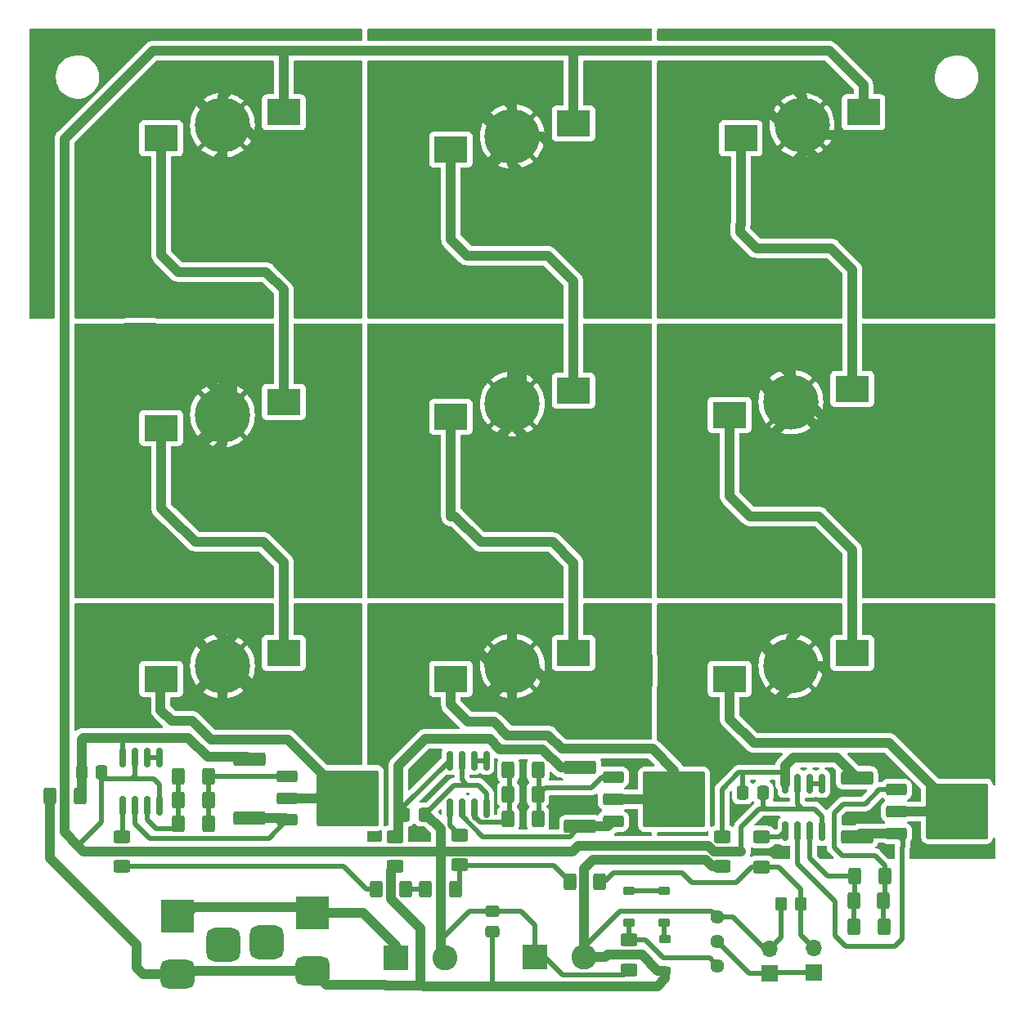
<source format=gbr>
%TF.GenerationSoftware,KiCad,Pcbnew,7.0.11+dfsg-1build4*%
%TF.CreationDate,2025-01-13T22:22:21-06:00*%
%TF.ProjectId,LEDpanel,4c454470-616e-4656-9c2e-6b696361645f,rev?*%
%TF.SameCoordinates,Original*%
%TF.FileFunction,Copper,L1,Top*%
%TF.FilePolarity,Positive*%
%FSLAX46Y46*%
G04 Gerber Fmt 4.6, Leading zero omitted, Abs format (unit mm)*
G04 Created by KiCad (PCBNEW 7.0.11+dfsg-1build4) date 2025-01-13 22:22:21*
%MOMM*%
%LPD*%
G01*
G04 APERTURE LIST*
G04 Aperture macros list*
%AMRoundRect*
0 Rectangle with rounded corners*
0 $1 Rounding radius*
0 $2 $3 $4 $5 $6 $7 $8 $9 X,Y pos of 4 corners*
0 Add a 4 corners polygon primitive as box body*
4,1,4,$2,$3,$4,$5,$6,$7,$8,$9,$2,$3,0*
0 Add four circle primitives for the rounded corners*
1,1,$1+$1,$2,$3*
1,1,$1+$1,$4,$5*
1,1,$1+$1,$6,$7*
1,1,$1+$1,$8,$9*
0 Add four rect primitives between the rounded corners*
20,1,$1+$1,$2,$3,$4,$5,0*
20,1,$1+$1,$4,$5,$6,$7,0*
20,1,$1+$1,$6,$7,$8,$9,0*
20,1,$1+$1,$8,$9,$2,$3,0*%
G04 Aperture macros list end*
%TA.AperFunction,ComponentPad*%
%ADD10R,3.500000X3.500000*%
%TD*%
%TA.AperFunction,ComponentPad*%
%ADD11RoundRect,0.750000X1.000000X-0.750000X1.000000X0.750000X-1.000000X0.750000X-1.000000X-0.750000X0*%
%TD*%
%TA.AperFunction,ComponentPad*%
%ADD12RoundRect,0.875000X0.875000X-0.875000X0.875000X0.875000X-0.875000X0.875000X-0.875000X-0.875000X0*%
%TD*%
%TA.AperFunction,SMDPad,CuDef*%
%ADD13RoundRect,0.250000X-0.400000X-0.625000X0.400000X-0.625000X0.400000X0.625000X-0.400000X0.625000X0*%
%TD*%
%TA.AperFunction,SMDPad,CuDef*%
%ADD14RoundRect,0.225000X-0.375000X0.225000X-0.375000X-0.225000X0.375000X-0.225000X0.375000X0.225000X0*%
%TD*%
%TA.AperFunction,SMDPad,CuDef*%
%ADD15RoundRect,0.250000X-0.625000X0.400000X-0.625000X-0.400000X0.625000X-0.400000X0.625000X0.400000X0*%
%TD*%
%TA.AperFunction,SMDPad,CuDef*%
%ADD16RoundRect,0.150000X-0.150000X0.825000X-0.150000X-0.825000X0.150000X-0.825000X0.150000X0.825000X0*%
%TD*%
%TA.AperFunction,ComponentPad*%
%ADD17C,1.440000*%
%TD*%
%TA.AperFunction,ComponentPad*%
%ADD18R,2.600000X2.600000*%
%TD*%
%TA.AperFunction,ComponentPad*%
%ADD19C,2.600000*%
%TD*%
%TA.AperFunction,SMDPad,CuDef*%
%ADD20RoundRect,0.250000X0.625000X-0.400000X0.625000X0.400000X-0.625000X0.400000X-0.625000X-0.400000X0*%
%TD*%
%TA.AperFunction,ComponentPad*%
%ADD21R,1.700000X1.700000*%
%TD*%
%TA.AperFunction,ComponentPad*%
%ADD22O,1.700000X1.700000*%
%TD*%
%TA.AperFunction,SMDPad,CuDef*%
%ADD23RoundRect,0.250000X0.337500X0.475000X-0.337500X0.475000X-0.337500X-0.475000X0.337500X-0.475000X0*%
%TD*%
%TA.AperFunction,SMDPad,CuDef*%
%ADD24RoundRect,0.250000X-0.475000X0.337500X-0.475000X-0.337500X0.475000X-0.337500X0.475000X0.337500X0*%
%TD*%
%TA.AperFunction,SMDPad,CuDef*%
%ADD25R,3.500000X2.700000*%
%TD*%
%TA.AperFunction,SMDPad,CuDef*%
%ADD26C,5.700000*%
%TD*%
%TA.AperFunction,SMDPad,CuDef*%
%ADD27RoundRect,0.250000X-0.350000X-0.450000X0.350000X-0.450000X0.350000X0.450000X-0.350000X0.450000X0*%
%TD*%
%TA.AperFunction,SMDPad,CuDef*%
%ADD28RoundRect,0.250000X-0.850000X-0.350000X0.850000X-0.350000X0.850000X0.350000X-0.850000X0.350000X0*%
%TD*%
%TA.AperFunction,SMDPad,CuDef*%
%ADD29RoundRect,0.250000X-1.275000X-1.125000X1.275000X-1.125000X1.275000X1.125000X-1.275000X1.125000X0*%
%TD*%
%TA.AperFunction,SMDPad,CuDef*%
%ADD30RoundRect,0.249997X-2.950003X-2.650003X2.950003X-2.650003X2.950003X2.650003X-2.950003X2.650003X0*%
%TD*%
%TA.AperFunction,SMDPad,CuDef*%
%ADD31RoundRect,0.225000X0.375000X-0.225000X0.375000X0.225000X-0.375000X0.225000X-0.375000X-0.225000X0*%
%TD*%
%TA.AperFunction,SMDPad,CuDef*%
%ADD32RoundRect,0.249999X1.425001X-0.450001X1.425001X0.450001X-1.425001X0.450001X-1.425001X-0.450001X0*%
%TD*%
%TA.AperFunction,ViaPad*%
%ADD33C,0.800000*%
%TD*%
%TA.AperFunction,Conductor*%
%ADD34C,1.000000*%
%TD*%
%TA.AperFunction,Conductor*%
%ADD35C,0.500000*%
%TD*%
G04 APERTURE END LIST*
D10*
%TO.P,J1,1*%
%TO.N,+VDC*%
X40350000Y-116900000D03*
D11*
%TO.P,J1,2*%
%TO.N,GND*%
X40350000Y-122900000D03*
D12*
%TO.P,J1,3*%
%TO.N,unconnected-(J1-Pad3)*%
X45050000Y-119900000D03*
%TD*%
D13*
%TO.P,R9,1*%
%TO.N,Net-(R7-Pad1)*%
X74570000Y-106840000D03*
%TO.P,R9,2*%
%TO.N,Net-(Q2-B)*%
X77670000Y-106840000D03*
%TD*%
%TO.P,R8,1*%
%TO.N,Net-(R7-Pad1)*%
X74570000Y-104280000D03*
%TO.P,R8,2*%
%TO.N,Net-(Q2-B)*%
X77670000Y-104280000D03*
%TD*%
D14*
%TO.P,D2,1,K*%
%TO.N,Net-(D2-K)*%
X87080000Y-114330000D03*
%TO.P,D2,2,A*%
%TO.N,Net-(D2-A)*%
X87080000Y-117630000D03*
%TD*%
D15*
%TO.P,R5,1*%
%TO.N,Net-(D2-A)*%
X87070000Y-119400000D03*
%TO.P,R5,2*%
%TO.N,SWPWR*%
X87070000Y-122500000D03*
%TD*%
D13*
%TO.P,R3,1*%
%TO.N,Net-(R2-Pad1)*%
X40470000Y-104890000D03*
%TO.P,R3,2*%
%TO.N,Net-(Q1-B)*%
X43570000Y-104890000D03*
%TD*%
%TO.P,R4,1*%
%TO.N,Net-(R2-Pad1)*%
X40440000Y-102460000D03*
%TO.P,R4,2*%
%TO.N,Net-(Q1-B)*%
X43540000Y-102460000D03*
%TD*%
D16*
%TO.P,U2,1*%
%TO.N,Net-(U2A--)*%
X107070000Y-103210000D03*
%TO.P,U2,2,-*%
X105800000Y-103210000D03*
%TO.P,U2,3,+*%
%TO.N,SWPWR*%
X104530000Y-103210000D03*
%TO.P,U2,4,V-*%
%TO.N,Net-(U2C-V-)*%
X103260000Y-103210000D03*
%TO.P,U2,5,+*%
%TO.N,Net-(U2B-+)*%
X103260000Y-108160000D03*
%TO.P,U2,6,-*%
%TO.N,Net-(Q3-E)*%
X104530000Y-108160000D03*
%TO.P,U2,7*%
%TO.N,Net-(R11-Pad1)*%
X105800000Y-108160000D03*
%TO.P,U2,8,V+*%
%TO.N,SWPWR*%
X107070000Y-108160000D03*
%TD*%
D13*
%TO.P,R18,1*%
%TO.N,Net-(R18-Pad1)*%
X66000000Y-114130000D03*
%TO.P,R18,2*%
%TO.N,Net-(R16-Pad1)*%
X69100000Y-114130000D03*
%TD*%
D17*
%TO.P,RV1,1,1*%
%TO.N,Net-(D2-A)*%
X96250000Y-122100000D03*
%TO.P,RV1,2,2*%
%TO.N,Net-(J4-Pin_1)*%
X96250000Y-119560000D03*
%TO.P,RV1,3,3*%
%TO.N,GND*%
X96250000Y-117020000D03*
%TD*%
D13*
%TO.P,R12,1*%
%TO.N,Net-(R11-Pad1)*%
X110340000Y-115350000D03*
%TO.P,R12,2*%
%TO.N,Net-(Q3-B)*%
X113440000Y-115350000D03*
%TD*%
D18*
%TO.P,J3,1,Pin_1*%
%TO.N,SWPWR*%
X77340000Y-121140000D03*
D19*
%TO.P,J3,2,Pin_2*%
%TO.N,GND*%
X82420000Y-121140000D03*
%TD*%
D20*
%TO.P,R21,1*%
%TO.N,GND*%
X96710000Y-111780000D03*
%TO.P,R21,2*%
%TO.N,Net-(U2C-V-)*%
X96710000Y-108680000D03*
%TD*%
D13*
%TO.P,R22,1*%
%TO.N,Net-(R16-Pad1)*%
X80950000Y-113380000D03*
%TO.P,R22,2*%
%TO.N,SETPOINT*%
X84050000Y-113380000D03*
%TD*%
D21*
%TO.P,JP1,1,A*%
%TO.N,Net-(J4-Pin_1)*%
X106200000Y-122800000D03*
D22*
%TO.P,JP1,2,B*%
%TO.N,SETPOINT*%
X106200000Y-120260000D03*
%TD*%
D16*
%TO.P,U1,1*%
%TO.N,Net-(U1A--)*%
X38485000Y-100535000D03*
%TO.P,U1,2,-*%
X37215000Y-100535000D03*
%TO.P,U1,3,+*%
%TO.N,SWPWR*%
X35945000Y-100535000D03*
%TO.P,U1,4,V-*%
%TO.N,Net-(U1C-V-)*%
X34675000Y-100535000D03*
%TO.P,U1,5,+*%
%TO.N,Net-(U1B-+)*%
X34675000Y-105485000D03*
%TO.P,U1,6,-*%
%TO.N,Net-(Q1-E)*%
X35945000Y-105485000D03*
%TO.P,U1,7*%
%TO.N,Net-(R2-Pad1)*%
X37215000Y-105485000D03*
%TO.P,U1,8,V+*%
%TO.N,SWPWR*%
X38485000Y-105485000D03*
%TD*%
D23*
%TO.P,C4,1*%
%TO.N,SWPWR*%
X32490000Y-102020000D03*
%TO.P,C4,2*%
%TO.N,Net-(U1C-V-)*%
X30415000Y-102020000D03*
%TD*%
D24*
%TO.P,C1,1*%
%TO.N,SWPWR*%
X72970000Y-116422500D03*
%TO.P,C1,2*%
%TO.N,GND*%
X72970000Y-118497500D03*
%TD*%
D25*
%TO.P,D5,1,K*%
%TO.N,Net-(D1-A)*%
X38650000Y-66350000D03*
%TO.P,D5,2,A*%
%TO.N,Net-(D5-A)*%
X51350000Y-63650000D03*
D26*
%TO.P,D5,3,PAD*%
%TO.N,PLED5*%
X45000000Y-65000000D03*
%TD*%
D13*
%TO.P,R7,1*%
%TO.N,Net-(R7-Pad1)*%
X74590000Y-101770000D03*
%TO.P,R7,2*%
%TO.N,Net-(Q2-B)*%
X77690000Y-101770000D03*
%TD*%
D27*
%TO.P,R6,1*%
%TO.N,GND*%
X102850000Y-115670000D03*
%TO.P,R6,2*%
%TO.N,SETPOINT*%
X104850000Y-115670000D03*
%TD*%
D28*
%TO.P,Q1,1,B*%
%TO.N,Net-(Q1-B)*%
X51700000Y-102420000D03*
%TO.P,Q1,2,C*%
%TO.N,Net-(D1-K)*%
X51700000Y-104700000D03*
D29*
X56325000Y-103175000D03*
X56325000Y-106225000D03*
D30*
X58000000Y-104700000D03*
D29*
X59675000Y-103175000D03*
X59675000Y-106225000D03*
D28*
%TO.P,Q1,3,E*%
%TO.N,Net-(Q1-E)*%
X51700000Y-106980000D03*
%TD*%
D25*
%TO.P,D6,1,K*%
%TO.N,Net-(D5-A)*%
X38650000Y-36350000D03*
%TO.P,D6,2,A*%
%TO.N,SWPWR*%
X51350000Y-33650000D03*
D26*
%TO.P,D6,3,PAD*%
%TO.N,PLED6*%
X45000000Y-35000000D03*
%TD*%
D20*
%TO.P,R17,1*%
%TO.N,SETPOINT*%
X100820000Y-111830000D03*
%TO.P,R17,2*%
%TO.N,Net-(U2B-+)*%
X100820000Y-108730000D03*
%TD*%
%TO.P,R15,1*%
%TO.N,Net-(R15-Pad1)*%
X34590000Y-111790000D03*
%TO.P,R15,2*%
%TO.N,Net-(U1B-+)*%
X34590000Y-108690000D03*
%TD*%
D25*
%TO.P,D1,1,K*%
%TO.N,Net-(D1-K)*%
X38650000Y-92350000D03*
%TO.P,D1,2,A*%
%TO.N,Net-(D1-A)*%
X51350000Y-89650000D03*
D26*
%TO.P,D1,3,PAD*%
%TO.N,PLED1*%
X45000000Y-91000000D03*
%TD*%
D28*
%TO.P,Q2,1,B*%
%TO.N,Net-(Q2-B)*%
X85450000Y-102550000D03*
%TO.P,Q2,2,C*%
%TO.N,Net-(D9-K)*%
X85450000Y-104830000D03*
D29*
X90075000Y-103305000D03*
X90075000Y-106355000D03*
D30*
X91750000Y-104830000D03*
D29*
X93425000Y-103305000D03*
X93425000Y-106355000D03*
D28*
%TO.P,Q2,3,E*%
%TO.N,Net-(Q2-E)*%
X85450000Y-107110000D03*
%TD*%
D13*
%TO.P,R23,1*%
%TO.N,Net-(R15-Pad1)*%
X60880000Y-114150000D03*
%TO.P,R23,2*%
%TO.N,Net-(R18-Pad1)*%
X63980000Y-114150000D03*
%TD*%
D25*
%TO.P,D12,1,K*%
%TO.N,Net-(D12-K)*%
X97500000Y-92350000D03*
%TO.P,D12,2,A*%
%TO.N,Net-(D11-K)*%
X110200000Y-89650000D03*
D26*
%TO.P,D12,3,PAD*%
%TO.N,PLED12*%
X103850000Y-91000000D03*
%TD*%
D25*
%TO.P,D11,1,K*%
%TO.N,Net-(D11-K)*%
X97500000Y-65000000D03*
%TO.P,D11,2,A*%
%TO.N,Net-(D10-K)*%
X110200000Y-62300000D03*
D26*
%TO.P,D11,3,PAD*%
%TO.N,PLED11*%
X103850000Y-63650000D03*
%TD*%
D20*
%TO.P,R20,1*%
%TO.N,GND*%
X62870000Y-111780000D03*
%TO.P,R20,2*%
%TO.N,Net-(U3C-V-)*%
X62870000Y-108680000D03*
%TD*%
D25*
%TO.P,D10,1,K*%
%TO.N,Net-(D10-K)*%
X98650000Y-36350000D03*
%TO.P,D10,2,A*%
%TO.N,SWPWR*%
X111350000Y-33650000D03*
D26*
%TO.P,D10,3,PAD*%
%TO.N,PLED10*%
X105000000Y-35000000D03*
%TD*%
D21*
%TO.P,J4,1,Pin_1*%
%TO.N,Net-(J4-Pin_1)*%
X101650000Y-122850000D03*
D22*
%TO.P,J4,2,Pin_2*%
%TO.N,GND*%
X101650000Y-120310000D03*
%TD*%
D16*
%TO.P,U3,1*%
%TO.N,Net-(U3A--)*%
X72325000Y-100805000D03*
%TO.P,U3,2,-*%
X71055000Y-100805000D03*
%TO.P,U3,3,+*%
%TO.N,SWPWR*%
X69785000Y-100805000D03*
%TO.P,U3,4,V-*%
%TO.N,Net-(U3C-V-)*%
X68515000Y-100805000D03*
%TO.P,U3,5,+*%
%TO.N,Net-(U3B-+)*%
X68515000Y-105755000D03*
%TO.P,U3,6,-*%
%TO.N,Net-(Q2-E)*%
X69785000Y-105755000D03*
%TO.P,U3,7*%
%TO.N,Net-(R7-Pad1)*%
X71055000Y-105755000D03*
%TO.P,U3,8,V+*%
%TO.N,SWPWR*%
X72325000Y-105755000D03*
%TD*%
D25*
%TO.P,D7,1,K*%
%TO.N,Net-(D7-K)*%
X68650000Y-37500000D03*
%TO.P,D7,2,A*%
%TO.N,SWPWR*%
X81350000Y-34800000D03*
D26*
%TO.P,D7,3,PAD*%
%TO.N,PLED7*%
X75000000Y-36150000D03*
%TD*%
D31*
%TO.P,D3,1,K*%
%TO.N,Net-(D3-K)*%
X90760000Y-117630000D03*
%TO.P,D3,2,A*%
%TO.N,Net-(D2-K)*%
X90760000Y-114330000D03*
%TD*%
%TO.P,D4,1,K*%
%TO.N,GND*%
X90810000Y-122570000D03*
%TO.P,D4,2,A*%
%TO.N,Net-(D3-K)*%
X90810000Y-119270000D03*
%TD*%
D25*
%TO.P,D8,1,K*%
%TO.N,Net-(D8-K)*%
X68650000Y-65200000D03*
%TO.P,D8,2,A*%
%TO.N,Net-(D7-K)*%
X81350000Y-62500000D03*
D26*
%TO.P,D8,3,PAD*%
%TO.N,PLED8*%
X75000000Y-63850000D03*
%TD*%
D13*
%TO.P,R13,1*%
%TO.N,Net-(R11-Pad1)*%
X110390000Y-118020000D03*
%TO.P,R13,2*%
%TO.N,Net-(Q3-B)*%
X113490000Y-118020000D03*
%TD*%
D20*
%TO.P,R16,1*%
%TO.N,Net-(R16-Pad1)*%
X69530000Y-111610000D03*
%TO.P,R16,2*%
%TO.N,Net-(U3B-+)*%
X69530000Y-108510000D03*
%TD*%
D13*
%TO.P,R2,1*%
%TO.N,Net-(R2-Pad1)*%
X40470000Y-107350000D03*
%TO.P,R2,2*%
%TO.N,Net-(Q1-B)*%
X43570000Y-107350000D03*
%TD*%
D32*
%TO.P,R10,1*%
%TO.N,Net-(Q2-E)*%
X82030000Y-107650000D03*
%TO.P,R10,2*%
%TO.N,Net-(U3C-V-)*%
X82030000Y-101550000D03*
%TD*%
D25*
%TO.P,D9,1,K*%
%TO.N,Net-(D9-K)*%
X68650000Y-92350000D03*
%TO.P,D9,2,A*%
%TO.N,Net-(D8-K)*%
X81350000Y-89650000D03*
D26*
%TO.P,D9,3,PAD*%
%TO.N,PLED9*%
X75000000Y-91000000D03*
%TD*%
D13*
%TO.P,R19,1*%
%TO.N,GND*%
X27130000Y-104490000D03*
%TO.P,R19,2*%
%TO.N,Net-(U1C-V-)*%
X30230000Y-104490000D03*
%TD*%
D18*
%TO.P,SW1,1,A*%
%TO.N,+VDC*%
X62960000Y-121230000D03*
D19*
%TO.P,SW1,2,B*%
%TO.N,SWPWR*%
X68040000Y-121230000D03*
%TD*%
D32*
%TO.P,R1,1*%
%TO.N,Net-(Q1-E)*%
X47790000Y-106780000D03*
%TO.P,R1,2*%
%TO.N,Net-(U1C-V-)*%
X47790000Y-100680000D03*
%TD*%
D23*
%TO.P,C3,1*%
%TO.N,SWPWR*%
X100935000Y-104130000D03*
%TO.P,C3,2*%
%TO.N,Net-(U2C-V-)*%
X98860000Y-104130000D03*
%TD*%
D13*
%TO.P,R11,1*%
%TO.N,Net-(R11-Pad1)*%
X110490000Y-112810000D03*
%TO.P,R11,2*%
%TO.N,Net-(Q3-B)*%
X113590000Y-112810000D03*
%TD*%
D23*
%TO.P,C2,1*%
%TO.N,SWPWR*%
X65907500Y-106420000D03*
%TO.P,C2,2*%
%TO.N,Net-(U3C-V-)*%
X63832500Y-106420000D03*
%TD*%
D32*
%TO.P,R14,1*%
%TO.N,Net-(Q3-E)*%
X110690000Y-108700000D03*
%TO.P,R14,2*%
%TO.N,Net-(U2C-V-)*%
X110690000Y-102600000D03*
%TD*%
D28*
%TO.P,Q3,1,B*%
%TO.N,Net-(Q3-B)*%
X114760000Y-103800000D03*
%TO.P,Q3,2,C*%
%TO.N,Net-(D12-K)*%
X114760000Y-106080000D03*
D29*
X119385000Y-104555000D03*
X119385000Y-107605000D03*
D30*
X121060000Y-106080000D03*
D29*
X122735000Y-104555000D03*
X122735000Y-107605000D03*
D28*
%TO.P,Q3,3,E*%
%TO.N,Net-(Q3-E)*%
X114760000Y-108360000D03*
%TD*%
D10*
%TO.P,J2,1*%
%TO.N,+VDC*%
X54300000Y-116600000D03*
D11*
%TO.P,J2,2*%
%TO.N,GND*%
X54300000Y-122600000D03*
D12*
%TO.P,J2,3*%
%TO.N,unconnected-(J2-Pad3)*%
X49600000Y-119600000D03*
%TD*%
D33*
%TO.N,PLED1*%
X33000000Y-88000000D03*
X49000000Y-96000000D03*
X49000000Y-94000000D03*
X36000000Y-95000000D03*
X31000000Y-88000000D03*
X42000000Y-94000000D03*
X52000000Y-96000000D03*
X32000000Y-93000000D03*
X31000000Y-94000000D03*
X37000000Y-86000000D03*
X55000000Y-98000000D03*
X43000000Y-86000000D03*
X32000000Y-86000000D03*
X45000000Y-91000000D03*
X47000000Y-87000000D03*
X34000000Y-95000000D03*
X46000000Y-85000000D03*
X52000000Y-93000000D03*
X59000000Y-97000000D03*
X32000000Y-96000000D03*
X32000000Y-90000000D03*
X59000000Y-90000000D03*
X35000000Y-91000000D03*
X55000000Y-88000000D03*
X58000000Y-99000000D03*
X49000000Y-86000000D03*
X34000000Y-87000000D03*
X54000000Y-93000000D03*
X35000000Y-93000000D03*
X31000000Y-91000000D03*
X38000000Y-88000000D03*
X46000000Y-96000000D03*
X35000000Y-96000000D03*
X57000000Y-85000000D03*
X58000000Y-87000000D03*
X54000000Y-97000000D03*
X35000000Y-89000000D03*
X58000000Y-94000000D03*
%TO.N,PLED5*%
X51000000Y-75000000D03*
X41000000Y-70000000D03*
X34000000Y-75000000D03*
X35000000Y-82000000D03*
X39000000Y-57000000D03*
X48000000Y-59000000D03*
X55000000Y-68000000D03*
X44000000Y-74000000D03*
X35000000Y-64000000D03*
X31000000Y-74000000D03*
X55000000Y-82000000D03*
X32000000Y-63000000D03*
X57000000Y-59000000D03*
X52000000Y-72000000D03*
X31000000Y-71000000D03*
X31000000Y-77000000D03*
X37000000Y-79000000D03*
X58000000Y-81000000D03*
X52000000Y-69000000D03*
X33000000Y-60000000D03*
X58000000Y-63000000D03*
X55000000Y-72000000D03*
X45000000Y-65000000D03*
X42000000Y-60000000D03*
X35000000Y-68000000D03*
X53000000Y-76000000D03*
X31000000Y-67000000D03*
X36000000Y-59000000D03*
X43000000Y-72000000D03*
X44000000Y-82000000D03*
X49000000Y-71000000D03*
X48000000Y-81000000D03*
X32000000Y-80000000D03*
X39000000Y-82000000D03*
X43000000Y-70000000D03*
X56000000Y-79000000D03*
X32000000Y-58000000D03*
X36000000Y-62000000D03*
X35000000Y-56000000D03*
X46000000Y-59000000D03*
X46000000Y-81000000D03*
X47000000Y-75000000D03*
X58000000Y-67000000D03*
X39000000Y-59000000D03*
X46000000Y-71000000D03*
%TO.N,PLED6*%
X50000000Y-38000000D03*
X32000000Y-38000000D03*
X33000000Y-44000000D03*
X38000000Y-31000000D03*
X50000000Y-40000000D03*
X47000000Y-30000000D03*
X56000000Y-34000000D03*
X38000000Y-52000000D03*
X31000000Y-47000000D03*
X41000000Y-31000000D03*
X31000000Y-42000000D03*
X55000000Y-52000000D03*
X59000000Y-51000000D03*
X50000000Y-47000000D03*
X45000000Y-35000000D03*
X43000000Y-40000000D03*
X35000000Y-42000000D03*
X31000000Y-51000000D03*
X55000000Y-43000000D03*
X55000000Y-38000000D03*
X46000000Y-53000000D03*
X49000000Y-43000000D03*
X36000000Y-39000000D03*
X56000000Y-30000000D03*
X43000000Y-44000000D03*
X54000000Y-50000000D03*
X41000000Y-53000000D03*
X34000000Y-34000000D03*
X53000000Y-39000000D03*
X56000000Y-46000000D03*
X46000000Y-42000000D03*
X52000000Y-45000000D03*
X45000000Y-47000000D03*
%TO.N,PLED7*%
X83000000Y-44000000D03*
X73000000Y-31000000D03*
X87000000Y-34000000D03*
X88000000Y-30000000D03*
X72000000Y-52000000D03*
X62000000Y-33000000D03*
X62000000Y-41000000D03*
X88000000Y-46000000D03*
X70000000Y-30000000D03*
X68000000Y-51000000D03*
X65000000Y-40000000D03*
X87000000Y-43000000D03*
X80000000Y-43000000D03*
X71000000Y-33000000D03*
X71000000Y-54000000D03*
X62000000Y-51000000D03*
X76000000Y-46000000D03*
X85000000Y-31000000D03*
X73000000Y-45000000D03*
X84000000Y-40000000D03*
X66000000Y-48000000D03*
X75000000Y-52000000D03*
X81000000Y-39000000D03*
X66000000Y-31000000D03*
X84000000Y-52000000D03*
X78000000Y-53000000D03*
X80000000Y-46000000D03*
X85000000Y-47000000D03*
X72000000Y-44000000D03*
X65000000Y-53000000D03*
X65000000Y-35000000D03*
X62000000Y-44000000D03*
X68000000Y-54000000D03*
X87000000Y-54000000D03*
X87000000Y-49000000D03*
X62000000Y-48000000D03*
X68000000Y-33000000D03*
X83000000Y-48000000D03*
X72000000Y-40000000D03*
X87000000Y-38000000D03*
X65000000Y-44000000D03*
X77000000Y-41000000D03*
X62000000Y-37000000D03*
%TO.N,PLED8*%
X84000000Y-76000000D03*
X62000000Y-68000000D03*
X62000000Y-78000000D03*
X65000000Y-82000000D03*
X88000000Y-61000000D03*
X76000000Y-58000000D03*
X72000000Y-75000000D03*
X73000000Y-57000000D03*
X82000000Y-69000000D03*
X85000000Y-61000000D03*
X78000000Y-57000000D03*
X65000000Y-63000000D03*
X80000000Y-72000000D03*
X74000000Y-81000000D03*
X63000000Y-81000000D03*
X88000000Y-77000000D03*
X62000000Y-75000000D03*
X87000000Y-65000000D03*
X84000000Y-67000000D03*
X66000000Y-75000000D03*
X65000000Y-67000000D03*
X72000000Y-59000000D03*
X67000000Y-79000000D03*
X72000000Y-69000000D03*
X70000000Y-81000000D03*
X78000000Y-82000000D03*
X84000000Y-71000000D03*
X71000000Y-72000000D03*
X63000000Y-64000000D03*
X84000000Y-79000000D03*
X88000000Y-72000000D03*
X75000000Y-72000000D03*
X67000000Y-60000000D03*
X65000000Y-57000000D03*
X84000000Y-57000000D03*
X68000000Y-57000000D03*
X75000000Y-64000000D03*
X63000000Y-60000000D03*
X87000000Y-82000000D03*
X79000000Y-75000000D03*
X75000000Y-75000000D03*
X62000000Y-72000000D03*
X80000000Y-67000000D03*
X78000000Y-69000000D03*
X87000000Y-58000000D03*
X66000000Y-71000000D03*
X88000000Y-68000000D03*
%TO.N,PLED9*%
X64000000Y-96000000D03*
X86000000Y-89000000D03*
X67000000Y-86000000D03*
X62000000Y-98000000D03*
X62000000Y-88000000D03*
X72000000Y-95000000D03*
X76000000Y-96000000D03*
X83000000Y-93000000D03*
X85000000Y-86000000D03*
X88000000Y-89000000D03*
X62000000Y-91000000D03*
X70000000Y-88000000D03*
X84000000Y-97000000D03*
X67000000Y-89000000D03*
X89000000Y-93000000D03*
X73000000Y-86000000D03*
X65000000Y-93000000D03*
X81000000Y-96000000D03*
X75000000Y-91000000D03*
X79000000Y-96000000D03*
X62000000Y-94000000D03*
X80000000Y-94000000D03*
X87000000Y-87000000D03*
X86000000Y-92000000D03*
X65000000Y-90000000D03*
X78000000Y-86000000D03*
X87000000Y-97000000D03*
X76000000Y-86000000D03*
X70000000Y-86000000D03*
X88000000Y-95000000D03*
%TO.N,PLED10*%
X108000000Y-40000000D03*
X113000000Y-41000000D03*
X96000000Y-49000000D03*
X95000000Y-53000000D03*
X118000000Y-52000000D03*
X123000000Y-39000000D03*
X91000000Y-38000000D03*
X91000000Y-31000000D03*
X109000000Y-36000000D03*
X119000000Y-48000000D03*
X94000000Y-30000000D03*
X115000000Y-36000000D03*
X116000000Y-47000000D03*
X94000000Y-40000000D03*
X93000000Y-45000000D03*
X103000000Y-51000000D03*
X113000000Y-38000000D03*
X98000000Y-32000000D03*
X96000000Y-46000000D03*
X116000000Y-43000000D03*
X121000000Y-40000000D03*
X105000000Y-53000000D03*
X103000000Y-40000000D03*
X123000000Y-42000000D03*
X92000000Y-41000000D03*
X108000000Y-45000000D03*
X122000000Y-52000000D03*
X100000000Y-29000000D03*
X94000000Y-33000000D03*
X95000000Y-43000000D03*
X92000000Y-51000000D03*
X122000000Y-37000000D03*
X103000000Y-30000000D03*
X122000000Y-45000000D03*
X99000000Y-54000000D03*
X117000000Y-38000000D03*
X122000000Y-49000000D03*
X114000000Y-46000000D03*
X102000000Y-43000000D03*
X119000000Y-45000000D03*
X104000000Y-44000000D03*
X111000000Y-47000000D03*
X93000000Y-48000000D03*
X101000000Y-33000000D03*
X92000000Y-34000000D03*
X114000000Y-51000000D03*
X118000000Y-36000000D03*
X99000000Y-50000000D03*
%TO.N,PLED11*%
X122000000Y-70000000D03*
X110000000Y-71000000D03*
X104000000Y-82000000D03*
X112000000Y-69000000D03*
X107000000Y-57000000D03*
X97000000Y-82000000D03*
X101000000Y-68000000D03*
X102000000Y-79000000D03*
X109000000Y-67000000D03*
X123000000Y-76000000D03*
X101000000Y-82000000D03*
X91000000Y-68000000D03*
X119000000Y-80000000D03*
X95000000Y-74000000D03*
X93000000Y-80000000D03*
X94000000Y-68000000D03*
X117000000Y-77000000D03*
X123000000Y-79000000D03*
X115000000Y-81000000D03*
X91000000Y-64000000D03*
X92000000Y-59000000D03*
X91000000Y-77000000D03*
X123000000Y-73000000D03*
X99000000Y-58000000D03*
X115000000Y-70000000D03*
X113000000Y-81000000D03*
X117000000Y-66000000D03*
X95000000Y-71000000D03*
X113000000Y-66000000D03*
X119000000Y-71000000D03*
X103000000Y-57000000D03*
X118000000Y-56000000D03*
X111000000Y-75000000D03*
X102000000Y-59000000D03*
X106000000Y-79000000D03*
X105000000Y-69000000D03*
X91000000Y-70000000D03*
X119000000Y-74000000D03*
X101000000Y-72000000D03*
X100000000Y-61000000D03*
X117000000Y-61000000D03*
X110000000Y-66000000D03*
X112000000Y-77000000D03*
X114000000Y-58000000D03*
X93000000Y-63000000D03*
X96000000Y-58000000D03*
X101000000Y-70000000D03*
X113000000Y-73000000D03*
X107000000Y-82000000D03*
X121000000Y-57000000D03*
X123000000Y-60000000D03*
X105000000Y-59000000D03*
X99000000Y-78000000D03*
X122000000Y-64000000D03*
X109000000Y-73000000D03*
X117000000Y-81000000D03*
X115000000Y-75000000D03*
X117000000Y-58000000D03*
X92000000Y-73000000D03*
X120000000Y-66000000D03*
X104000000Y-73000000D03*
X91000000Y-61000000D03*
X96000000Y-61000000D03*
X96000000Y-77000000D03*
X118000000Y-64000000D03*
%TO.N,PLED12*%
X101000000Y-96000000D03*
X116000000Y-89000000D03*
X123000000Y-94000000D03*
X121000000Y-88000000D03*
X96000000Y-99000000D03*
X121000000Y-86000000D03*
X102000000Y-85000000D03*
X122000000Y-100000000D03*
X93000000Y-94000000D03*
X106000000Y-86000000D03*
X93000000Y-89000000D03*
X109000000Y-93000000D03*
X98000000Y-85000000D03*
X111000000Y-93000000D03*
X100000000Y-88000000D03*
X118000000Y-94000000D03*
X120000000Y-91000000D03*
X123000000Y-90000000D03*
X106000000Y-96000000D03*
X118000000Y-99000000D03*
X92000000Y-98000000D03*
X91000000Y-92000000D03*
X91000000Y-95000000D03*
X94000000Y-97000000D03*
X95000000Y-86000000D03*
X92000000Y-86000000D03*
X115000000Y-97000000D03*
X110000000Y-96000000D03*
X114000000Y-93000000D03*
X117000000Y-86000000D03*
X97000000Y-88000000D03*
%TD*%
D34*
%TO.N,GND*%
X62440000Y-112210000D02*
X62440000Y-115180000D01*
X82430000Y-112030000D02*
X82430000Y-121130000D01*
D35*
X102850000Y-115670000D02*
X102850000Y-119110000D01*
X102850000Y-119110000D02*
X101650000Y-120310000D01*
D34*
X84860000Y-120950000D02*
X84670000Y-121140000D01*
D35*
X96250000Y-117020000D02*
X97820000Y-117020000D01*
D34*
X65620000Y-123950000D02*
X65840000Y-124170000D01*
X65490000Y-123820000D02*
X65620000Y-123950000D01*
X90020000Y-122570000D02*
X88400000Y-120950000D01*
X54300000Y-122600000D02*
X40650000Y-122600000D01*
X83350000Y-111110000D02*
X82430000Y-112030000D01*
D35*
X86180000Y-116400000D02*
X82420000Y-120160000D01*
D34*
X65620000Y-123950000D02*
X65480000Y-124090000D01*
X61910000Y-124090000D02*
X61880000Y-124060000D01*
D35*
X101110000Y-120310000D02*
X101650000Y-120310000D01*
D34*
X65840000Y-124170000D02*
X72960000Y-124170000D01*
D35*
X97820000Y-117020000D02*
X101110000Y-120310000D01*
D34*
X55760000Y-124060000D02*
X54300000Y-122600000D01*
X84670000Y-121140000D02*
X82420000Y-121140000D01*
X40650000Y-122600000D02*
X40350000Y-122900000D01*
X65490000Y-118230000D02*
X65490000Y-123820000D01*
X72960000Y-124170000D02*
X90040000Y-124170000D01*
X88400000Y-120950000D02*
X84860000Y-120950000D01*
X36150000Y-122290000D02*
X36760000Y-122900000D01*
X62440000Y-115180000D02*
X65490000Y-118230000D01*
X55760000Y-124060000D02*
X61880000Y-124060000D01*
D35*
X82420000Y-120160000D02*
X82420000Y-121140000D01*
D34*
X27130000Y-110880000D02*
X36150000Y-119900000D01*
X90810000Y-122570000D02*
X90020000Y-122570000D01*
D35*
X72970000Y-118497500D02*
X72970000Y-124160000D01*
D34*
X96710000Y-111780000D02*
X95737514Y-111780000D01*
X90810000Y-123400000D02*
X90810000Y-122570000D01*
X27130000Y-104490000D02*
X27130000Y-110880000D01*
X82430000Y-121130000D02*
X82420000Y-121140000D01*
X62870000Y-111780000D02*
X62440000Y-112210000D01*
X95737514Y-111780000D02*
X95067514Y-111110000D01*
X36760000Y-122900000D02*
X40350000Y-122900000D01*
D35*
X95630000Y-116400000D02*
X86180000Y-116400000D01*
D34*
X90040000Y-124170000D02*
X90810000Y-123400000D01*
D35*
X72970000Y-124160000D02*
X72960000Y-124170000D01*
D34*
X36150000Y-119900000D02*
X36150000Y-122290000D01*
X95067514Y-111110000D02*
X83350000Y-111110000D01*
D35*
X96250000Y-117020000D02*
X95630000Y-116400000D01*
D34*
X65480000Y-124090000D02*
X61910000Y-124090000D01*
%TO.N,Net-(D1-K)*%
X54800000Y-104700000D02*
X56325000Y-103175000D01*
X39720000Y-96690000D02*
X38610000Y-95580000D01*
X38610000Y-92390000D02*
X38650000Y-92350000D01*
X43820000Y-98650000D02*
X41860000Y-96690000D01*
X41860000Y-96690000D02*
X39720000Y-96690000D01*
X51700000Y-104700000D02*
X54800000Y-104700000D01*
X56325000Y-103175000D02*
X51800000Y-98650000D01*
X51800000Y-98650000D02*
X43820000Y-98650000D01*
X38610000Y-95580000D02*
X38610000Y-92390000D01*
%TO.N,Net-(D1-A)*%
X51350000Y-89650000D02*
X51350000Y-80280000D01*
X38650000Y-74680000D02*
X38650000Y-66350000D01*
X51350000Y-80280000D02*
X49200000Y-78130000D01*
X39540000Y-75500000D02*
X39470000Y-75500000D01*
X49200000Y-78130000D02*
X42170000Y-78130000D01*
X42170000Y-78130000D02*
X39540000Y-75500000D01*
X39470000Y-75500000D02*
X38650000Y-74680000D01*
D35*
%TO.N,Net-(D2-K)*%
X90760000Y-114330000D02*
X87080000Y-114330000D01*
%TO.N,Net-(D2-A)*%
X88750000Y-119400000D02*
X87070000Y-119400000D01*
X90630000Y-121280000D02*
X88750000Y-119400000D01*
X87070000Y-119400000D02*
X87070000Y-117640000D01*
X95430000Y-121280000D02*
X90630000Y-121280000D01*
X87070000Y-117640000D02*
X87080000Y-117630000D01*
X96250000Y-122100000D02*
X95430000Y-121280000D01*
%TO.N,Net-(D3-K)*%
X90760000Y-119220000D02*
X90810000Y-119270000D01*
X90760000Y-117630000D02*
X90760000Y-119220000D01*
D34*
%TO.N,Net-(D5-A)*%
X38650000Y-48420000D02*
X38650000Y-36350000D01*
X51350000Y-52030000D02*
X49500000Y-50180000D01*
X40410000Y-50180000D02*
X38650000Y-48420000D01*
X49500000Y-50180000D02*
X40410000Y-50180000D01*
X51350000Y-63650000D02*
X51350000Y-52030000D01*
%TO.N,Net-(D7-K)*%
X68650000Y-46820000D02*
X68650000Y-37500000D01*
X81350000Y-62500000D02*
X81350000Y-51150000D01*
X78690000Y-48490000D02*
X70320000Y-48490000D01*
X81350000Y-51150000D02*
X78690000Y-48490000D01*
X70320000Y-48490000D02*
X68650000Y-46820000D01*
%TO.N,Net-(D8-K)*%
X71720000Y-78180000D02*
X69060000Y-75520000D01*
X68650000Y-75500000D02*
X68650000Y-65200000D01*
X79200000Y-78180000D02*
X71720000Y-78180000D01*
X81350000Y-80330000D02*
X79200000Y-78180000D01*
X69060000Y-75520000D02*
X68670000Y-75520000D01*
X68670000Y-75520000D02*
X68650000Y-75500000D01*
X81350000Y-89650000D02*
X81350000Y-80330000D01*
%TO.N,Net-(D9-K)*%
X73080000Y-96790000D02*
X70420000Y-96790000D01*
X89510000Y-99610000D02*
X80120000Y-99610000D01*
X70420000Y-96790000D02*
X68650000Y-95020000D01*
X91750000Y-101850000D02*
X89510000Y-99610000D01*
X78710000Y-98200000D02*
X74490000Y-98200000D01*
X74490000Y-98200000D02*
X73080000Y-96790000D01*
X68650000Y-95020000D02*
X68650000Y-92350000D01*
X91750000Y-104830000D02*
X91750000Y-101850000D01*
X85450000Y-104830000D02*
X91750000Y-104830000D01*
X80120000Y-99610000D02*
X78710000Y-98200000D01*
%TO.N,Net-(D10-K)*%
X98650000Y-45280000D02*
X98650000Y-36350000D01*
X110200000Y-49930000D02*
X108000000Y-47730000D01*
X108000000Y-47730000D02*
X100260000Y-47730000D01*
X98610000Y-45320000D02*
X98650000Y-45280000D01*
X98610000Y-46080000D02*
X98610000Y-45320000D01*
X110200000Y-62300000D02*
X110200000Y-49930000D01*
X100260000Y-47730000D02*
X98610000Y-46080000D01*
%TO.N,Net-(D11-K)*%
X99630000Y-75520000D02*
X97500000Y-73390000D01*
X110200000Y-89650000D02*
X110200000Y-78990000D01*
X106730000Y-75520000D02*
X99630000Y-75520000D01*
X97500000Y-73390000D02*
X97500000Y-65000000D01*
X110200000Y-78990000D02*
X106730000Y-75520000D01*
%TO.N,+VDC*%
X42000000Y-116000000D02*
X53700000Y-116000000D01*
X53700000Y-116000000D02*
X54300000Y-116600000D01*
X59550000Y-116600000D02*
X62960000Y-120010000D01*
X62960000Y-120010000D02*
X62960000Y-121230000D01*
X41100000Y-116900000D02*
X42000000Y-116000000D01*
X54300000Y-116600000D02*
X59550000Y-116600000D01*
X40350000Y-116900000D02*
X41100000Y-116900000D01*
%TO.N,Net-(D12-K)*%
X100000000Y-99000000D02*
X97500000Y-96500000D01*
X114760000Y-106080000D02*
X117860000Y-106080000D01*
X119385000Y-104385000D02*
X114000000Y-99000000D01*
X97500000Y-96500000D02*
X97500000Y-92350000D01*
X117860000Y-106080000D02*
X119385000Y-104555000D01*
X114000000Y-99000000D02*
X100000000Y-99000000D01*
X119385000Y-104555000D02*
X119385000Y-104385000D01*
D35*
%TO.N,Net-(J4-Pin_1)*%
X96250000Y-119560000D02*
X99540000Y-122850000D01*
X106200000Y-122800000D02*
X101700000Y-122800000D01*
X101700000Y-122800000D02*
X101650000Y-122850000D01*
X99540000Y-122850000D02*
X101650000Y-122850000D01*
%TO.N,SETPOINT*%
X93580000Y-113450000D02*
X92570000Y-112440000D01*
X104850000Y-114130000D02*
X102550000Y-111830000D01*
X100820000Y-111830000D02*
X99810000Y-111830000D01*
X102550000Y-111830000D02*
X100820000Y-111830000D01*
X104850000Y-115670000D02*
X104850000Y-114130000D01*
X98190000Y-113450000D02*
X93580000Y-113450000D01*
X84670000Y-113260000D02*
X83920000Y-113260000D01*
X85490000Y-112440000D02*
X84670000Y-113260000D01*
X99810000Y-111830000D02*
X98190000Y-113450000D01*
X104850000Y-115670000D02*
X104850000Y-118910000D01*
X92570000Y-112440000D02*
X85490000Y-112440000D01*
X104850000Y-118910000D02*
X106200000Y-120260000D01*
%TO.N,Net-(Q1-B)*%
X51700000Y-102420000D02*
X51690000Y-102430000D01*
X51690000Y-102430000D02*
X43570000Y-102430000D01*
X43570000Y-102430000D02*
X43540000Y-102460000D01*
X43540000Y-102460000D02*
X43570000Y-102490000D01*
X43570000Y-102490000D02*
X43570000Y-104890000D01*
X43570000Y-104890000D02*
X43570000Y-107350000D01*
%TO.N,Net-(Q1-E)*%
X37430000Y-108870000D02*
X35945000Y-107385000D01*
X49810000Y-108870000D02*
X51700000Y-106980000D01*
X35945000Y-107385000D02*
X35945000Y-105485000D01*
D34*
X51500000Y-106780000D02*
X47790000Y-106780000D01*
X51700000Y-106980000D02*
X51500000Y-106780000D01*
D35*
X37430000Y-108870000D02*
X49810000Y-108870000D01*
%TO.N,Net-(Q2-B)*%
X77800000Y-104270000D02*
X77790000Y-104280000D01*
X77690000Y-101770000D02*
X77800000Y-101880000D01*
X85450000Y-102550000D02*
X84290000Y-102550000D01*
X83200000Y-103640000D02*
X78430000Y-103640000D01*
X77800000Y-104410000D02*
X77800000Y-106710000D01*
X78430000Y-103640000D02*
X77800000Y-104270000D01*
X77800000Y-106710000D02*
X77670000Y-106840000D01*
X77800000Y-101880000D02*
X77800000Y-104270000D01*
X84290000Y-102550000D02*
X83200000Y-103640000D01*
X77790000Y-104280000D02*
X77670000Y-104280000D01*
X77670000Y-104280000D02*
X77800000Y-104410000D01*
D34*
%TO.N,Net-(Q2-E)*%
X84910000Y-107650000D02*
X85450000Y-107110000D01*
D35*
X69785000Y-105755000D02*
X69785000Y-106555000D01*
X71950000Y-108720000D02*
X80960000Y-108720000D01*
X80960000Y-108720000D02*
X82030000Y-107650000D01*
X69785000Y-106555000D02*
X71950000Y-108720000D01*
D34*
X82030000Y-107650000D02*
X84910000Y-107650000D01*
D35*
%TO.N,Net-(Q3-B)*%
X108330000Y-106270000D02*
X108330000Y-109820000D01*
X111510000Y-105320000D02*
X109280000Y-105320000D01*
X114760000Y-103800000D02*
X113030000Y-103800000D01*
X113440000Y-117970000D02*
X113490000Y-118020000D01*
X113590000Y-112810000D02*
X113590000Y-115200000D01*
X109280000Y-105320000D02*
X108330000Y-106270000D01*
X113440000Y-115350000D02*
X113440000Y-117970000D01*
X113590000Y-111720000D02*
X113590000Y-112810000D01*
X109170000Y-110660000D02*
X112530000Y-110660000D01*
X112530000Y-110660000D02*
X113590000Y-111720000D01*
X113590000Y-115200000D02*
X113440000Y-115350000D01*
X108330000Y-109820000D02*
X109170000Y-110660000D01*
X113030000Y-103800000D02*
X111510000Y-105320000D01*
%TO.N,Net-(Q3-E)*%
X104530000Y-111480000D02*
X108460000Y-115410000D01*
X115350000Y-109810000D02*
X115420000Y-109740000D01*
D34*
X114760000Y-108360000D02*
X114740000Y-108340000D01*
X111050000Y-108340000D02*
X110690000Y-108700000D01*
D35*
X115420000Y-109020000D02*
X114760000Y-108360000D01*
X114580000Y-120030000D02*
X115350000Y-119260000D01*
X108460000Y-115410000D02*
X108460000Y-119000000D01*
X108460000Y-119000000D02*
X109490000Y-120030000D01*
X109490000Y-120030000D02*
X114580000Y-120030000D01*
D34*
X114740000Y-108340000D02*
X111050000Y-108340000D01*
D35*
X115350000Y-119260000D02*
X115350000Y-109810000D01*
X115420000Y-109740000D02*
X115420000Y-109020000D01*
X104530000Y-108160000D02*
X104530000Y-111480000D01*
%TO.N,Net-(R2-Pad1)*%
X37215000Y-106915000D02*
X38140000Y-107840000D01*
X38140000Y-107840000D02*
X39980000Y-107840000D01*
X40470000Y-104890000D02*
X40470000Y-102490000D01*
X40470000Y-102490000D02*
X40440000Y-102460000D01*
X37215000Y-105485000D02*
X37215000Y-106915000D01*
X39980000Y-107840000D02*
X40470000Y-107350000D01*
X40470000Y-107350000D02*
X40470000Y-104890000D01*
%TO.N,Net-(R7-Pad1)*%
X71660000Y-107230000D02*
X74180000Y-107230000D01*
X74590000Y-101770000D02*
X74700000Y-101880000D01*
X74700000Y-106710000D02*
X74570000Y-106840000D01*
X74180000Y-107230000D02*
X74570000Y-106840000D01*
X74700000Y-104410000D02*
X74700000Y-106710000D01*
X74700000Y-101880000D02*
X74700000Y-104150000D01*
X71055000Y-105755000D02*
X71055000Y-106625000D01*
X71055000Y-106729999D02*
X71055000Y-105755000D01*
X71055000Y-106625000D02*
X71660000Y-107230000D01*
X74700000Y-104150000D02*
X74570000Y-104280000D01*
X74570000Y-104280000D02*
X74700000Y-104410000D01*
%TO.N,Net-(R11-Pad1)*%
X110340000Y-115350000D02*
X110340000Y-117970000D01*
X107660000Y-112810000D02*
X105800000Y-110950000D01*
X110490000Y-112810000D02*
X110490000Y-115200000D01*
X110340000Y-117970000D02*
X110390000Y-118020000D01*
X110490000Y-115200000D02*
X110340000Y-115350000D01*
X110490000Y-112810000D02*
X107660000Y-112810000D01*
X105800000Y-110950000D02*
X105800000Y-108160000D01*
D34*
%TO.N,SWPWR*%
X67600000Y-110220000D02*
X67570000Y-110250000D01*
D35*
X69785000Y-102825000D02*
X69785000Y-100805000D01*
D34*
X67590000Y-107890000D02*
X66120000Y-106420000D01*
D35*
X70567500Y-116422500D02*
X67570000Y-119420000D01*
D34*
X67590000Y-110220000D02*
X67590000Y-107890000D01*
D35*
X67570000Y-119850000D02*
X68185000Y-120465000D01*
X80230000Y-123030000D02*
X78340000Y-121140000D01*
D34*
X111350000Y-30820000D02*
X107810000Y-27280000D01*
D35*
X75922500Y-116422500D02*
X77340000Y-117840000D01*
X87070000Y-122500000D02*
X86540000Y-123030000D01*
X70340000Y-103380000D02*
X68947500Y-103380000D01*
X32480000Y-102690000D02*
X35634999Y-102690000D01*
X107070000Y-108160000D02*
X107070000Y-106580000D01*
D34*
X107810000Y-27280000D02*
X81110000Y-27280000D01*
D35*
X77340000Y-117840000D02*
X77340000Y-121140000D01*
X35634999Y-102690000D02*
X35945000Y-102379999D01*
X100580000Y-105800000D02*
X98690000Y-107690000D01*
D34*
X111350000Y-33650000D02*
X111350000Y-30820000D01*
D35*
X32490000Y-107180000D02*
X30040000Y-109630000D01*
D34*
X65300000Y-110220000D02*
X65070000Y-110220000D01*
X81230000Y-110220000D02*
X81820000Y-109630000D01*
D35*
X35945000Y-102379999D02*
X35945000Y-100535000D01*
D34*
X51300000Y-27280000D02*
X37780000Y-27280000D01*
D35*
X106290000Y-105800000D02*
X105030000Y-105800000D01*
D34*
X51350000Y-33650000D02*
X51350000Y-27330000D01*
D35*
X104530000Y-105300000D02*
X104530000Y-103210000D01*
D34*
X95284570Y-109630000D02*
X95874570Y-110220000D01*
D35*
X72325000Y-105755000D02*
X72325000Y-104215000D01*
X105030000Y-105800000D02*
X101190000Y-105800000D01*
X86540000Y-123030000D02*
X80230000Y-123030000D01*
X72970000Y-116422500D02*
X75922500Y-116422500D01*
D34*
X65070000Y-110220000D02*
X30630000Y-110220000D01*
D35*
X72325000Y-104215000D02*
X71490000Y-103380000D01*
X107070000Y-106580000D02*
X106290000Y-105800000D01*
X70340000Y-103380000D02*
X69785000Y-102825000D01*
D34*
X81820000Y-109630000D02*
X95284570Y-109630000D01*
D35*
X78340000Y-121140000D02*
X77340000Y-121140000D01*
D34*
X81110000Y-27280000D02*
X51300000Y-27280000D01*
X28660000Y-108250000D02*
X28660000Y-36400000D01*
D35*
X38485000Y-103265000D02*
X37910000Y-102690000D01*
D34*
X67570000Y-110250000D02*
X67570000Y-120760000D01*
X37780000Y-27280000D02*
X28660000Y-36400000D01*
X67570000Y-120760000D02*
X68040000Y-121230000D01*
X65300000Y-110220000D02*
X67590000Y-110220000D01*
D35*
X68040000Y-120610000D02*
X68040000Y-121230000D01*
X37910000Y-102690000D02*
X35634999Y-102690000D01*
D34*
X30630000Y-110220000D02*
X30040000Y-109630000D01*
X81350000Y-27520000D02*
X81110000Y-27280000D01*
D35*
X72970000Y-116422500D02*
X70567500Y-116422500D01*
X101190000Y-105800000D02*
X100935000Y-105545000D01*
D34*
X30040000Y-109630000D02*
X28660000Y-108250000D01*
D35*
X100935000Y-105545000D02*
X100935000Y-104130000D01*
D34*
X66120000Y-106420000D02*
X65907500Y-106420000D01*
X95874570Y-110220000D02*
X98690000Y-110220000D01*
X81350000Y-34800000D02*
X81350000Y-27520000D01*
D35*
X68947500Y-103380000D02*
X65907500Y-106420000D01*
X101190000Y-105800000D02*
X100580000Y-105800000D01*
X98690000Y-107690000D02*
X98690000Y-110220000D01*
X32490000Y-102020000D02*
X32490000Y-107180000D01*
D34*
X51350000Y-27330000D02*
X51300000Y-27280000D01*
X67600000Y-110220000D02*
X81230000Y-110220000D01*
D35*
X38485000Y-105485000D02*
X38485000Y-103265000D01*
X67570000Y-119420000D02*
X67570000Y-119850000D01*
X71490000Y-103380000D02*
X70340000Y-103380000D01*
X105030000Y-105800000D02*
X104530000Y-105300000D01*
D34*
X67590000Y-110220000D02*
X67600000Y-110220000D01*
D35*
X68185000Y-120465000D02*
X68040000Y-120610000D01*
D34*
%TO.N,Net-(U3C-V-)*%
X72670000Y-98570000D02*
X73740000Y-99640000D01*
X73740000Y-99640000D02*
X78150000Y-99640000D01*
X80060000Y-101550000D02*
X82030000Y-101550000D01*
X78150000Y-99640000D02*
X80060000Y-101550000D01*
X63190000Y-107570000D02*
X63190000Y-101380000D01*
D35*
X63832500Y-105487500D02*
X63832500Y-106420000D01*
D34*
X62870000Y-108680000D02*
X63190000Y-108360000D01*
X63190000Y-101380000D02*
X66000000Y-98570000D01*
X63190000Y-107062500D02*
X63832500Y-106420000D01*
X63190000Y-107570000D02*
X63190000Y-107062500D01*
D35*
X68515000Y-100805000D02*
X63832500Y-105487500D01*
D34*
X66000000Y-98570000D02*
X72670000Y-98570000D01*
X63190000Y-108360000D02*
X63190000Y-107570000D01*
%TO.N,Net-(U2C-V-)*%
X108600000Y-100510000D02*
X104100000Y-100510000D01*
D35*
X98830000Y-102040000D02*
X98440000Y-102040000D01*
X103260000Y-102040000D02*
X98830000Y-102040000D01*
D34*
X110690000Y-102600000D02*
X108600000Y-100510000D01*
X104100000Y-100510000D02*
X103260000Y-101350000D01*
X103260000Y-101350000D02*
X103260000Y-103210000D01*
D35*
X98860000Y-102070000D02*
X98860000Y-104130000D01*
X96710000Y-103770000D02*
X96710000Y-108680000D01*
X98440000Y-102040000D02*
X96710000Y-103770000D01*
X98830000Y-102040000D02*
X98860000Y-102070000D01*
X103260000Y-103210000D02*
X103260000Y-102040000D01*
D34*
%TO.N,Net-(U1C-V-)*%
X30580000Y-98440000D02*
X30415000Y-98605000D01*
X30415000Y-104305000D02*
X30230000Y-104490000D01*
D35*
X34675000Y-98455000D02*
X34690000Y-98440000D01*
D34*
X30415000Y-102020000D02*
X30415000Y-104305000D01*
X30415000Y-98605000D02*
X30415000Y-102020000D01*
X47570000Y-100460000D02*
X43470000Y-100460000D01*
X34690000Y-98440000D02*
X30580000Y-98440000D01*
X47790000Y-100680000D02*
X47570000Y-100460000D01*
D35*
X34675000Y-100535000D02*
X34675000Y-98455000D01*
D34*
X41450000Y-98440000D02*
X34690000Y-98440000D01*
D35*
X30505000Y-104765000D02*
X30230000Y-104490000D01*
D34*
X43470000Y-100460000D02*
X41450000Y-98440000D01*
D35*
%TO.N,Net-(U1B-+)*%
X34675000Y-105485000D02*
X34675000Y-108605000D01*
X34675000Y-108605000D02*
X34590000Y-108690000D01*
%TO.N,Net-(U1A--)*%
X38485000Y-100535000D02*
X37215000Y-100535000D01*
%TO.N,Net-(U3B-+)*%
X68515000Y-105755000D02*
X68515000Y-107495000D01*
X68515000Y-107495000D02*
X69530000Y-108510000D01*
%TO.N,Net-(U2B-+)*%
X100820000Y-108730000D02*
X102690000Y-108730000D01*
X102690000Y-108730000D02*
X103260000Y-108160000D01*
%TO.N,Net-(U2A--)*%
X107070000Y-103210000D02*
X105800000Y-103210000D01*
%TO.N,Net-(U3A--)*%
X72325000Y-100805000D02*
X71055000Y-100805000D01*
%TO.N,Net-(R15-Pad1)*%
X59890000Y-114150000D02*
X57530000Y-111790000D01*
X60880000Y-114150000D02*
X59890000Y-114150000D01*
X57530000Y-111790000D02*
X34590000Y-111790000D01*
%TO.N,Net-(R16-Pad1)*%
X69530000Y-113700000D02*
X69100000Y-114130000D01*
X69610000Y-111690000D02*
X79260000Y-111690000D01*
X79260000Y-111690000D02*
X80950000Y-113380000D01*
X69530000Y-111610000D02*
X69530000Y-113700000D01*
X69530000Y-111610000D02*
X69610000Y-111690000D01*
%TO.N,Net-(R18-Pad1)*%
X65980000Y-114150000D02*
X66000000Y-114130000D01*
X63980000Y-114150000D02*
X65980000Y-114150000D01*
D34*
%TO.N,PLED1*%
X31000000Y-94000000D02*
X31000000Y-91000000D01*
X31000000Y-88000000D02*
X31000000Y-87000000D01*
X55000000Y-88000000D02*
X55000000Y-91000000D01*
X35000000Y-89000000D02*
X35000000Y-91000000D01*
X45000000Y-91000000D02*
X45000000Y-89000000D01*
X58000000Y-94000000D02*
X58000000Y-91000000D01*
X45000000Y-91000000D02*
X45000000Y-88000000D01*
X45000000Y-91000000D02*
X42000000Y-94000000D01*
X58000000Y-98000000D02*
X59000000Y-97000000D01*
X40000000Y-88000000D02*
X38000000Y-88000000D01*
X32000000Y-90000000D02*
X32000000Y-93000000D01*
X45000000Y-91000000D02*
X45000000Y-95000000D01*
X58000000Y-91000000D02*
X59000000Y-90000000D01*
X34000000Y-95000000D02*
X33000000Y-95000000D01*
X40000000Y-86000000D02*
X37000000Y-86000000D01*
X58000000Y-87000000D02*
X58000000Y-86000000D01*
X48000000Y-85000000D02*
X49000000Y-86000000D01*
X58000000Y-99000000D02*
X58000000Y-98000000D01*
X45000000Y-91000000D02*
X41000000Y-87000000D01*
X45000000Y-95000000D02*
X46000000Y-96000000D01*
X58000000Y-86000000D02*
X57000000Y-85000000D01*
X54000000Y-97000000D02*
X55000000Y-98000000D01*
X49000000Y-96000000D02*
X52000000Y-96000000D01*
X41000000Y-87000000D02*
X40000000Y-86000000D01*
X35000000Y-94000000D02*
X36000000Y-95000000D01*
X55000000Y-91000000D02*
X55000000Y-92000000D01*
X45000000Y-89000000D02*
X47000000Y-87000000D01*
X31000000Y-87000000D02*
X32000000Y-86000000D01*
X45000000Y-88000000D02*
X43000000Y-86000000D01*
X46000000Y-91000000D02*
X49000000Y-94000000D01*
X34000000Y-87000000D02*
X33000000Y-88000000D01*
X55000000Y-92000000D02*
X54000000Y-93000000D01*
X33000000Y-95000000D02*
X32000000Y-96000000D01*
X46000000Y-85000000D02*
X48000000Y-85000000D01*
X41000000Y-87000000D02*
X40000000Y-88000000D01*
X35000000Y-93000000D02*
X35000000Y-94000000D01*
X45000000Y-91000000D02*
X46000000Y-91000000D01*
%TO.N,PLED5*%
X32000000Y-80000000D02*
X33000000Y-80000000D01*
X43000000Y-72000000D02*
X43000000Y-73000000D01*
X35000000Y-56000000D02*
X38000000Y-56000000D01*
X46000000Y-81000000D02*
X48000000Y-81000000D01*
X53000000Y-78000000D02*
X54000000Y-79000000D01*
X31000000Y-67000000D02*
X31000000Y-71000000D01*
X46000000Y-59000000D02*
X46000000Y-64000000D01*
X55000000Y-72000000D02*
X52000000Y-72000000D01*
X46000000Y-64000000D02*
X45000000Y-65000000D01*
X45000000Y-62000000D02*
X48000000Y-59000000D01*
X45000000Y-65000000D02*
X45000000Y-62000000D01*
X57000000Y-59000000D02*
X55000000Y-57000000D01*
X39000000Y-59000000D02*
X36000000Y-59000000D01*
X37000000Y-79000000D02*
X37000000Y-78000000D01*
X53000000Y-69000000D02*
X54000000Y-68000000D01*
X49000000Y-71000000D02*
X51000000Y-69000000D01*
X54000000Y-68000000D02*
X55000000Y-68000000D01*
X51000000Y-69000000D02*
X53000000Y-69000000D01*
X45000000Y-65000000D02*
X45000000Y-68000000D01*
X33000000Y-59000000D02*
X32000000Y-58000000D01*
X33000000Y-60000000D02*
X33000000Y-62000000D01*
X55000000Y-57000000D02*
X55000000Y-64000000D01*
X45000000Y-63000000D02*
X42000000Y-60000000D01*
X55000000Y-64000000D02*
X56000000Y-65000000D01*
X43000000Y-73000000D02*
X44000000Y-74000000D01*
X45000000Y-65000000D02*
X45000000Y-66000000D01*
X45000000Y-66000000D02*
X41000000Y-70000000D01*
X33000000Y-60000000D02*
X33000000Y-59000000D01*
X58000000Y-81000000D02*
X56000000Y-81000000D01*
X53000000Y-76000000D02*
X53000000Y-78000000D01*
X58000000Y-67000000D02*
X58000000Y-63000000D01*
X47000000Y-75000000D02*
X51000000Y-75000000D01*
X45000000Y-65000000D02*
X45000000Y-63000000D01*
X33000000Y-80000000D02*
X35000000Y-82000000D01*
X33000000Y-62000000D02*
X32000000Y-63000000D01*
X54000000Y-79000000D02*
X56000000Y-79000000D01*
X45000000Y-68000000D02*
X43000000Y-70000000D01*
X56000000Y-81000000D02*
X55000000Y-82000000D01*
X37000000Y-78000000D02*
X34000000Y-75000000D01*
X38000000Y-56000000D02*
X39000000Y-57000000D01*
X35000000Y-68000000D02*
X35000000Y-64000000D01*
X39000000Y-82000000D02*
X44000000Y-82000000D01*
X31000000Y-74000000D02*
X31000000Y-77000000D01*
%TO.N,PLED6*%
X43000000Y-45000000D02*
X45000000Y-47000000D01*
X49000000Y-41000000D02*
X50000000Y-40000000D01*
X38000000Y-52000000D02*
X40000000Y-52000000D01*
X43000000Y-44000000D02*
X43000000Y-45000000D01*
X35000000Y-40000000D02*
X36000000Y-39000000D01*
X45000000Y-35000000D02*
X45000000Y-38000000D01*
X40000000Y-52000000D02*
X41000000Y-53000000D01*
X45000000Y-35000000D02*
X41000000Y-31000000D01*
X50000000Y-47000000D02*
X51000000Y-47000000D01*
X51000000Y-47000000D02*
X54000000Y-50000000D01*
X58000000Y-52000000D02*
X59000000Y-51000000D01*
X54000000Y-39000000D02*
X55000000Y-40000000D01*
X45000000Y-38000000D02*
X43000000Y-40000000D01*
X55000000Y-52000000D02*
X58000000Y-52000000D01*
X38000000Y-31000000D02*
X37000000Y-31000000D01*
X37000000Y-31000000D02*
X34000000Y-34000000D01*
X54000000Y-39000000D02*
X55000000Y-38000000D01*
X55000000Y-40000000D02*
X55000000Y-43000000D01*
X53000000Y-46000000D02*
X52000000Y-45000000D01*
X31000000Y-47000000D02*
X31000000Y-46000000D01*
X56000000Y-34000000D02*
X56000000Y-30000000D01*
X45000000Y-41000000D02*
X46000000Y-42000000D01*
X45000000Y-35000000D02*
X45000000Y-32000000D01*
X53000000Y-39000000D02*
X54000000Y-39000000D01*
X32000000Y-41000000D02*
X31000000Y-42000000D01*
X45000000Y-35000000D02*
X47000000Y-35000000D01*
X47000000Y-35000000D02*
X50000000Y-38000000D01*
X45000000Y-32000000D02*
X47000000Y-30000000D01*
X32000000Y-38000000D02*
X32000000Y-41000000D01*
X49000000Y-43000000D02*
X49000000Y-41000000D01*
X35000000Y-42000000D02*
X35000000Y-40000000D01*
X31000000Y-46000000D02*
X33000000Y-44000000D01*
X31000000Y-47000000D02*
X31000000Y-51000000D01*
X56000000Y-46000000D02*
X53000000Y-46000000D01*
X45000000Y-35000000D02*
X45000000Y-41000000D01*
%TO.N,PLED7*%
X75000000Y-37000000D02*
X72000000Y-40000000D01*
X75000000Y-36150000D02*
X78150000Y-36150000D01*
X78150000Y-36150000D02*
X81000000Y-39000000D01*
X67000000Y-33000000D02*
X65000000Y-35000000D01*
X75000000Y-36150000D02*
X75000000Y-37000000D01*
X65000000Y-40000000D02*
X65000000Y-44000000D01*
X82000000Y-43000000D02*
X83000000Y-44000000D01*
X74150000Y-36150000D02*
X71000000Y-33000000D01*
X66000000Y-49000000D02*
X68000000Y-51000000D01*
X75000000Y-39000000D02*
X77000000Y-41000000D01*
X87000000Y-34000000D02*
X87000000Y-33000000D01*
X66000000Y-48000000D02*
X66000000Y-49000000D01*
X87000000Y-33000000D02*
X85000000Y-31000000D01*
X75000000Y-36150000D02*
X75000000Y-39000000D01*
X87000000Y-43000000D02*
X87000000Y-38000000D01*
X75000000Y-36150000D02*
X75000000Y-33000000D01*
X67000000Y-30000000D02*
X66000000Y-31000000D01*
X68000000Y-33000000D02*
X67000000Y-33000000D01*
X83000000Y-48000000D02*
X83000000Y-51000000D01*
X62000000Y-33000000D02*
X62000000Y-37000000D01*
X70000000Y-30000000D02*
X67000000Y-30000000D01*
X65000000Y-53000000D02*
X67000000Y-53000000D01*
X85000000Y-47000000D02*
X87000000Y-49000000D01*
X83000000Y-51000000D02*
X84000000Y-52000000D01*
X67000000Y-53000000D02*
X68000000Y-54000000D01*
X75000000Y-36150000D02*
X74150000Y-36150000D01*
X72000000Y-52000000D02*
X75000000Y-52000000D01*
X62000000Y-41000000D02*
X62000000Y-44000000D01*
X72000000Y-44000000D02*
X73000000Y-45000000D01*
X80000000Y-43000000D02*
X82000000Y-43000000D01*
X75000000Y-33000000D02*
X73000000Y-31000000D01*
X76000000Y-46000000D02*
X80000000Y-46000000D01*
X84000000Y-40000000D02*
X87000000Y-43000000D01*
X62000000Y-48000000D02*
X62000000Y-51000000D01*
%TO.N,PLED8*%
X84000000Y-57000000D02*
X84000000Y-60000000D01*
X75000000Y-63850000D02*
X75000000Y-60000000D01*
X84000000Y-71000000D02*
X82000000Y-69000000D01*
X74000000Y-81000000D02*
X77000000Y-81000000D01*
X68000000Y-59000000D02*
X67000000Y-60000000D01*
X80000000Y-72000000D02*
X84000000Y-76000000D01*
X88000000Y-77000000D02*
X88000000Y-72000000D01*
X85000000Y-67000000D02*
X87000000Y-65000000D01*
X63000000Y-60000000D02*
X63000000Y-59000000D01*
X70000000Y-81000000D02*
X66000000Y-81000000D01*
X66000000Y-71000000D02*
X66000000Y-75000000D01*
X88000000Y-61000000D02*
X88000000Y-59000000D01*
X67000000Y-79000000D02*
X68000000Y-79000000D01*
X77000000Y-81000000D02*
X78000000Y-82000000D01*
X75000000Y-63850000D02*
X75000000Y-66000000D01*
X75000000Y-66000000D02*
X72000000Y-69000000D01*
X75000000Y-60000000D02*
X78000000Y-57000000D01*
X84000000Y-67000000D02*
X85000000Y-67000000D01*
X76000000Y-58000000D02*
X76000000Y-62850000D01*
X71000000Y-72000000D02*
X71000000Y-74000000D01*
X88000000Y-59000000D02*
X87000000Y-58000000D01*
X71000000Y-74000000D02*
X72000000Y-75000000D01*
X79000000Y-75000000D02*
X81000000Y-77000000D01*
X68000000Y-79000000D02*
X70000000Y-81000000D01*
X63000000Y-59000000D02*
X65000000Y-57000000D01*
X88000000Y-72000000D02*
X88000000Y-68000000D01*
X84000000Y-60000000D02*
X85000000Y-61000000D01*
X63000000Y-79000000D02*
X62000000Y-78000000D01*
X76000000Y-62850000D02*
X75000000Y-63850000D01*
X63000000Y-81000000D02*
X63000000Y-79000000D01*
X65000000Y-63000000D02*
X65000000Y-67000000D01*
X62000000Y-65000000D02*
X63000000Y-64000000D01*
X62000000Y-68000000D02*
X62000000Y-65000000D01*
X62000000Y-75000000D02*
X62000000Y-72000000D01*
X81000000Y-77000000D02*
X82000000Y-77000000D01*
X72000000Y-59000000D02*
X68000000Y-59000000D01*
X66000000Y-81000000D02*
X65000000Y-82000000D01*
X82000000Y-77000000D02*
X84000000Y-79000000D01*
X68000000Y-57000000D02*
X73000000Y-57000000D01*
X75000000Y-75000000D02*
X75000000Y-72000000D01*
X75000000Y-66000000D02*
X78000000Y-69000000D01*
X75000000Y-63850000D02*
X75000000Y-64000000D01*
%TO.N,PLED9*%
X75000000Y-91000000D02*
X73000000Y-91000000D01*
X66000000Y-89000000D02*
X65000000Y-90000000D01*
X77000000Y-91000000D02*
X80000000Y-94000000D01*
X83000000Y-96000000D02*
X84000000Y-97000000D01*
X87000000Y-87000000D02*
X86000000Y-87000000D01*
X89000000Y-93000000D02*
X89000000Y-90000000D01*
X75000000Y-91000000D02*
X75000000Y-95000000D01*
X87000000Y-97000000D02*
X87000000Y-96000000D01*
X67000000Y-89000000D02*
X66000000Y-89000000D01*
X84000000Y-92000000D02*
X83000000Y-93000000D01*
X87000000Y-87000000D02*
X87000000Y-88000000D01*
X75000000Y-91000000D02*
X75000000Y-87000000D01*
X89000000Y-90000000D02*
X88000000Y-89000000D01*
X87000000Y-96000000D02*
X88000000Y-95000000D01*
X86000000Y-92000000D02*
X84000000Y-92000000D01*
X73000000Y-91000000D02*
X70000000Y-88000000D01*
X65000000Y-93000000D02*
X65000000Y-95000000D01*
X67000000Y-86000000D02*
X70000000Y-86000000D01*
X62000000Y-91000000D02*
X62000000Y-88000000D01*
X75000000Y-87000000D02*
X76000000Y-86000000D01*
X86000000Y-87000000D02*
X85000000Y-86000000D01*
X62000000Y-98000000D02*
X62000000Y-94000000D01*
X81000000Y-96000000D02*
X83000000Y-96000000D01*
X65000000Y-95000000D02*
X64000000Y-96000000D01*
X75000000Y-91000000D02*
X75000000Y-92000000D01*
X87000000Y-88000000D02*
X86000000Y-89000000D01*
X75000000Y-91000000D02*
X77000000Y-91000000D01*
X75000000Y-95000000D02*
X76000000Y-96000000D01*
X75000000Y-92000000D02*
X72000000Y-95000000D01*
%TO.N,PLED10*%
X114000000Y-41000000D02*
X116000000Y-43000000D01*
X98000000Y-32000000D02*
X95000000Y-32000000D01*
X103000000Y-43000000D02*
X104000000Y-44000000D01*
X105000000Y-35000000D02*
X105000000Y-38000000D01*
X105000000Y-38000000D02*
X103000000Y-40000000D01*
X105000000Y-35000000D02*
X105000000Y-37000000D01*
X121000000Y-36000000D02*
X122000000Y-37000000D01*
X102000000Y-43000000D02*
X103000000Y-43000000D01*
X91000000Y-38000000D02*
X91000000Y-40000000D01*
X103000000Y-35000000D02*
X101000000Y-33000000D01*
X119000000Y-48000000D02*
X117000000Y-48000000D01*
X117000000Y-48000000D02*
X116000000Y-47000000D01*
X99000000Y-54000000D02*
X104000000Y-54000000D01*
X108000000Y-45000000D02*
X109000000Y-45000000D01*
X114000000Y-51000000D02*
X117000000Y-51000000D01*
X116000000Y-38000000D02*
X115000000Y-37000000D01*
X91000000Y-33000000D02*
X92000000Y-34000000D01*
X117000000Y-38000000D02*
X116000000Y-38000000D01*
X93000000Y-45000000D02*
X93000000Y-48000000D01*
X91000000Y-40000000D02*
X92000000Y-41000000D01*
X105000000Y-35000000D02*
X103000000Y-35000000D01*
X91000000Y-31000000D02*
X91000000Y-33000000D01*
X105000000Y-37000000D02*
X108000000Y-40000000D01*
X105000000Y-32000000D02*
X103000000Y-30000000D01*
X100000000Y-51000000D02*
X99000000Y-50000000D01*
X100000000Y-29000000D02*
X95000000Y-29000000D01*
X109000000Y-45000000D02*
X111000000Y-47000000D01*
X117000000Y-51000000D02*
X118000000Y-52000000D01*
X95000000Y-32000000D02*
X94000000Y-33000000D01*
X115000000Y-37000000D02*
X115000000Y-36000000D01*
X104000000Y-54000000D02*
X105000000Y-53000000D01*
X105000000Y-35000000D02*
X105000000Y-32000000D01*
X95000000Y-29000000D02*
X94000000Y-30000000D01*
X118000000Y-36000000D02*
X121000000Y-36000000D01*
X103000000Y-51000000D02*
X100000000Y-51000000D01*
X109000000Y-36000000D02*
X106000000Y-36000000D01*
X122000000Y-52000000D02*
X122000000Y-49000000D01*
X92000000Y-51000000D02*
X93000000Y-51000000D01*
X119000000Y-45000000D02*
X122000000Y-45000000D01*
X116000000Y-38000000D02*
X113000000Y-38000000D01*
X94000000Y-40000000D02*
X94000000Y-42000000D01*
X106000000Y-36000000D02*
X105000000Y-35000000D01*
X123000000Y-42000000D02*
X121000000Y-40000000D01*
X94000000Y-42000000D02*
X95000000Y-43000000D01*
X93000000Y-51000000D02*
X95000000Y-53000000D01*
X113000000Y-41000000D02*
X114000000Y-41000000D01*
%TO.N,PLED11*%
X111000000Y-75000000D02*
X111000000Y-76000000D01*
X123000000Y-73000000D02*
X120000000Y-73000000D01*
X113000000Y-73000000D02*
X112000000Y-73000000D01*
X113000000Y-66000000D02*
X117000000Y-66000000D01*
X103850000Y-63650000D02*
X103850000Y-65150000D01*
X117000000Y-65000000D02*
X118000000Y-64000000D01*
X95000000Y-76000000D02*
X96000000Y-77000000D01*
X105650000Y-63650000D02*
X109000000Y-67000000D01*
X112000000Y-73000000D02*
X110000000Y-71000000D01*
X121000000Y-71000000D02*
X122000000Y-70000000D01*
X96000000Y-61000000D02*
X95000000Y-61000000D01*
X106000000Y-79000000D02*
X106000000Y-81000000D01*
X117000000Y-61000000D02*
X114000000Y-58000000D01*
X94000000Y-68000000D02*
X94000000Y-70000000D01*
X123000000Y-79000000D02*
X123000000Y-76000000D01*
X101000000Y-78000000D02*
X102000000Y-79000000D01*
X97000000Y-82000000D02*
X95000000Y-82000000D01*
X106000000Y-81000000D02*
X107000000Y-82000000D01*
X114000000Y-69000000D02*
X115000000Y-70000000D01*
X101000000Y-70000000D02*
X101000000Y-72000000D01*
X92000000Y-59000000D02*
X92000000Y-60000000D01*
X106200000Y-66000000D02*
X110000000Y-66000000D01*
X94000000Y-70000000D02*
X95000000Y-71000000D01*
X103850000Y-63650000D02*
X103850000Y-60150000D01*
X104000000Y-73000000D02*
X109000000Y-73000000D01*
X118000000Y-81000000D02*
X119000000Y-80000000D01*
X102650000Y-63650000D02*
X100000000Y-61000000D01*
X104000000Y-82000000D02*
X101000000Y-82000000D01*
X120000000Y-73000000D02*
X119000000Y-74000000D01*
X119000000Y-71000000D02*
X121000000Y-71000000D01*
X120000000Y-66000000D02*
X122000000Y-64000000D01*
X103000000Y-57000000D02*
X107000000Y-57000000D01*
X103850000Y-63650000D02*
X105650000Y-63650000D01*
X117000000Y-66000000D02*
X117000000Y-65000000D01*
X123000000Y-59000000D02*
X121000000Y-57000000D01*
X91000000Y-77000000D02*
X91000000Y-74000000D01*
X103850000Y-63650000D02*
X102650000Y-63650000D01*
X91000000Y-74000000D02*
X92000000Y-73000000D01*
X99000000Y-78000000D02*
X101000000Y-78000000D01*
X103850000Y-60850000D02*
X102000000Y-59000000D01*
X95000000Y-61000000D02*
X93000000Y-63000000D01*
X103850000Y-65150000D02*
X101000000Y-68000000D01*
X99000000Y-58000000D02*
X96000000Y-58000000D01*
X103850000Y-60150000D02*
X105000000Y-59000000D01*
X111000000Y-76000000D02*
X112000000Y-77000000D01*
X117000000Y-77000000D02*
X115000000Y-75000000D01*
X123000000Y-60000000D02*
X123000000Y-59000000D01*
X95000000Y-74000000D02*
X95000000Y-76000000D01*
X103850000Y-63650000D02*
X103850000Y-60850000D01*
X95000000Y-82000000D02*
X93000000Y-80000000D01*
X103850000Y-63650000D02*
X106200000Y-66000000D01*
X91000000Y-70000000D02*
X91000000Y-68000000D01*
X117000000Y-81000000D02*
X118000000Y-81000000D01*
X113000000Y-81000000D02*
X115000000Y-81000000D01*
X112000000Y-69000000D02*
X114000000Y-69000000D01*
X92000000Y-60000000D02*
X91000000Y-61000000D01*
%TO.N,PLED12*%
X115000000Y-97000000D02*
X116000000Y-97000000D01*
X106000000Y-96000000D02*
X110000000Y-96000000D01*
X118000000Y-94000000D02*
X118000000Y-93000000D01*
X116000000Y-97000000D02*
X118000000Y-99000000D01*
X95000000Y-86000000D02*
X92000000Y-86000000D01*
X91000000Y-92000000D02*
X91000000Y-95000000D01*
X100000000Y-87000000D02*
X98000000Y-85000000D01*
X93000000Y-94000000D02*
X93000000Y-96000000D01*
X103850000Y-91000000D02*
X103000000Y-91000000D01*
X122000000Y-95000000D02*
X123000000Y-94000000D01*
X103850000Y-91000000D02*
X107000000Y-91000000D01*
X103850000Y-91000000D02*
X103850000Y-93150000D01*
X94000000Y-88000000D02*
X93000000Y-89000000D01*
X103850000Y-93150000D02*
X101000000Y-96000000D01*
X117000000Y-88000000D02*
X116000000Y-89000000D01*
X100000000Y-88000000D02*
X100000000Y-87000000D01*
X103850000Y-91000000D02*
X103850000Y-88150000D01*
X121000000Y-88000000D02*
X121000000Y-86000000D01*
X93000000Y-96000000D02*
X94000000Y-97000000D01*
X117000000Y-86000000D02*
X117000000Y-88000000D01*
X103850000Y-88150000D02*
X106000000Y-86000000D01*
X111000000Y-93000000D02*
X114000000Y-93000000D01*
X103000000Y-91000000D02*
X100000000Y-88000000D01*
X118000000Y-93000000D02*
X120000000Y-91000000D01*
X107000000Y-91000000D02*
X109000000Y-93000000D01*
X97000000Y-88000000D02*
X94000000Y-88000000D01*
X122000000Y-100000000D02*
X122000000Y-95000000D01*
%TD*%
%TA.AperFunction,Conductor*%
%TO.N,PLED10*%
G36*
X124942539Y-25020185D02*
G01*
X124988294Y-25072989D01*
X124999500Y-25124500D01*
X124999500Y-54876000D01*
X124979815Y-54943039D01*
X124927011Y-54988794D01*
X124875500Y-55000000D01*
X111332500Y-55000000D01*
X111265461Y-54980315D01*
X111219706Y-54927511D01*
X111208500Y-54876000D01*
X111208500Y-49985641D01*
X111209097Y-49973487D01*
X111213380Y-49930000D01*
X111193909Y-49732299D01*
X111137129Y-49545124D01*
X111136401Y-49542494D01*
X111042598Y-49367001D01*
X111042594Y-49366994D01*
X110916568Y-49213432D01*
X110882785Y-49185707D01*
X110873768Y-49177534D01*
X108752464Y-47056230D01*
X108744291Y-47047213D01*
X108716567Y-47013430D01*
X108563005Y-46887405D01*
X108562998Y-46887401D01*
X108387805Y-46793759D01*
X108197703Y-46736091D01*
X108065900Y-46723110D01*
X108000000Y-46716620D01*
X107999999Y-46716620D01*
X107956511Y-46720903D01*
X107944358Y-46721500D01*
X100729096Y-46721500D01*
X100662057Y-46701815D01*
X100641415Y-46685181D01*
X99654819Y-45698585D01*
X99621334Y-45637262D01*
X99618500Y-45610904D01*
X99618500Y-45579856D01*
X99623839Y-45543861D01*
X99643909Y-45477700D01*
X99663381Y-45280000D01*
X99659097Y-45236503D01*
X99658500Y-45224349D01*
X99658500Y-38332500D01*
X99678185Y-38265461D01*
X99730989Y-38219706D01*
X99782500Y-38208500D01*
X100448638Y-38208500D01*
X100448654Y-38208499D01*
X100475692Y-38205591D01*
X100509201Y-38201989D01*
X100646204Y-38150889D01*
X100763261Y-38063261D01*
X100850889Y-37946204D01*
X100901989Y-37809201D01*
X100905591Y-37775692D01*
X100908499Y-37748654D01*
X100908500Y-37748637D01*
X100908500Y-37541664D01*
X102811888Y-37541664D01*
X102828070Y-37556992D01*
X102828071Y-37556993D01*
X103117266Y-37776832D01*
X103117282Y-37776843D01*
X103428522Y-37964109D01*
X103428535Y-37964116D01*
X103758205Y-38116639D01*
X103758210Y-38116640D01*
X104102461Y-38232632D01*
X104457235Y-38310724D01*
X104818366Y-38349999D01*
X104818374Y-38350000D01*
X105181626Y-38350000D01*
X105181633Y-38349999D01*
X105542764Y-38310724D01*
X105897538Y-38232632D01*
X106241789Y-38116640D01*
X106241794Y-38116639D01*
X106571464Y-37964116D01*
X106571477Y-37964109D01*
X106882717Y-37776843D01*
X106882733Y-37776832D01*
X107171929Y-37556992D01*
X107188110Y-37541664D01*
X107188110Y-37541663D01*
X105000000Y-35353553D01*
X102811888Y-37541662D01*
X102811888Y-37541664D01*
X100908500Y-37541664D01*
X100908500Y-35000002D01*
X101645080Y-35000002D01*
X101664746Y-35362728D01*
X101723517Y-35721214D01*
X101723519Y-35721222D01*
X101820695Y-36071220D01*
X101820697Y-36071227D01*
X101955152Y-36408684D01*
X101955161Y-36408702D01*
X102125316Y-36729647D01*
X102125318Y-36729651D01*
X102329170Y-37030309D01*
X102329177Y-37030319D01*
X102460969Y-37185475D01*
X102460970Y-37185475D01*
X104646447Y-35000000D01*
X105353553Y-35000000D01*
X107539028Y-37185475D01*
X107539029Y-37185475D01*
X107670827Y-37030311D01*
X107670838Y-37030297D01*
X107874681Y-36729651D01*
X107874683Y-36729647D01*
X108044838Y-36408702D01*
X108044847Y-36408684D01*
X108179302Y-36071227D01*
X108179304Y-36071220D01*
X108276480Y-35721222D01*
X108276482Y-35721214D01*
X108335253Y-35362728D01*
X108354920Y-35000002D01*
X108354920Y-34999997D01*
X108335253Y-34637271D01*
X108276482Y-34278785D01*
X108276480Y-34278777D01*
X108179304Y-33928779D01*
X108179302Y-33928772D01*
X108044847Y-33591315D01*
X108044838Y-33591297D01*
X107874683Y-33270352D01*
X107874681Y-33270348D01*
X107670829Y-32969690D01*
X107670822Y-32969680D01*
X107539029Y-32814523D01*
X107539028Y-32814523D01*
X105353553Y-34999999D01*
X105353553Y-35000000D01*
X104646447Y-35000000D01*
X104646447Y-34999999D01*
X102460970Y-32814522D01*
X102460969Y-32814523D01*
X102329177Y-32969680D01*
X102329170Y-32969690D01*
X102125318Y-33270348D01*
X102125316Y-33270352D01*
X101955161Y-33591297D01*
X101955152Y-33591315D01*
X101820697Y-33928772D01*
X101820695Y-33928779D01*
X101723519Y-34278777D01*
X101723517Y-34278785D01*
X101664746Y-34637271D01*
X101645080Y-34999997D01*
X101645080Y-35000002D01*
X100908500Y-35000002D01*
X100908500Y-34951362D01*
X100908499Y-34951345D01*
X100905157Y-34920270D01*
X100901989Y-34890799D01*
X100850889Y-34753796D01*
X100763261Y-34636739D01*
X100646204Y-34549111D01*
X100509203Y-34498011D01*
X100448654Y-34491500D01*
X100448638Y-34491500D01*
X96851362Y-34491500D01*
X96851345Y-34491500D01*
X96790797Y-34498011D01*
X96790795Y-34498011D01*
X96653795Y-34549111D01*
X96536739Y-34636739D01*
X96449111Y-34753795D01*
X96398011Y-34890795D01*
X96398011Y-34890797D01*
X96391500Y-34951345D01*
X96391500Y-37748654D01*
X96398011Y-37809202D01*
X96398011Y-37809204D01*
X96449111Y-37946204D01*
X96536739Y-38063261D01*
X96653796Y-38150889D01*
X96790799Y-38201989D01*
X96818050Y-38204918D01*
X96851345Y-38208499D01*
X96851362Y-38208500D01*
X97517500Y-38208500D01*
X97584539Y-38228185D01*
X97630294Y-38280989D01*
X97641500Y-38332500D01*
X97641500Y-45020145D01*
X97636160Y-45056141D01*
X97616091Y-45122297D01*
X97596620Y-45320000D01*
X97600903Y-45363487D01*
X97601500Y-45375641D01*
X97601500Y-46024357D01*
X97600903Y-46036510D01*
X97596620Y-46079999D01*
X97616091Y-46277703D01*
X97673759Y-46467805D01*
X97767401Y-46642998D01*
X97767405Y-46643005D01*
X97893430Y-46796567D01*
X97927213Y-46824291D01*
X97936230Y-46832464D01*
X99507534Y-48403768D01*
X99515707Y-48412785D01*
X99543432Y-48446568D01*
X99696994Y-48572594D01*
X99697001Y-48572598D01*
X99872191Y-48666239D01*
X99872193Y-48666239D01*
X99872196Y-48666241D01*
X100062299Y-48723908D01*
X100062298Y-48723908D01*
X100080024Y-48725653D01*
X100260000Y-48743380D01*
X100303486Y-48739097D01*
X100315640Y-48738500D01*
X107530904Y-48738500D01*
X107597943Y-48758185D01*
X107618585Y-48774819D01*
X109155181Y-50311415D01*
X109188666Y-50372738D01*
X109191500Y-50399096D01*
X109191500Y-54876000D01*
X109171815Y-54943039D01*
X109119011Y-54988794D01*
X109067500Y-55000000D01*
X90124000Y-55000000D01*
X90056961Y-54980315D01*
X90011206Y-54927511D01*
X90000000Y-54876000D01*
X90000000Y-32458335D01*
X102811887Y-32458335D01*
X105000000Y-34646447D01*
X105000001Y-34646447D01*
X107188110Y-32458336D01*
X107188110Y-32458334D01*
X107171929Y-32443007D01*
X107171928Y-32443006D01*
X106882733Y-32223167D01*
X106882717Y-32223156D01*
X106571477Y-32035890D01*
X106571464Y-32035883D01*
X106241794Y-31883360D01*
X106241789Y-31883359D01*
X105897538Y-31767367D01*
X105542764Y-31689275D01*
X105181633Y-31650000D01*
X104818366Y-31650000D01*
X104457235Y-31689275D01*
X104102461Y-31767367D01*
X103758210Y-31883359D01*
X103758205Y-31883360D01*
X103428535Y-32035883D01*
X103428522Y-32035890D01*
X103117282Y-32223156D01*
X103117266Y-32223167D01*
X102828075Y-32443002D01*
X102811888Y-32458335D01*
X102811887Y-32458335D01*
X90000000Y-32458335D01*
X90000000Y-28412500D01*
X90019685Y-28345461D01*
X90072489Y-28299706D01*
X90124000Y-28288500D01*
X107340904Y-28288500D01*
X107407943Y-28308185D01*
X107428585Y-28324819D01*
X110305181Y-31201415D01*
X110338666Y-31262738D01*
X110341500Y-31289096D01*
X110341500Y-31667500D01*
X110321815Y-31734539D01*
X110269011Y-31780294D01*
X110217500Y-31791500D01*
X109551345Y-31791500D01*
X109490797Y-31798011D01*
X109490795Y-31798011D01*
X109353795Y-31849111D01*
X109236739Y-31936739D01*
X109149111Y-32053795D01*
X109098011Y-32190795D01*
X109098011Y-32190797D01*
X109091500Y-32251345D01*
X109091500Y-35048654D01*
X109098011Y-35109202D01*
X109098011Y-35109204D01*
X109149111Y-35246204D01*
X109236739Y-35363261D01*
X109353796Y-35450889D01*
X109490799Y-35501989D01*
X109518050Y-35504918D01*
X109551345Y-35508499D01*
X109551362Y-35508500D01*
X113148638Y-35508500D01*
X113148654Y-35508499D01*
X113175692Y-35505591D01*
X113209201Y-35501989D01*
X113346204Y-35450889D01*
X113463261Y-35363261D01*
X113550889Y-35246204D01*
X113601989Y-35109201D01*
X113605591Y-35075692D01*
X113608499Y-35048654D01*
X113608500Y-35048637D01*
X113608500Y-32251362D01*
X113608499Y-32251345D01*
X113604090Y-32210340D01*
X113601989Y-32190799D01*
X113550889Y-32053796D01*
X113463261Y-31936739D01*
X113346204Y-31849111D01*
X113209203Y-31798011D01*
X113148654Y-31791500D01*
X113148638Y-31791500D01*
X112482500Y-31791500D01*
X112415461Y-31771815D01*
X112369706Y-31719011D01*
X112358500Y-31667500D01*
X112358500Y-30875641D01*
X112359097Y-30863487D01*
X112363380Y-30820000D01*
X112343909Y-30622299D01*
X112286241Y-30432196D01*
X112255756Y-30375162D01*
X112192595Y-30256996D01*
X112066568Y-30103432D01*
X112032784Y-30075706D01*
X112032417Y-30075373D01*
X118745723Y-30075373D01*
X118775881Y-30375160D01*
X118775882Y-30375162D01*
X118845728Y-30668252D01*
X118845733Y-30668266D01*
X118954020Y-30949427D01*
X118954024Y-30949436D01*
X119098825Y-31213665D01*
X119098829Y-31213671D01*
X119277551Y-31456234D01*
X119277554Y-31456238D01*
X119277561Y-31456245D01*
X119487019Y-31672823D01*
X119723478Y-31859553D01*
X119723480Y-31859554D01*
X119723485Y-31859558D01*
X119982730Y-32013109D01*
X120260128Y-32130736D01*
X120550729Y-32210340D01*
X120849347Y-32250500D01*
X120849351Y-32250500D01*
X121075252Y-32250500D01*
X121239164Y-32239526D01*
X121300634Y-32235412D01*
X121595903Y-32175396D01*
X121880537Y-32076560D01*
X122149459Y-31940668D01*
X122397869Y-31770144D01*
X122621333Y-31568032D01*
X122815865Y-31337939D01*
X122977993Y-31083970D01*
X123104823Y-30810658D01*
X123194093Y-30522879D01*
X123244209Y-30225770D01*
X123254277Y-29924631D01*
X123224118Y-29624838D01*
X123154269Y-29331739D01*
X123045977Y-29050566D01*
X122901175Y-28786335D01*
X122722446Y-28543762D01*
X122512980Y-28327176D01*
X122372501Y-28216241D01*
X122276521Y-28140446D01*
X122276517Y-28140443D01*
X122276515Y-28140442D01*
X122017270Y-27986891D01*
X121739872Y-27869264D01*
X121739863Y-27869261D01*
X121449272Y-27789660D01*
X121374616Y-27779620D01*
X121150653Y-27749500D01*
X120924756Y-27749500D01*
X120924748Y-27749500D01*
X120699368Y-27764587D01*
X120699359Y-27764589D01*
X120404094Y-27824604D01*
X120119464Y-27923439D01*
X120119459Y-27923441D01*
X119850546Y-28059328D01*
X119602125Y-28229860D01*
X119378665Y-28431969D01*
X119184132Y-28662064D01*
X119022006Y-28916030D01*
X119022005Y-28916032D01*
X118895181Y-29189333D01*
X118895177Y-29189342D01*
X118895176Y-29189346D01*
X118805907Y-29477118D01*
X118755791Y-29774230D01*
X118745723Y-30075373D01*
X112032417Y-30075373D01*
X112023768Y-30067534D01*
X108562464Y-26606230D01*
X108554291Y-26597213D01*
X108526567Y-26563430D01*
X108373005Y-26437405D01*
X108372998Y-26437401D01*
X108197805Y-26343759D01*
X108007703Y-26286091D01*
X107875900Y-26273110D01*
X107810000Y-26266620D01*
X107809999Y-26266620D01*
X107766511Y-26270903D01*
X107754358Y-26271500D01*
X90124000Y-26271500D01*
X90056961Y-26251815D01*
X90011206Y-26199011D01*
X90000000Y-26147500D01*
X90000000Y-25124500D01*
X90019685Y-25057461D01*
X90072489Y-25011706D01*
X90124000Y-25000500D01*
X124875500Y-25000500D01*
X124942539Y-25020185D01*
G37*
%TD.AperFunction*%
%TD*%
%TA.AperFunction,Conductor*%
%TO.N,PLED7*%
G36*
X80284539Y-28308185D02*
G01*
X80330294Y-28360989D01*
X80341500Y-28412500D01*
X80341500Y-32817500D01*
X80321815Y-32884539D01*
X80269011Y-32930294D01*
X80217500Y-32941500D01*
X79551345Y-32941500D01*
X79490797Y-32948011D01*
X79490795Y-32948011D01*
X79353795Y-32999111D01*
X79236739Y-33086739D01*
X79149111Y-33203795D01*
X79098011Y-33340795D01*
X79098011Y-33340797D01*
X79091500Y-33401345D01*
X79091500Y-36198654D01*
X79098011Y-36259202D01*
X79098011Y-36259204D01*
X79147722Y-36392481D01*
X79149111Y-36396204D01*
X79236739Y-36513261D01*
X79353796Y-36600889D01*
X79490799Y-36651989D01*
X79518050Y-36654918D01*
X79551345Y-36658499D01*
X79551362Y-36658500D01*
X83148638Y-36658500D01*
X83148654Y-36658499D01*
X83175692Y-36655591D01*
X83209201Y-36651989D01*
X83346204Y-36600889D01*
X83463261Y-36513261D01*
X83550889Y-36396204D01*
X83601989Y-36259201D01*
X83605591Y-36225692D01*
X83608499Y-36198654D01*
X83608500Y-36198637D01*
X83608500Y-33401362D01*
X83608499Y-33401345D01*
X83605157Y-33370270D01*
X83601989Y-33340799D01*
X83550889Y-33203796D01*
X83463261Y-33086739D01*
X83346204Y-32999111D01*
X83209203Y-32948011D01*
X83148654Y-32941500D01*
X83148638Y-32941500D01*
X82482500Y-32941500D01*
X82415461Y-32921815D01*
X82369706Y-32869011D01*
X82358500Y-32817500D01*
X82358500Y-28412500D01*
X82378185Y-28345461D01*
X82430989Y-28299706D01*
X82482500Y-28288500D01*
X89362500Y-28288500D01*
X89429539Y-28308185D01*
X89475294Y-28360989D01*
X89486500Y-28412500D01*
X89486500Y-54876000D01*
X89466815Y-54943039D01*
X89414011Y-54988794D01*
X89362500Y-55000000D01*
X82482500Y-55000000D01*
X82415461Y-54980315D01*
X82369706Y-54927511D01*
X82358500Y-54876000D01*
X82358500Y-51205641D01*
X82359097Y-51193487D01*
X82363380Y-51150000D01*
X82343909Y-50952299D01*
X82286241Y-50762196D01*
X82192595Y-50586996D01*
X82192594Y-50586994D01*
X82066568Y-50433432D01*
X82032785Y-50405707D01*
X82023768Y-50397534D01*
X79442464Y-47816230D01*
X79434291Y-47807213D01*
X79406567Y-47773430D01*
X79253005Y-47647405D01*
X79252998Y-47647401D01*
X79077805Y-47553759D01*
X78887703Y-47496091D01*
X78755900Y-47483110D01*
X78690000Y-47476620D01*
X78689999Y-47476620D01*
X78646511Y-47480903D01*
X78634358Y-47481500D01*
X70789096Y-47481500D01*
X70722057Y-47461815D01*
X70701415Y-47445181D01*
X69694819Y-46438585D01*
X69661334Y-46377262D01*
X69658500Y-46350904D01*
X69658500Y-39482500D01*
X69678185Y-39415461D01*
X69730989Y-39369706D01*
X69782500Y-39358500D01*
X70448638Y-39358500D01*
X70448654Y-39358499D01*
X70475692Y-39355591D01*
X70509201Y-39351989D01*
X70646204Y-39300889D01*
X70763261Y-39213261D01*
X70850889Y-39096204D01*
X70901989Y-38959201D01*
X70905591Y-38925692D01*
X70908499Y-38898654D01*
X70908500Y-38898637D01*
X70908500Y-38691664D01*
X72811888Y-38691664D01*
X72828070Y-38706992D01*
X72828071Y-38706993D01*
X73117266Y-38926832D01*
X73117282Y-38926843D01*
X73428522Y-39114109D01*
X73428535Y-39114116D01*
X73758205Y-39266639D01*
X73758210Y-39266640D01*
X74102461Y-39382632D01*
X74457235Y-39460724D01*
X74818366Y-39499999D01*
X74818374Y-39500000D01*
X75181626Y-39500000D01*
X75181633Y-39499999D01*
X75542764Y-39460724D01*
X75897538Y-39382632D01*
X76241789Y-39266640D01*
X76241794Y-39266639D01*
X76571464Y-39114116D01*
X76571477Y-39114109D01*
X76882717Y-38926843D01*
X76882733Y-38926832D01*
X77171929Y-38706992D01*
X77188110Y-38691664D01*
X77188110Y-38691663D01*
X75000000Y-36503553D01*
X72811888Y-38691662D01*
X72811888Y-38691664D01*
X70908500Y-38691664D01*
X70908500Y-36150002D01*
X71645080Y-36150002D01*
X71664746Y-36512728D01*
X71723517Y-36871214D01*
X71723519Y-36871222D01*
X71820695Y-37221220D01*
X71820697Y-37221227D01*
X71955152Y-37558684D01*
X71955161Y-37558702D01*
X72125316Y-37879647D01*
X72125318Y-37879651D01*
X72329170Y-38180309D01*
X72329177Y-38180319D01*
X72460969Y-38335475D01*
X72460970Y-38335475D01*
X74646447Y-36150000D01*
X75353553Y-36150000D01*
X77539028Y-38335475D01*
X77539029Y-38335475D01*
X77670827Y-38180311D01*
X77670838Y-38180297D01*
X77874681Y-37879651D01*
X77874683Y-37879647D01*
X78044838Y-37558702D01*
X78044847Y-37558684D01*
X78179302Y-37221227D01*
X78179304Y-37221220D01*
X78276480Y-36871222D01*
X78276482Y-36871214D01*
X78335253Y-36512728D01*
X78354920Y-36150002D01*
X78354920Y-36149997D01*
X78335253Y-35787271D01*
X78276482Y-35428785D01*
X78276480Y-35428777D01*
X78179304Y-35078779D01*
X78179302Y-35078772D01*
X78044847Y-34741315D01*
X78044838Y-34741297D01*
X77874683Y-34420352D01*
X77874681Y-34420348D01*
X77670829Y-34119690D01*
X77670822Y-34119680D01*
X77539029Y-33964523D01*
X77539028Y-33964523D01*
X75353553Y-36149999D01*
X75353553Y-36150000D01*
X74646447Y-36150000D01*
X74646447Y-36149999D01*
X72460970Y-33964522D01*
X72460969Y-33964523D01*
X72329177Y-34119680D01*
X72329170Y-34119690D01*
X72125318Y-34420348D01*
X72125316Y-34420352D01*
X71955161Y-34741297D01*
X71955152Y-34741315D01*
X71820697Y-35078772D01*
X71820695Y-35078779D01*
X71723519Y-35428777D01*
X71723517Y-35428785D01*
X71664746Y-35787271D01*
X71645080Y-36149997D01*
X71645080Y-36150002D01*
X70908500Y-36150002D01*
X70908500Y-36101362D01*
X70908499Y-36101345D01*
X70905157Y-36070270D01*
X70901989Y-36040799D01*
X70850889Y-35903796D01*
X70763261Y-35786739D01*
X70646204Y-35699111D01*
X70509203Y-35648011D01*
X70448654Y-35641500D01*
X70448638Y-35641500D01*
X66851362Y-35641500D01*
X66851345Y-35641500D01*
X66790797Y-35648011D01*
X66790795Y-35648011D01*
X66653795Y-35699111D01*
X66536739Y-35786739D01*
X66449111Y-35903795D01*
X66398011Y-36040795D01*
X66398011Y-36040797D01*
X66391500Y-36101345D01*
X66391500Y-38898654D01*
X66398011Y-38959202D01*
X66398011Y-38959204D01*
X66449111Y-39096204D01*
X66536739Y-39213261D01*
X66653796Y-39300889D01*
X66790799Y-39351989D01*
X66818050Y-39354918D01*
X66851345Y-39358499D01*
X66851362Y-39358500D01*
X67517500Y-39358500D01*
X67584539Y-39378185D01*
X67630294Y-39430989D01*
X67641500Y-39482500D01*
X67641500Y-46764357D01*
X67640903Y-46776510D01*
X67636620Y-46819999D01*
X67656091Y-47017703D01*
X67713759Y-47207805D01*
X67807401Y-47382998D01*
X67807405Y-47383005D01*
X67933430Y-47536567D01*
X67967213Y-47564291D01*
X67976230Y-47572464D01*
X69567534Y-49163768D01*
X69575706Y-49172784D01*
X69603432Y-49206568D01*
X69756996Y-49332595D01*
X69932196Y-49426241D01*
X69932198Y-49426241D01*
X69932199Y-49426242D01*
X69989849Y-49443730D01*
X69989857Y-49443731D01*
X69989864Y-49443734D01*
X70122300Y-49483909D01*
X70320000Y-49503380D01*
X70360490Y-49499392D01*
X70363489Y-49499097D01*
X70375642Y-49498500D01*
X78220904Y-49498500D01*
X78287943Y-49518185D01*
X78308585Y-49534819D01*
X80305181Y-51531415D01*
X80338666Y-51592738D01*
X80341500Y-51619096D01*
X80341500Y-54876000D01*
X80321815Y-54943039D01*
X80269011Y-54988794D01*
X80217500Y-55000000D01*
X60124000Y-55000000D01*
X60056961Y-54980315D01*
X60011206Y-54927511D01*
X60000000Y-54876000D01*
X60000000Y-51141946D01*
X60000597Y-51129792D01*
X60013380Y-51000000D01*
X60000597Y-50870204D01*
X60000000Y-50858051D01*
X60000000Y-33608335D01*
X72811887Y-33608335D01*
X75000000Y-35796447D01*
X75000001Y-35796447D01*
X77188110Y-33608336D01*
X77188110Y-33608334D01*
X77171929Y-33593007D01*
X77171928Y-33593006D01*
X76882733Y-33373167D01*
X76882717Y-33373156D01*
X76571477Y-33185890D01*
X76571464Y-33185883D01*
X76241794Y-33033360D01*
X76241789Y-33033359D01*
X75897538Y-32917367D01*
X75542764Y-32839275D01*
X75181633Y-32800000D01*
X74818366Y-32800000D01*
X74457235Y-32839275D01*
X74102461Y-32917367D01*
X73758210Y-33033359D01*
X73758205Y-33033360D01*
X73428535Y-33185883D01*
X73428522Y-33185890D01*
X73117282Y-33373156D01*
X73117266Y-33373167D01*
X72828075Y-33593002D01*
X72811888Y-33608335D01*
X72811887Y-33608335D01*
X60000000Y-33608335D01*
X60000000Y-28412500D01*
X60019685Y-28345461D01*
X60072489Y-28299706D01*
X60124000Y-28288500D01*
X80217500Y-28288500D01*
X80284539Y-28308185D01*
G37*
%TD.AperFunction*%
%TD*%
%TA.AperFunction,NonConductor*%
G36*
X89429539Y-25020185D02*
G01*
X89475294Y-25072989D01*
X89486500Y-25124500D01*
X89486500Y-26147500D01*
X89466815Y-26214539D01*
X89414011Y-26260294D01*
X89362500Y-26271500D01*
X81165642Y-26271500D01*
X81153489Y-26270903D01*
X81110000Y-26266620D01*
X81066511Y-26270903D01*
X81054358Y-26271500D01*
X60124000Y-26271500D01*
X60056961Y-26251815D01*
X60011206Y-26199011D01*
X60000000Y-26147500D01*
X60000000Y-25124500D01*
X60019685Y-25057461D01*
X60072489Y-25011706D01*
X60124000Y-25000500D01*
X89362500Y-25000500D01*
X89429539Y-25020185D01*
G37*
%TD.AperFunction*%
%TA.AperFunction,Conductor*%
%TO.N,PLED6*%
G36*
X50284539Y-28308185D02*
G01*
X50330294Y-28360989D01*
X50341500Y-28412500D01*
X50341500Y-31667500D01*
X50321815Y-31734539D01*
X50269011Y-31780294D01*
X50217500Y-31791500D01*
X49551345Y-31791500D01*
X49490797Y-31798011D01*
X49490795Y-31798011D01*
X49353795Y-31849111D01*
X49236739Y-31936739D01*
X49149111Y-32053795D01*
X49098011Y-32190795D01*
X49098011Y-32190797D01*
X49091500Y-32251345D01*
X49091500Y-35048654D01*
X49098011Y-35109202D01*
X49098011Y-35109204D01*
X49147908Y-35242978D01*
X49149111Y-35246204D01*
X49236739Y-35363261D01*
X49353796Y-35450889D01*
X49490799Y-35501989D01*
X49518050Y-35504918D01*
X49551345Y-35508499D01*
X49551362Y-35508500D01*
X53148638Y-35508500D01*
X53148654Y-35508499D01*
X53175692Y-35505591D01*
X53209201Y-35501989D01*
X53346204Y-35450889D01*
X53463261Y-35363261D01*
X53550889Y-35246204D01*
X53601989Y-35109201D01*
X53606177Y-35070248D01*
X53608499Y-35048654D01*
X53608500Y-35048637D01*
X53608500Y-32251362D01*
X53608499Y-32251345D01*
X53604090Y-32210340D01*
X53601989Y-32190799D01*
X53550889Y-32053796D01*
X53463261Y-31936739D01*
X53346204Y-31849111D01*
X53209203Y-31798011D01*
X53148654Y-31791500D01*
X53148638Y-31791500D01*
X52482500Y-31791500D01*
X52415461Y-31771815D01*
X52369706Y-31719011D01*
X52358500Y-31667500D01*
X52358500Y-28412500D01*
X52378185Y-28345461D01*
X52430989Y-28299706D01*
X52482500Y-28288500D01*
X59362500Y-28288500D01*
X59429539Y-28308185D01*
X59475294Y-28360989D01*
X59486500Y-28412500D01*
X59486500Y-50858037D01*
X59487118Y-50883251D01*
X59487715Y-50895405D01*
X59489569Y-50920535D01*
X59496198Y-50987844D01*
X59496198Y-51012150D01*
X59489568Y-51079464D01*
X59487715Y-51104586D01*
X59487118Y-51116746D01*
X59486500Y-51141960D01*
X59486500Y-54876000D01*
X59466815Y-54943039D01*
X59414011Y-54988794D01*
X59362500Y-55000000D01*
X52482500Y-55000000D01*
X52415461Y-54980315D01*
X52369706Y-54927511D01*
X52358500Y-54876000D01*
X52358500Y-52085641D01*
X52359097Y-52073487D01*
X52363380Y-52030000D01*
X52343909Y-51832299D01*
X52286241Y-51642196D01*
X52230463Y-51537843D01*
X52230462Y-51537842D01*
X52230462Y-51537839D01*
X52192596Y-51466997D01*
X52192594Y-51466994D01*
X52066568Y-51313432D01*
X52032785Y-51285707D01*
X52023768Y-51277534D01*
X50252464Y-49506230D01*
X50244291Y-49497213D01*
X50216567Y-49463430D01*
X50063005Y-49337405D01*
X50062998Y-49337401D01*
X49887805Y-49243759D01*
X49697703Y-49186091D01*
X49551783Y-49171720D01*
X49500000Y-49166620D01*
X49499999Y-49166620D01*
X49456511Y-49170903D01*
X49444358Y-49171500D01*
X40879096Y-49171500D01*
X40812057Y-49151815D01*
X40791415Y-49135181D01*
X39694819Y-48038585D01*
X39661334Y-47977262D01*
X39658500Y-47950904D01*
X39658500Y-38332500D01*
X39678185Y-38265461D01*
X39730989Y-38219706D01*
X39782500Y-38208500D01*
X40448638Y-38208500D01*
X40448654Y-38208499D01*
X40475692Y-38205591D01*
X40509201Y-38201989D01*
X40646204Y-38150889D01*
X40763261Y-38063261D01*
X40850889Y-37946204D01*
X40901989Y-37809201D01*
X40905591Y-37775692D01*
X40908499Y-37748654D01*
X40908500Y-37748637D01*
X40908500Y-37541664D01*
X42811888Y-37541664D01*
X42828070Y-37556992D01*
X42828071Y-37556993D01*
X43117266Y-37776832D01*
X43117282Y-37776843D01*
X43428522Y-37964109D01*
X43428535Y-37964116D01*
X43758205Y-38116639D01*
X43758210Y-38116640D01*
X44102461Y-38232632D01*
X44457235Y-38310724D01*
X44818366Y-38349999D01*
X44818374Y-38350000D01*
X45181626Y-38350000D01*
X45181633Y-38349999D01*
X45542764Y-38310724D01*
X45897538Y-38232632D01*
X46241789Y-38116640D01*
X46241794Y-38116639D01*
X46571464Y-37964116D01*
X46571477Y-37964109D01*
X46882717Y-37776843D01*
X46882733Y-37776832D01*
X47171929Y-37556992D01*
X47188110Y-37541664D01*
X47188110Y-37541663D01*
X45000000Y-35353553D01*
X42811888Y-37541662D01*
X42811888Y-37541664D01*
X40908500Y-37541664D01*
X40908500Y-35000002D01*
X41645080Y-35000002D01*
X41664746Y-35362728D01*
X41723517Y-35721214D01*
X41723519Y-35721222D01*
X41820695Y-36071220D01*
X41820697Y-36071227D01*
X41955152Y-36408684D01*
X41955161Y-36408702D01*
X42125316Y-36729647D01*
X42125318Y-36729651D01*
X42329170Y-37030309D01*
X42329177Y-37030319D01*
X42460969Y-37185475D01*
X42460970Y-37185475D01*
X44646447Y-35000000D01*
X45353553Y-35000000D01*
X47539028Y-37185475D01*
X47539029Y-37185475D01*
X47670827Y-37030311D01*
X47670838Y-37030297D01*
X47874681Y-36729651D01*
X47874683Y-36729647D01*
X48044838Y-36408702D01*
X48044847Y-36408684D01*
X48179302Y-36071227D01*
X48179304Y-36071220D01*
X48276480Y-35721222D01*
X48276482Y-35721214D01*
X48335253Y-35362728D01*
X48354920Y-35000002D01*
X48354920Y-34999997D01*
X48335253Y-34637271D01*
X48276482Y-34278785D01*
X48276480Y-34278777D01*
X48179304Y-33928779D01*
X48179302Y-33928772D01*
X48044847Y-33591315D01*
X48044838Y-33591297D01*
X47874683Y-33270352D01*
X47874681Y-33270348D01*
X47670829Y-32969690D01*
X47670822Y-32969680D01*
X47539029Y-32814523D01*
X47539028Y-32814523D01*
X45353553Y-34999999D01*
X45353553Y-35000000D01*
X44646447Y-35000000D01*
X44646447Y-34999999D01*
X42460970Y-32814522D01*
X42460969Y-32814523D01*
X42329177Y-32969680D01*
X42329170Y-32969690D01*
X42125318Y-33270348D01*
X42125316Y-33270352D01*
X41955161Y-33591297D01*
X41955152Y-33591315D01*
X41820697Y-33928772D01*
X41820695Y-33928779D01*
X41723519Y-34278777D01*
X41723517Y-34278785D01*
X41664746Y-34637271D01*
X41645080Y-34999997D01*
X41645080Y-35000002D01*
X40908500Y-35000002D01*
X40908500Y-34951362D01*
X40908499Y-34951345D01*
X40905157Y-34920270D01*
X40901989Y-34890799D01*
X40850889Y-34753796D01*
X40763261Y-34636739D01*
X40646204Y-34549111D01*
X40509203Y-34498011D01*
X40448654Y-34491500D01*
X40448638Y-34491500D01*
X36851362Y-34491500D01*
X36851345Y-34491500D01*
X36790797Y-34498011D01*
X36790795Y-34498011D01*
X36653795Y-34549111D01*
X36536739Y-34636739D01*
X36449111Y-34753795D01*
X36398011Y-34890795D01*
X36398011Y-34890797D01*
X36391500Y-34951345D01*
X36391500Y-37748654D01*
X36398011Y-37809202D01*
X36398011Y-37809204D01*
X36449111Y-37946204D01*
X36536739Y-38063261D01*
X36653796Y-38150889D01*
X36790799Y-38201989D01*
X36818050Y-38204918D01*
X36851345Y-38208499D01*
X36851362Y-38208500D01*
X37517500Y-38208500D01*
X37584539Y-38228185D01*
X37630294Y-38280989D01*
X37641500Y-38332500D01*
X37641500Y-48364357D01*
X37640903Y-48376510D01*
X37636620Y-48419999D01*
X37656091Y-48617702D01*
X37711593Y-48800662D01*
X37711594Y-48800671D01*
X37711596Y-48800671D01*
X37713760Y-48807807D01*
X37807401Y-48982998D01*
X37807405Y-48983005D01*
X37933430Y-49136567D01*
X37967213Y-49164291D01*
X37976230Y-49172464D01*
X39657534Y-50853768D01*
X39665706Y-50862784D01*
X39693432Y-50896568D01*
X39846996Y-51022595D01*
X40022196Y-51116241D01*
X40066439Y-51129661D01*
X40066441Y-51129662D01*
X40066442Y-51129662D01*
X40212295Y-51173908D01*
X40212299Y-51173909D01*
X40410000Y-51193380D01*
X40450490Y-51189392D01*
X40453489Y-51189097D01*
X40465642Y-51188500D01*
X49030904Y-51188500D01*
X49097943Y-51208185D01*
X49118585Y-51224819D01*
X50305181Y-52411415D01*
X50338666Y-52472738D01*
X50341500Y-52499096D01*
X50341500Y-54876000D01*
X50321815Y-54943039D01*
X50269011Y-54988794D01*
X50217500Y-55000000D01*
X38141947Y-55000000D01*
X38129794Y-54999403D01*
X38000000Y-54986620D01*
X37956511Y-54990903D01*
X37944358Y-54991500D01*
X34950453Y-54991500D01*
X34870212Y-54999403D01*
X34858060Y-55000000D01*
X29792500Y-55000000D01*
X29725461Y-54980315D01*
X29679706Y-54927511D01*
X29668500Y-54876000D01*
X29668500Y-36869096D01*
X29688185Y-36802057D01*
X29704819Y-36781415D01*
X34027899Y-32458335D01*
X42811887Y-32458335D01*
X45000000Y-34646447D01*
X45000001Y-34646447D01*
X47188110Y-32458336D01*
X47188110Y-32458334D01*
X47171929Y-32443007D01*
X47171928Y-32443006D01*
X46882733Y-32223167D01*
X46882717Y-32223156D01*
X46571477Y-32035890D01*
X46571464Y-32035883D01*
X46241794Y-31883360D01*
X46241789Y-31883359D01*
X45897538Y-31767367D01*
X45542764Y-31689275D01*
X45181633Y-31650000D01*
X44818366Y-31650000D01*
X44457235Y-31689275D01*
X44102461Y-31767367D01*
X43758210Y-31883359D01*
X43758205Y-31883360D01*
X43428535Y-32035883D01*
X43428522Y-32035890D01*
X43117282Y-32223156D01*
X43117266Y-32223167D01*
X42828075Y-32443002D01*
X42811888Y-32458335D01*
X42811887Y-32458335D01*
X34027899Y-32458335D01*
X38161415Y-28324819D01*
X38222738Y-28291334D01*
X38249096Y-28288500D01*
X50217500Y-28288500D01*
X50284539Y-28308185D01*
G37*
%TD.AperFunction*%
%TD*%
%TA.AperFunction,NonConductor*%
G36*
X59429539Y-25020185D02*
G01*
X59475294Y-25072989D01*
X59486500Y-25124500D01*
X59486500Y-26147500D01*
X59466815Y-26214539D01*
X59414011Y-26260294D01*
X59362500Y-26271500D01*
X51355642Y-26271500D01*
X51343489Y-26270903D01*
X51300000Y-26266620D01*
X51256511Y-26270903D01*
X51244358Y-26271500D01*
X37835642Y-26271500D01*
X37823489Y-26270903D01*
X37780000Y-26266620D01*
X37582302Y-26286090D01*
X37562247Y-26292174D01*
X37481662Y-26316619D01*
X37392194Y-26343759D01*
X37217001Y-26437401D01*
X37216994Y-26437405D01*
X37063431Y-26563432D01*
X37035706Y-26597215D01*
X37027535Y-26606229D01*
X27986229Y-35647535D01*
X27977215Y-35655706D01*
X27943432Y-35683431D01*
X27817405Y-35836994D01*
X27817401Y-35837001D01*
X27723759Y-36012194D01*
X27666091Y-36202296D01*
X27646620Y-36400000D01*
X27650903Y-36443487D01*
X27651500Y-36455641D01*
X27651500Y-54876000D01*
X27631815Y-54943039D01*
X27579011Y-54988794D01*
X27527500Y-55000000D01*
X25124500Y-55000000D01*
X25057461Y-54980315D01*
X25011706Y-54927511D01*
X25000500Y-54876000D01*
X25000500Y-30075373D01*
X27745723Y-30075373D01*
X27775881Y-30375160D01*
X27775882Y-30375162D01*
X27845728Y-30668252D01*
X27845733Y-30668266D01*
X27954020Y-30949427D01*
X27954024Y-30949436D01*
X28098825Y-31213665D01*
X28098829Y-31213671D01*
X28277551Y-31456234D01*
X28277554Y-31456238D01*
X28277561Y-31456245D01*
X28487019Y-31672823D01*
X28723478Y-31859553D01*
X28723480Y-31859554D01*
X28723485Y-31859558D01*
X28982730Y-32013109D01*
X29260128Y-32130736D01*
X29550729Y-32210340D01*
X29849347Y-32250500D01*
X29849351Y-32250500D01*
X30075252Y-32250500D01*
X30239164Y-32239526D01*
X30300634Y-32235412D01*
X30595903Y-32175396D01*
X30880537Y-32076560D01*
X31149459Y-31940668D01*
X31397869Y-31770144D01*
X31621333Y-31568032D01*
X31815865Y-31337939D01*
X31977993Y-31083970D01*
X32104823Y-30810658D01*
X32194093Y-30522879D01*
X32244209Y-30225770D01*
X32254277Y-29924631D01*
X32224118Y-29624838D01*
X32154269Y-29331739D01*
X32045977Y-29050566D01*
X31901175Y-28786335D01*
X31722446Y-28543762D01*
X31512980Y-28327176D01*
X31437824Y-28267826D01*
X31276521Y-28140446D01*
X31276517Y-28140443D01*
X31276515Y-28140442D01*
X31017270Y-27986891D01*
X30739872Y-27869264D01*
X30739863Y-27869261D01*
X30449272Y-27789660D01*
X30374616Y-27779620D01*
X30150653Y-27749500D01*
X29924756Y-27749500D01*
X29924748Y-27749500D01*
X29699368Y-27764587D01*
X29699359Y-27764589D01*
X29404094Y-27824604D01*
X29119464Y-27923439D01*
X29119459Y-27923441D01*
X28850546Y-28059328D01*
X28602125Y-28229860D01*
X28378665Y-28431969D01*
X28184132Y-28662064D01*
X28022006Y-28916030D01*
X28022005Y-28916032D01*
X27895181Y-29189333D01*
X27895177Y-29189342D01*
X27895176Y-29189346D01*
X27805907Y-29477118D01*
X27755791Y-29774230D01*
X27745723Y-30075373D01*
X25000500Y-30075373D01*
X25000500Y-25124500D01*
X25020185Y-25057461D01*
X25072989Y-25011706D01*
X25124500Y-25000500D01*
X59362500Y-25000500D01*
X59429539Y-25020185D01*
G37*
%TD.AperFunction*%
%TA.AperFunction,Conductor*%
%TO.N,PLED1*%
G36*
X48009634Y-84503552D02*
G01*
X48079465Y-84510431D01*
X48104599Y-84512285D01*
X48116752Y-84512882D01*
X48141947Y-84513500D01*
X48141960Y-84513500D01*
X50217500Y-84513500D01*
X50284539Y-84533185D01*
X50330294Y-84585989D01*
X50341500Y-84637500D01*
X50341500Y-87667500D01*
X50321815Y-87734539D01*
X50269011Y-87780294D01*
X50217500Y-87791500D01*
X49551345Y-87791500D01*
X49490797Y-87798011D01*
X49490795Y-87798011D01*
X49353795Y-87849111D01*
X49236739Y-87936739D01*
X49149111Y-88053795D01*
X49098011Y-88190795D01*
X49098011Y-88190797D01*
X49091500Y-88251345D01*
X49091500Y-91048654D01*
X49098011Y-91109202D01*
X49098011Y-91109204D01*
X49149111Y-91246204D01*
X49236739Y-91363261D01*
X49353796Y-91450889D01*
X49490799Y-91501989D01*
X49518050Y-91504918D01*
X49551345Y-91508499D01*
X49551362Y-91508500D01*
X53148638Y-91508500D01*
X53148654Y-91508499D01*
X53175692Y-91505591D01*
X53209201Y-91501989D01*
X53346204Y-91450889D01*
X53463261Y-91363261D01*
X53550889Y-91246204D01*
X53601989Y-91109201D01*
X53605591Y-91075692D01*
X53608499Y-91048654D01*
X53608500Y-91048637D01*
X53608500Y-88251362D01*
X53608499Y-88251345D01*
X53602629Y-88196754D01*
X53601989Y-88190799D01*
X53550889Y-88053796D01*
X53463261Y-87936739D01*
X53346204Y-87849111D01*
X53209203Y-87798011D01*
X53148654Y-87791500D01*
X53148638Y-87791500D01*
X52482500Y-87791500D01*
X52415461Y-87771815D01*
X52369706Y-87719011D01*
X52358500Y-87667500D01*
X52358500Y-84637500D01*
X52378185Y-84570461D01*
X52430989Y-84524706D01*
X52482500Y-84513500D01*
X56858036Y-84513500D01*
X56858053Y-84513500D01*
X56883250Y-84512881D01*
X56895402Y-84512284D01*
X56920534Y-84510431D01*
X56987846Y-84503801D01*
X57012152Y-84503801D01*
X57079465Y-84510431D01*
X57104599Y-84512285D01*
X57116752Y-84512882D01*
X57141947Y-84513500D01*
X57141960Y-84513500D01*
X59362500Y-84513500D01*
X59429539Y-84533185D01*
X59475294Y-84585989D01*
X59486500Y-84637500D01*
X59486500Y-89858037D01*
X59487118Y-89883251D01*
X59487715Y-89895405D01*
X59489569Y-89920535D01*
X59496198Y-89987844D01*
X59496198Y-90012150D01*
X59489568Y-90079464D01*
X59487715Y-90104586D01*
X59487118Y-90116746D01*
X59486500Y-90141960D01*
X59486500Y-96858037D01*
X59487118Y-96883251D01*
X59487715Y-96895405D01*
X59489569Y-96920535D01*
X59496198Y-96987844D01*
X59496198Y-97012150D01*
X59489568Y-97079464D01*
X59487715Y-97104586D01*
X59487118Y-97116746D01*
X59486500Y-97141960D01*
X59486500Y-101167500D01*
X59466815Y-101234539D01*
X59414011Y-101280294D01*
X59362500Y-101291500D01*
X55919096Y-101291500D01*
X55852057Y-101271815D01*
X55831415Y-101255181D01*
X52552464Y-97976230D01*
X52544291Y-97967213D01*
X52516567Y-97933430D01*
X52363005Y-97807406D01*
X52363004Y-97807405D01*
X52187804Y-97713759D01*
X52187801Y-97713758D01*
X52187799Y-97713757D01*
X52182535Y-97712160D01*
X52182534Y-97712160D01*
X51997703Y-97656091D01*
X51865900Y-97643110D01*
X51800000Y-97636620D01*
X51799999Y-97636620D01*
X51756511Y-97640903D01*
X51744358Y-97641500D01*
X44289097Y-97641500D01*
X44222058Y-97621815D01*
X44201416Y-97605181D01*
X42612464Y-96016230D01*
X42604291Y-96007213D01*
X42576567Y-95973430D01*
X42423005Y-95847405D01*
X42422998Y-95847401D01*
X42247805Y-95753759D01*
X42057703Y-95696091D01*
X41925900Y-95683110D01*
X41860000Y-95676620D01*
X41859999Y-95676620D01*
X41816511Y-95680903D01*
X41804358Y-95681500D01*
X40189096Y-95681500D01*
X40122057Y-95661815D01*
X40101415Y-95645181D01*
X39654819Y-95198585D01*
X39621334Y-95137262D01*
X39618500Y-95110904D01*
X39618500Y-94332500D01*
X39638185Y-94265461D01*
X39690989Y-94219706D01*
X39742500Y-94208500D01*
X40448638Y-94208500D01*
X40448654Y-94208499D01*
X40475692Y-94205591D01*
X40509201Y-94201989D01*
X40646204Y-94150889D01*
X40763261Y-94063261D01*
X40850889Y-93946204D01*
X40901989Y-93809201D01*
X40905591Y-93775692D01*
X40908499Y-93748654D01*
X40908500Y-93748637D01*
X40908500Y-93541664D01*
X42811888Y-93541664D01*
X42828070Y-93556992D01*
X42828071Y-93556993D01*
X43117266Y-93776832D01*
X43117282Y-93776843D01*
X43428522Y-93964109D01*
X43428535Y-93964116D01*
X43758205Y-94116639D01*
X43758210Y-94116640D01*
X44102461Y-94232632D01*
X44457235Y-94310724D01*
X44818366Y-94349999D01*
X44818374Y-94350000D01*
X45181626Y-94350000D01*
X45181633Y-94349999D01*
X45542764Y-94310724D01*
X45897538Y-94232632D01*
X46241789Y-94116640D01*
X46241794Y-94116639D01*
X46571464Y-93964116D01*
X46571477Y-93964109D01*
X46882717Y-93776843D01*
X46882733Y-93776832D01*
X47171929Y-93556992D01*
X47188110Y-93541664D01*
X47188110Y-93541663D01*
X45000000Y-91353553D01*
X42811888Y-93541662D01*
X42811888Y-93541664D01*
X40908500Y-93541664D01*
X40908500Y-91000002D01*
X41645080Y-91000002D01*
X41664746Y-91362728D01*
X41723517Y-91721214D01*
X41723519Y-91721222D01*
X41820695Y-92071220D01*
X41820697Y-92071227D01*
X41955152Y-92408684D01*
X41955161Y-92408702D01*
X42125316Y-92729647D01*
X42125318Y-92729651D01*
X42329170Y-93030309D01*
X42329177Y-93030319D01*
X42460969Y-93185475D01*
X42460970Y-93185475D01*
X44646447Y-91000000D01*
X45353553Y-91000000D01*
X47539028Y-93185475D01*
X47539029Y-93185475D01*
X47670827Y-93030311D01*
X47670838Y-93030297D01*
X47874681Y-92729651D01*
X47874683Y-92729647D01*
X48044838Y-92408702D01*
X48044847Y-92408684D01*
X48179302Y-92071227D01*
X48179304Y-92071220D01*
X48276480Y-91721222D01*
X48276482Y-91721214D01*
X48335253Y-91362728D01*
X48354920Y-91000002D01*
X48354920Y-90999997D01*
X48335253Y-90637271D01*
X48276482Y-90278785D01*
X48276480Y-90278777D01*
X48179304Y-89928779D01*
X48179302Y-89928772D01*
X48044847Y-89591315D01*
X48044838Y-89591297D01*
X47874683Y-89270352D01*
X47874681Y-89270348D01*
X47670829Y-88969690D01*
X47670822Y-88969680D01*
X47539029Y-88814523D01*
X47539028Y-88814523D01*
X45353553Y-90999999D01*
X45353553Y-91000000D01*
X44646447Y-91000000D01*
X44646447Y-90999999D01*
X42460970Y-88814522D01*
X42460969Y-88814523D01*
X42329177Y-88969680D01*
X42329170Y-88969690D01*
X42125318Y-89270348D01*
X42125316Y-89270352D01*
X41955161Y-89591297D01*
X41955152Y-89591315D01*
X41820697Y-89928772D01*
X41820695Y-89928779D01*
X41723519Y-90278777D01*
X41723517Y-90278785D01*
X41664746Y-90637271D01*
X41645080Y-90999997D01*
X41645080Y-91000002D01*
X40908500Y-91000002D01*
X40908500Y-90951362D01*
X40908499Y-90951345D01*
X40905157Y-90920270D01*
X40901989Y-90890799D01*
X40850889Y-90753796D01*
X40763261Y-90636739D01*
X40646204Y-90549111D01*
X40509203Y-90498011D01*
X40448654Y-90491500D01*
X40448638Y-90491500D01*
X36851362Y-90491500D01*
X36851345Y-90491500D01*
X36790797Y-90498011D01*
X36790795Y-90498011D01*
X36653795Y-90549111D01*
X36536739Y-90636739D01*
X36449111Y-90753795D01*
X36398011Y-90890795D01*
X36398011Y-90890797D01*
X36391500Y-90951345D01*
X36391500Y-93748654D01*
X36398011Y-93809202D01*
X36398011Y-93809204D01*
X36448557Y-93944718D01*
X36449111Y-93946204D01*
X36536739Y-94063261D01*
X36653796Y-94150889D01*
X36790799Y-94201989D01*
X36818050Y-94204918D01*
X36851345Y-94208499D01*
X36851362Y-94208500D01*
X37477500Y-94208500D01*
X37544539Y-94228185D01*
X37590294Y-94280989D01*
X37601500Y-94332500D01*
X37601500Y-95524357D01*
X37600903Y-95536510D01*
X37596620Y-95579999D01*
X37616091Y-95777703D01*
X37637235Y-95847404D01*
X37637235Y-95847405D01*
X37673759Y-95967805D01*
X37767401Y-96142998D01*
X37767405Y-96143005D01*
X37893430Y-96296567D01*
X37927213Y-96324291D01*
X37936230Y-96332464D01*
X38823585Y-97219819D01*
X38857070Y-97281142D01*
X38852086Y-97350834D01*
X38810214Y-97406767D01*
X38744750Y-97431184D01*
X38735904Y-97431500D01*
X30635640Y-97431500D01*
X30623486Y-97430903D01*
X30580000Y-97426620D01*
X30530453Y-97431500D01*
X30382300Y-97446091D01*
X30192191Y-97503760D01*
X30017001Y-97597401D01*
X30016994Y-97597405D01*
X29871165Y-97717085D01*
X29806855Y-97744398D01*
X29737987Y-97732607D01*
X29686427Y-97685455D01*
X29668500Y-97621232D01*
X29668500Y-88458335D01*
X42811887Y-88458335D01*
X45000000Y-90646447D01*
X45000001Y-90646447D01*
X47188110Y-88458336D01*
X47188110Y-88458334D01*
X47171929Y-88443007D01*
X47171928Y-88443006D01*
X46882733Y-88223167D01*
X46882717Y-88223156D01*
X46571477Y-88035890D01*
X46571464Y-88035883D01*
X46241794Y-87883360D01*
X46241789Y-87883359D01*
X45897538Y-87767367D01*
X45542764Y-87689275D01*
X45181633Y-87650000D01*
X44818366Y-87650000D01*
X44457235Y-87689275D01*
X44102461Y-87767367D01*
X43758210Y-87883359D01*
X43758205Y-87883360D01*
X43428535Y-88035883D01*
X43428522Y-88035890D01*
X43117282Y-88223156D01*
X43117266Y-88223167D01*
X42828075Y-88443002D01*
X42811888Y-88458335D01*
X42811887Y-88458335D01*
X29668500Y-88458335D01*
X29668500Y-84637500D01*
X29688185Y-84570461D01*
X29740989Y-84524706D01*
X29792500Y-84513500D01*
X45858043Y-84513500D01*
X45858060Y-84513500D01*
X45883257Y-84512881D01*
X45895409Y-84512284D01*
X45920543Y-84510430D01*
X45969614Y-84505596D01*
X45981767Y-84505000D01*
X47944345Y-84505000D01*
X47944358Y-84505000D01*
X47969553Y-84504382D01*
X47981706Y-84503785D01*
X47988354Y-84503294D01*
X48009634Y-84503552D01*
G37*
%TD.AperFunction*%
%TD*%
%TA.AperFunction,Conductor*%
%TO.N,PLED12*%
G36*
X98079465Y-84510431D02*
G01*
X98104599Y-84512285D01*
X98116752Y-84512882D01*
X98141947Y-84513500D01*
X98141960Y-84513500D01*
X109067500Y-84513500D01*
X109134539Y-84533185D01*
X109180294Y-84585989D01*
X109191500Y-84637500D01*
X109191500Y-87667500D01*
X109171815Y-87734539D01*
X109119011Y-87780294D01*
X109067500Y-87791500D01*
X108401345Y-87791500D01*
X108340797Y-87798011D01*
X108340795Y-87798011D01*
X108203795Y-87849111D01*
X108086739Y-87936739D01*
X107999111Y-88053795D01*
X107948011Y-88190795D01*
X107948011Y-88190797D01*
X107941500Y-88251345D01*
X107941500Y-91048654D01*
X107948011Y-91109202D01*
X107948011Y-91109204D01*
X107999111Y-91246204D01*
X108086739Y-91363261D01*
X108203796Y-91450889D01*
X108340799Y-91501989D01*
X108368050Y-91504918D01*
X108401345Y-91508499D01*
X108401362Y-91508500D01*
X111998638Y-91508500D01*
X111998654Y-91508499D01*
X112025692Y-91505591D01*
X112059201Y-91501989D01*
X112196204Y-91450889D01*
X112313261Y-91363261D01*
X112400889Y-91246204D01*
X112451989Y-91109201D01*
X112455591Y-91075692D01*
X112458499Y-91048654D01*
X112458500Y-91048637D01*
X112458500Y-88251362D01*
X112458499Y-88251345D01*
X112455157Y-88220270D01*
X112451989Y-88190799D01*
X112400889Y-88053796D01*
X112313261Y-87936739D01*
X112196204Y-87849111D01*
X112059203Y-87798011D01*
X111998654Y-87791500D01*
X111998638Y-87791500D01*
X111332500Y-87791500D01*
X111265461Y-87771815D01*
X111219706Y-87719011D01*
X111208500Y-87667500D01*
X111208500Y-84637500D01*
X111228185Y-84570461D01*
X111280989Y-84524706D01*
X111332500Y-84513500D01*
X124875500Y-84513500D01*
X124942539Y-84533185D01*
X124988294Y-84585989D01*
X124999500Y-84637500D01*
X124999500Y-103236285D01*
X124979815Y-103303324D01*
X124927011Y-103349079D01*
X124857853Y-103359023D01*
X124794297Y-103329998D01*
X124757794Y-103275289D01*
X124731051Y-103194585D01*
X124702115Y-103107260D01*
X124609031Y-102956347D01*
X124483653Y-102830969D01*
X124332740Y-102737885D01*
X124164429Y-102682113D01*
X124060555Y-102671500D01*
X124060548Y-102671500D01*
X119149096Y-102671500D01*
X119082057Y-102651815D01*
X119061415Y-102635181D01*
X114752464Y-98326230D01*
X114744291Y-98317213D01*
X114716567Y-98283430D01*
X114563005Y-98157405D01*
X114562998Y-98157401D01*
X114387805Y-98063759D01*
X114197703Y-98006091D01*
X114065900Y-97993110D01*
X114000000Y-97986620D01*
X113999999Y-97986620D01*
X113956511Y-97990903D01*
X113944358Y-97991500D01*
X100469096Y-97991500D01*
X100402057Y-97971815D01*
X100381415Y-97955181D01*
X98544819Y-96118585D01*
X98511334Y-96057262D01*
X98508500Y-96030904D01*
X98508500Y-94332500D01*
X98528185Y-94265461D01*
X98580989Y-94219706D01*
X98632500Y-94208500D01*
X99298638Y-94208500D01*
X99298654Y-94208499D01*
X99325692Y-94205591D01*
X99359201Y-94201989D01*
X99496204Y-94150889D01*
X99613261Y-94063261D01*
X99700889Y-93946204D01*
X99751989Y-93809201D01*
X99755591Y-93775692D01*
X99758499Y-93748654D01*
X99758500Y-93748637D01*
X99758500Y-93541664D01*
X101661888Y-93541664D01*
X101678070Y-93556992D01*
X101678071Y-93556993D01*
X101967266Y-93776832D01*
X101967282Y-93776843D01*
X102278522Y-93964109D01*
X102278535Y-93964116D01*
X102608205Y-94116639D01*
X102608210Y-94116640D01*
X102952461Y-94232632D01*
X103307235Y-94310724D01*
X103668366Y-94349999D01*
X103668374Y-94350000D01*
X104031626Y-94350000D01*
X104031633Y-94349999D01*
X104392764Y-94310724D01*
X104747538Y-94232632D01*
X105091789Y-94116640D01*
X105091794Y-94116639D01*
X105421464Y-93964116D01*
X105421477Y-93964109D01*
X105732717Y-93776843D01*
X105732733Y-93776832D01*
X106021929Y-93556992D01*
X106038110Y-93541664D01*
X106038110Y-93541663D01*
X103850000Y-91353553D01*
X101661888Y-93541662D01*
X101661888Y-93541664D01*
X99758500Y-93541664D01*
X99758500Y-91000002D01*
X100495080Y-91000002D01*
X100514746Y-91362728D01*
X100573517Y-91721214D01*
X100573519Y-91721222D01*
X100670695Y-92071220D01*
X100670697Y-92071227D01*
X100805152Y-92408684D01*
X100805161Y-92408702D01*
X100975316Y-92729647D01*
X100975318Y-92729651D01*
X101179170Y-93030309D01*
X101179177Y-93030319D01*
X101310969Y-93185475D01*
X101310970Y-93185475D01*
X103496447Y-91000000D01*
X104203553Y-91000000D01*
X106389028Y-93185475D01*
X106389029Y-93185475D01*
X106520827Y-93030311D01*
X106520838Y-93030297D01*
X106724681Y-92729651D01*
X106724683Y-92729647D01*
X106894838Y-92408702D01*
X106894847Y-92408684D01*
X107029302Y-92071227D01*
X107029304Y-92071220D01*
X107126480Y-91721222D01*
X107126482Y-91721214D01*
X107185253Y-91362728D01*
X107204920Y-91000002D01*
X107204920Y-90999997D01*
X107185253Y-90637271D01*
X107126482Y-90278785D01*
X107126480Y-90278777D01*
X107029304Y-89928779D01*
X107029302Y-89928772D01*
X106894847Y-89591315D01*
X106894838Y-89591297D01*
X106724683Y-89270352D01*
X106724681Y-89270348D01*
X106520829Y-88969690D01*
X106520822Y-88969680D01*
X106389029Y-88814523D01*
X106389028Y-88814523D01*
X104203553Y-90999999D01*
X104203553Y-91000000D01*
X103496447Y-91000000D01*
X103496447Y-90999999D01*
X101310970Y-88814522D01*
X101310969Y-88814523D01*
X101179177Y-88969680D01*
X101179170Y-88969690D01*
X100975318Y-89270348D01*
X100975316Y-89270352D01*
X100805161Y-89591297D01*
X100805152Y-89591315D01*
X100670697Y-89928772D01*
X100670695Y-89928779D01*
X100573519Y-90278777D01*
X100573517Y-90278785D01*
X100514746Y-90637271D01*
X100495080Y-90999997D01*
X100495080Y-91000002D01*
X99758500Y-91000002D01*
X99758500Y-90951362D01*
X99758499Y-90951345D01*
X99755157Y-90920270D01*
X99751989Y-90890799D01*
X99700889Y-90753796D01*
X99613261Y-90636739D01*
X99496204Y-90549111D01*
X99359203Y-90498011D01*
X99298654Y-90491500D01*
X99298638Y-90491500D01*
X95701362Y-90491500D01*
X95701345Y-90491500D01*
X95640797Y-90498011D01*
X95640795Y-90498011D01*
X95503795Y-90549111D01*
X95386739Y-90636739D01*
X95299111Y-90753795D01*
X95248011Y-90890795D01*
X95248011Y-90890797D01*
X95241500Y-90951345D01*
X95241500Y-93748654D01*
X95248011Y-93809202D01*
X95248011Y-93809204D01*
X95260466Y-93842595D01*
X95299111Y-93946204D01*
X95386739Y-94063261D01*
X95503796Y-94150889D01*
X95640799Y-94201989D01*
X95668050Y-94204918D01*
X95701345Y-94208499D01*
X95701362Y-94208500D01*
X96367500Y-94208500D01*
X96434539Y-94228185D01*
X96480294Y-94280989D01*
X96491500Y-94332500D01*
X96491500Y-96444357D01*
X96490903Y-96456510D01*
X96486620Y-96499999D01*
X96506091Y-96697703D01*
X96563759Y-96887805D01*
X96657401Y-97062998D01*
X96657405Y-97063005D01*
X96783430Y-97216567D01*
X96817213Y-97244291D01*
X96826230Y-97252464D01*
X99247534Y-99673768D01*
X99255707Y-99682785D01*
X99283432Y-99716568D01*
X99436994Y-99842594D01*
X99437001Y-99842598D01*
X99612188Y-99936237D01*
X99612190Y-99936238D01*
X99612196Y-99936241D01*
X99636089Y-99943488D01*
X99647640Y-99946993D01*
X99647644Y-99946994D01*
X99647651Y-99946996D01*
X99802299Y-99993909D01*
X100000000Y-100013380D01*
X100040490Y-100009392D01*
X100043489Y-100009097D01*
X100055642Y-100008500D01*
X102875904Y-100008500D01*
X102942943Y-100028185D01*
X102988698Y-100080989D01*
X102998642Y-100150147D01*
X102969617Y-100213703D01*
X102963585Y-100220181D01*
X102586229Y-100597535D01*
X102577215Y-100605706D01*
X102543432Y-100633431D01*
X102417406Y-100786994D01*
X102417405Y-100786996D01*
X102390881Y-100836620D01*
X102367500Y-100880362D01*
X102323758Y-100962196D01*
X102266091Y-101152296D01*
X102266090Y-101152299D01*
X102264382Y-101169652D01*
X102238223Y-101234439D01*
X102181189Y-101274799D01*
X102140979Y-101281500D01*
X98920168Y-101281500D01*
X98903757Y-101279822D01*
X98903753Y-101279870D01*
X98896562Y-101279240D01*
X98820707Y-101281448D01*
X98817101Y-101281500D01*
X98504294Y-101281500D01*
X98486324Y-101280191D01*
X98462206Y-101276658D01*
X98415411Y-101280753D01*
X98412272Y-101281028D01*
X98401466Y-101281500D01*
X98395816Y-101281500D01*
X98364678Y-101285139D01*
X98361095Y-101285505D01*
X98285576Y-101292112D01*
X98278503Y-101293573D01*
X98278493Y-101293526D01*
X98270905Y-101295209D01*
X98270916Y-101295255D01*
X98263890Y-101296920D01*
X98192661Y-101322844D01*
X98189260Y-101324026D01*
X98117260Y-101347886D01*
X98110713Y-101350939D01*
X98110693Y-101350896D01*
X98103701Y-101354280D01*
X98103723Y-101354323D01*
X98097273Y-101357562D01*
X98033908Y-101399237D01*
X98030868Y-101401173D01*
X97966351Y-101440968D01*
X97960686Y-101445448D01*
X97960656Y-101445410D01*
X97954627Y-101450322D01*
X97954657Y-101450357D01*
X97949126Y-101454997D01*
X97897052Y-101510191D01*
X97894541Y-101512776D01*
X96219122Y-103188195D01*
X96205495Y-103199973D01*
X96185941Y-103214531D01*
X96153713Y-103252938D01*
X96146421Y-103260897D01*
X96142420Y-103264898D01*
X96122983Y-103289479D01*
X96120710Y-103292269D01*
X96071967Y-103350360D01*
X96068001Y-103356391D01*
X96067963Y-103356366D01*
X96063782Y-103362928D01*
X96063821Y-103362952D01*
X96060035Y-103369088D01*
X96042030Y-103407701D01*
X96027967Y-103437855D01*
X96026412Y-103441068D01*
X95992391Y-103508810D01*
X95989923Y-103515593D01*
X95989878Y-103515576D01*
X95987322Y-103522932D01*
X95987366Y-103522947D01*
X95985096Y-103529794D01*
X95969758Y-103604073D01*
X95968978Y-103607589D01*
X95951499Y-103681344D01*
X95950661Y-103688519D01*
X95950613Y-103688513D01*
X95949823Y-103696244D01*
X95949870Y-103696249D01*
X95949240Y-103703438D01*
X95951448Y-103779290D01*
X95951500Y-103782897D01*
X95951500Y-107435637D01*
X95931815Y-107502676D01*
X95879011Y-107548431D01*
X95866504Y-107553343D01*
X95762264Y-107587884D01*
X95762259Y-107587886D01*
X95645830Y-107659701D01*
X95578437Y-107678141D01*
X95511774Y-107657218D01*
X95467004Y-107603576D01*
X95457375Y-107541558D01*
X95457907Y-107536348D01*
X95458500Y-107530548D01*
X95458500Y-102129452D01*
X95447887Y-102025571D01*
X95392115Y-101857260D01*
X95299031Y-101706347D01*
X95173653Y-101580969D01*
X95022740Y-101487885D01*
X94854429Y-101432113D01*
X94750555Y-101421500D01*
X94750548Y-101421500D01*
X92738812Y-101421500D01*
X92671773Y-101401815D01*
X92629454Y-101355953D01*
X92592598Y-101287001D01*
X92592594Y-101286994D01*
X92511418Y-101188082D01*
X92511417Y-101188081D01*
X92466568Y-101133431D01*
X92432785Y-101105707D01*
X92423768Y-101097534D01*
X90262464Y-98936230D01*
X90254291Y-98927213D01*
X90226567Y-98893430D01*
X90073005Y-98767405D01*
X90065545Y-98763418D01*
X90015702Y-98714455D01*
X90000000Y-98654061D01*
X90000000Y-93141940D01*
X90000597Y-93129786D01*
X90008500Y-93049543D01*
X90008500Y-90055641D01*
X90009097Y-90043487D01*
X90013380Y-90000000D01*
X90000597Y-89870205D01*
X90000000Y-89858052D01*
X90000000Y-88458335D01*
X101661887Y-88458335D01*
X103850000Y-90646447D01*
X103850001Y-90646447D01*
X106038110Y-88458336D01*
X106038110Y-88458334D01*
X106021929Y-88443007D01*
X106021928Y-88443006D01*
X105732733Y-88223167D01*
X105732717Y-88223156D01*
X105421477Y-88035890D01*
X105421464Y-88035883D01*
X105091794Y-87883360D01*
X105091789Y-87883359D01*
X104747538Y-87767367D01*
X104392764Y-87689275D01*
X104031633Y-87650000D01*
X103668366Y-87650000D01*
X103307235Y-87689275D01*
X102952461Y-87767367D01*
X102608210Y-87883359D01*
X102608205Y-87883360D01*
X102278535Y-88035883D01*
X102278522Y-88035890D01*
X101967282Y-88223156D01*
X101967266Y-88223167D01*
X101678075Y-88443002D01*
X101661888Y-88458335D01*
X101661887Y-88458335D01*
X90000000Y-88458335D01*
X90000000Y-84637500D01*
X90019685Y-84570461D01*
X90072489Y-84524706D01*
X90124000Y-84513500D01*
X97858036Y-84513500D01*
X97858053Y-84513500D01*
X97883250Y-84512881D01*
X97895402Y-84512284D01*
X97920534Y-84510431D01*
X97987846Y-84503801D01*
X98012152Y-84503801D01*
X98079465Y-84510431D01*
G37*
%TD.AperFunction*%
%TD*%
%TA.AperFunction,NonConductor*%
G36*
X106737991Y-101538185D02*
G01*
X106783746Y-101590989D01*
X106793690Y-101660147D01*
X106764665Y-101723703D01*
X106705887Y-101761477D01*
X106705732Y-101761522D01*
X106656399Y-101775855D01*
X106656397Y-101775855D01*
X106656397Y-101775856D01*
X106513191Y-101860547D01*
X106510998Y-101862249D01*
X106508965Y-101863047D01*
X106506478Y-101864518D01*
X106506240Y-101864116D01*
X106445961Y-101887783D01*
X106377444Y-101874101D01*
X106359002Y-101862249D01*
X106356808Y-101860547D01*
X106272116Y-101810460D01*
X106213601Y-101775855D01*
X106164451Y-101761575D01*
X106105568Y-101723970D01*
X106076361Y-101660498D01*
X106086107Y-101591311D01*
X106131711Y-101538377D01*
X106198694Y-101518501D01*
X106199048Y-101518500D01*
X106670952Y-101518500D01*
X106737991Y-101538185D01*
G37*
%TD.AperFunction*%
%TA.AperFunction,NonConductor*%
G36*
X105467991Y-101538185D02*
G01*
X105513746Y-101590989D01*
X105523690Y-101660147D01*
X105494665Y-101723703D01*
X105435887Y-101761477D01*
X105435732Y-101761522D01*
X105386399Y-101775855D01*
X105386397Y-101775855D01*
X105386397Y-101775856D01*
X105243191Y-101860547D01*
X105240998Y-101862249D01*
X105238965Y-101863047D01*
X105236478Y-101864518D01*
X105236240Y-101864116D01*
X105175961Y-101887783D01*
X105107444Y-101874101D01*
X105089002Y-101862249D01*
X105086808Y-101860547D01*
X105002116Y-101810460D01*
X104943601Y-101775855D01*
X104894451Y-101761575D01*
X104835568Y-101723970D01*
X104806361Y-101660498D01*
X104816107Y-101591311D01*
X104861711Y-101538377D01*
X104928694Y-101518501D01*
X104929048Y-101518500D01*
X105400952Y-101518500D01*
X105467991Y-101538185D01*
G37*
%TD.AperFunction*%
%TA.AperFunction,NonConductor*%
G36*
X113597943Y-100028185D02*
G01*
X113618585Y-100044819D01*
X116223607Y-102649841D01*
X116257092Y-102711164D01*
X116252108Y-102780856D01*
X116210236Y-102836789D01*
X116144772Y-102861206D01*
X116076499Y-102846354D01*
X116070838Y-102843066D01*
X115932738Y-102757885D01*
X115791741Y-102711164D01*
X115764427Y-102702113D01*
X115660545Y-102691500D01*
X113859462Y-102691500D01*
X113859446Y-102691501D01*
X113755572Y-102702113D01*
X113587264Y-102757884D01*
X113587259Y-102757886D01*
X113436346Y-102850971D01*
X113310970Y-102976347D01*
X113310967Y-102976351D01*
X113307115Y-102982597D01*
X113255167Y-103029322D01*
X113201577Y-103041500D01*
X113094294Y-103041500D01*
X113076324Y-103040191D01*
X113052206Y-103036658D01*
X113008309Y-103040500D01*
X112939808Y-103026734D01*
X112889625Y-102978119D01*
X112873500Y-102916972D01*
X112873500Y-102099459D01*
X112873499Y-102099446D01*
X112862887Y-101995573D01*
X112807115Y-101827261D01*
X112807111Y-101827255D01*
X112807110Y-101827252D01*
X112714032Y-101676351D01*
X112714029Y-101676347D01*
X112588652Y-101550970D01*
X112588648Y-101550967D01*
X112437747Y-101457889D01*
X112437741Y-101457886D01*
X112437739Y-101457885D01*
X112437736Y-101457884D01*
X112269428Y-101402113D01*
X112165553Y-101391500D01*
X112165546Y-101391500D01*
X110959096Y-101391500D01*
X110892057Y-101371815D01*
X110871415Y-101355181D01*
X109736415Y-100220181D01*
X109702930Y-100158858D01*
X109707914Y-100089166D01*
X109749786Y-100033233D01*
X109815250Y-100008816D01*
X109824096Y-100008500D01*
X113530904Y-100008500D01*
X113597943Y-100028185D01*
G37*
%TD.AperFunction*%
%TA.AperFunction,NonConductor*%
G36*
X100171074Y-102818185D02*
G01*
X100216829Y-102870989D01*
X100226773Y-102940147D01*
X100197748Y-103003703D01*
X100169134Y-103028037D01*
X100141071Y-103045347D01*
X100123846Y-103055971D01*
X99998472Y-103181345D01*
X99994765Y-103186034D01*
X99937742Y-103226410D01*
X99867943Y-103229547D01*
X99807528Y-103194450D01*
X99800235Y-103186034D01*
X99796531Y-103181350D01*
X99796530Y-103181348D01*
X99671152Y-103055970D01*
X99671149Y-103055968D01*
X99671147Y-103055966D01*
X99665592Y-103051573D01*
X99625213Y-102994552D01*
X99618500Y-102954305D01*
X99618500Y-102922500D01*
X99638185Y-102855461D01*
X99690989Y-102809706D01*
X99742500Y-102798500D01*
X100104035Y-102798500D01*
X100171074Y-102818185D01*
G37*
%TD.AperFunction*%
%TA.AperFunction,NonConductor*%
G36*
X102194539Y-102818185D02*
G01*
X102240294Y-102870989D01*
X102251500Y-102922500D01*
X102251500Y-103259547D01*
X102254448Y-103289479D01*
X102266091Y-103407699D01*
X102323760Y-103597808D01*
X102417400Y-103772997D01*
X102417403Y-103773001D01*
X102417405Y-103773004D01*
X102423350Y-103780248D01*
X102450666Y-103844556D01*
X102451500Y-103858916D01*
X102451500Y-104101507D01*
X102454437Y-104138829D01*
X102454438Y-104138835D01*
X102500853Y-104298596D01*
X102500855Y-104298601D01*
X102585544Y-104441803D01*
X102585551Y-104441812D01*
X102703187Y-104559448D01*
X102703196Y-104559455D01*
X102732728Y-104576920D01*
X102846399Y-104644145D01*
X102885611Y-104655537D01*
X103006164Y-104690561D01*
X103006167Y-104690561D01*
X103006169Y-104690562D01*
X103043498Y-104693500D01*
X103043504Y-104693500D01*
X103476496Y-104693500D01*
X103476502Y-104693500D01*
X103513831Y-104690562D01*
X103513833Y-104690561D01*
X103513835Y-104690561D01*
X103612905Y-104661779D01*
X103682775Y-104661978D01*
X103741445Y-104699920D01*
X103770288Y-104763559D01*
X103771500Y-104780855D01*
X103771500Y-104917500D01*
X103751815Y-104984539D01*
X103699011Y-105030294D01*
X103647500Y-105041500D01*
X102098638Y-105041500D01*
X102031599Y-105021815D01*
X101985844Y-104969011D01*
X101975900Y-104899853D01*
X101980932Y-104878497D01*
X102020386Y-104759428D01*
X102020387Y-104759426D01*
X102031000Y-104655545D01*
X102030999Y-103604456D01*
X102020387Y-103500574D01*
X101964615Y-103332262D01*
X101871530Y-103181348D01*
X101746152Y-103055970D01*
X101700866Y-103028037D01*
X101654144Y-102976091D01*
X101642921Y-102907128D01*
X101670765Y-102843046D01*
X101728834Y-102804190D01*
X101765965Y-102798500D01*
X102127500Y-102798500D01*
X102194539Y-102818185D01*
G37*
%TD.AperFunction*%
%TA.AperFunction,NonConductor*%
G36*
X116405400Y-102831879D02*
G01*
X116410158Y-102836392D01*
X117315181Y-103741415D01*
X117348666Y-103802738D01*
X117351500Y-103829096D01*
X117351500Y-104947500D01*
X117331815Y-105014539D01*
X117279011Y-105060294D01*
X117227500Y-105071500D01*
X116022402Y-105071500D01*
X115957305Y-105053038D01*
X115945144Y-105045537D01*
X115898421Y-104993589D01*
X115887200Y-104924626D01*
X115915044Y-104860545D01*
X115945145Y-104834462D01*
X116083652Y-104749030D01*
X116209030Y-104623652D01*
X116302115Y-104472738D01*
X116357887Y-104304426D01*
X116368500Y-104200545D01*
X116368499Y-103399456D01*
X116357887Y-103295574D01*
X116302115Y-103127262D01*
X116302111Y-103127256D01*
X116302110Y-103127253D01*
X116216939Y-102989170D01*
X116198498Y-102921778D01*
X116219420Y-102855114D01*
X116273062Y-102810344D01*
X116342393Y-102801683D01*
X116405400Y-102831879D01*
G37*
%TD.AperFunction*%
%TA.AperFunction,NonConductor*%
G36*
X108197943Y-101538185D02*
G01*
X108218585Y-101554819D01*
X108498428Y-101834662D01*
X108531913Y-101895985D01*
X108528454Y-101961344D01*
X108517113Y-101995570D01*
X108506500Y-102099446D01*
X108506500Y-103100553D01*
X108517113Y-103204428D01*
X108572884Y-103372736D01*
X108572889Y-103372747D01*
X108665967Y-103523648D01*
X108665970Y-103523652D01*
X108791347Y-103649029D01*
X108791351Y-103649032D01*
X108942252Y-103742110D01*
X108942255Y-103742111D01*
X108942261Y-103742115D01*
X109110573Y-103797887D01*
X109214454Y-103808500D01*
X111649457Y-103808500D01*
X111716496Y-103828185D01*
X111762251Y-103880989D01*
X111772195Y-103950147D01*
X111743170Y-104013703D01*
X111737138Y-104020181D01*
X111232138Y-104525181D01*
X111170815Y-104558666D01*
X111144457Y-104561500D01*
X109344294Y-104561500D01*
X109326324Y-104560191D01*
X109302206Y-104556658D01*
X109255411Y-104560753D01*
X109252272Y-104561028D01*
X109241466Y-104561500D01*
X109235816Y-104561500D01*
X109204680Y-104565139D01*
X109201097Y-104565505D01*
X109125574Y-104572112D01*
X109118506Y-104573572D01*
X109118496Y-104573528D01*
X109110906Y-104575210D01*
X109110917Y-104575254D01*
X109103886Y-104576920D01*
X109032652Y-104602847D01*
X109029249Y-104604030D01*
X108957262Y-104627885D01*
X108950720Y-104630936D01*
X108950700Y-104630894D01*
X108943696Y-104634285D01*
X108943717Y-104634326D01*
X108937264Y-104637566D01*
X108873900Y-104679241D01*
X108870861Y-104681178D01*
X108806346Y-104720972D01*
X108800683Y-104725450D01*
X108800653Y-104725413D01*
X108794627Y-104730322D01*
X108794657Y-104730357D01*
X108789126Y-104734997D01*
X108737052Y-104790191D01*
X108734541Y-104792776D01*
X107839122Y-105688195D01*
X107825495Y-105699973D01*
X107805941Y-105714531D01*
X107773713Y-105752938D01*
X107766421Y-105760897D01*
X107762420Y-105764898D01*
X107742983Y-105789479D01*
X107740710Y-105792269D01*
X107691967Y-105850360D01*
X107688001Y-105856391D01*
X107687963Y-105856366D01*
X107683782Y-105862928D01*
X107683821Y-105862952D01*
X107680034Y-105869091D01*
X107675922Y-105877909D01*
X107629747Y-105930346D01*
X107562553Y-105949495D01*
X107495672Y-105929276D01*
X107475861Y-105913180D01*
X106871804Y-105309123D01*
X106860022Y-105295490D01*
X106845472Y-105275946D01*
X106845471Y-105275945D01*
X106845469Y-105275942D01*
X106840154Y-105271482D01*
X106807059Y-105243711D01*
X106799085Y-105236404D01*
X106795102Y-105232421D01*
X106795096Y-105232416D01*
X106770512Y-105212976D01*
X106767719Y-105210701D01*
X106709642Y-105161970D01*
X106709640Y-105161968D01*
X106709635Y-105161965D01*
X106703605Y-105157999D01*
X106703630Y-105157959D01*
X106697069Y-105153779D01*
X106697045Y-105153820D01*
X106690907Y-105150034D01*
X106690906Y-105150033D01*
X106690903Y-105150032D01*
X106690899Y-105150029D01*
X106622160Y-105117974D01*
X106618916Y-105116404D01*
X106551185Y-105082389D01*
X106544401Y-105079920D01*
X106544416Y-105079876D01*
X106537071Y-105077322D01*
X106537057Y-105077367D01*
X106530205Y-105075096D01*
X106455926Y-105059758D01*
X106452408Y-105058978D01*
X106378653Y-105041499D01*
X106371482Y-105040661D01*
X106371487Y-105040612D01*
X106363757Y-105039822D01*
X106363753Y-105039870D01*
X106356562Y-105039240D01*
X106280707Y-105041448D01*
X106277101Y-105041500D01*
X105412500Y-105041500D01*
X105345461Y-105021815D01*
X105299706Y-104969011D01*
X105288500Y-104917500D01*
X105288500Y-104780855D01*
X105308185Y-104713816D01*
X105360989Y-104668061D01*
X105430147Y-104658117D01*
X105447095Y-104661779D01*
X105546164Y-104690561D01*
X105546167Y-104690561D01*
X105546169Y-104690562D01*
X105583498Y-104693500D01*
X105583504Y-104693500D01*
X106016496Y-104693500D01*
X106016502Y-104693500D01*
X106053831Y-104690562D01*
X106053833Y-104690561D01*
X106053835Y-104690561D01*
X106095962Y-104678321D01*
X106213601Y-104644145D01*
X106356807Y-104559453D01*
X106356812Y-104559448D01*
X106358995Y-104557755D01*
X106361029Y-104556956D01*
X106363522Y-104555482D01*
X106363759Y-104555883D01*
X106424030Y-104532217D01*
X106492548Y-104545894D01*
X106511005Y-104557755D01*
X106513197Y-104559456D01*
X106588342Y-104603896D01*
X106656399Y-104644145D01*
X106695611Y-104655537D01*
X106816164Y-104690561D01*
X106816167Y-104690561D01*
X106816169Y-104690562D01*
X106853498Y-104693500D01*
X106853504Y-104693500D01*
X107286496Y-104693500D01*
X107286502Y-104693500D01*
X107323831Y-104690562D01*
X107323833Y-104690561D01*
X107323835Y-104690561D01*
X107365962Y-104678321D01*
X107483601Y-104644145D01*
X107626807Y-104559453D01*
X107744453Y-104441807D01*
X107829145Y-104298601D01*
X107875562Y-104138831D01*
X107878500Y-104101502D01*
X107878500Y-102318498D01*
X107875562Y-102281169D01*
X107829145Y-102121399D01*
X107744453Y-101978193D01*
X107744451Y-101978191D01*
X107744448Y-101978187D01*
X107626812Y-101860551D01*
X107626803Y-101860544D01*
X107539701Y-101809032D01*
X107483601Y-101775855D01*
X107434451Y-101761575D01*
X107375568Y-101723970D01*
X107346361Y-101660498D01*
X107356107Y-101591311D01*
X107401711Y-101538377D01*
X107468694Y-101518501D01*
X107469048Y-101518500D01*
X108130904Y-101518500D01*
X108197943Y-101538185D01*
G37*
%TD.AperFunction*%
%TA.AperFunction,NonConductor*%
G36*
X113338332Y-104666861D02*
G01*
X113382678Y-104695361D01*
X113436347Y-104749029D01*
X113436351Y-104749032D01*
X113574853Y-104834462D01*
X113621578Y-104886410D01*
X113632799Y-104955372D01*
X113604956Y-105019454D01*
X113574853Y-105045538D01*
X113436351Y-105130967D01*
X113436347Y-105130970D01*
X113310971Y-105256346D01*
X113217886Y-105407259D01*
X113217884Y-105407264D01*
X113162113Y-105575572D01*
X113151500Y-105679447D01*
X113151500Y-106480537D01*
X113151501Y-106480553D01*
X113162113Y-106584427D01*
X113217884Y-106752735D01*
X113217886Y-106752740D01*
X113310971Y-106903653D01*
X113436347Y-107029029D01*
X113436351Y-107029032D01*
X113554588Y-107101962D01*
X113601313Y-107153910D01*
X113612534Y-107222872D01*
X113584691Y-107286954D01*
X113526622Y-107325810D01*
X113489491Y-107331500D01*
X111105642Y-107331500D01*
X111093489Y-107330903D01*
X111050000Y-107326620D01*
X110852300Y-107346090D01*
X110706441Y-107390337D01*
X110706440Y-107390336D01*
X110662193Y-107403759D01*
X110525437Y-107476858D01*
X110466984Y-107491500D01*
X109212500Y-107491500D01*
X109145461Y-107471815D01*
X109099706Y-107419011D01*
X109088500Y-107367500D01*
X109088500Y-106635543D01*
X109108185Y-106568504D01*
X109124819Y-106547862D01*
X109557862Y-106114819D01*
X109619185Y-106081334D01*
X109645543Y-106078500D01*
X111445706Y-106078500D01*
X111463676Y-106079809D01*
X111466174Y-106080174D01*
X111487789Y-106083341D01*
X111537727Y-106078971D01*
X111548534Y-106078500D01*
X111554175Y-106078500D01*
X111554180Y-106078500D01*
X111585370Y-106074853D01*
X111588851Y-106074498D01*
X111639822Y-106070039D01*
X111664418Y-106067888D01*
X111664420Y-106067887D01*
X111664426Y-106067887D01*
X111664431Y-106067885D01*
X111671493Y-106066427D01*
X111671502Y-106066474D01*
X111679097Y-106064790D01*
X111679087Y-106064744D01*
X111686108Y-106063079D01*
X111686113Y-106063079D01*
X111757414Y-106037126D01*
X111760708Y-106035981D01*
X111832738Y-106012114D01*
X111832744Y-106012110D01*
X111839284Y-106009061D01*
X111839305Y-106009106D01*
X111846302Y-106005719D01*
X111846280Y-106005675D01*
X111852728Y-106002436D01*
X111852732Y-106002435D01*
X111916103Y-105960753D01*
X111919110Y-105958837D01*
X111983651Y-105919030D01*
X111983656Y-105919024D01*
X111989319Y-105914548D01*
X111989350Y-105914587D01*
X111995374Y-105909680D01*
X111995342Y-105909642D01*
X112000864Y-105905006D01*
X112000874Y-105905001D01*
X112052962Y-105849789D01*
X112055409Y-105847270D01*
X113207319Y-104695360D01*
X113268640Y-104661877D01*
X113338332Y-104666861D01*
G37*
%TD.AperFunction*%
%TA.AperFunction,NonConductor*%
G36*
X97683334Y-103971860D02*
G01*
X97739267Y-104013732D01*
X97763684Y-104079196D01*
X97764000Y-104088042D01*
X97764000Y-104655537D01*
X97764001Y-104655553D01*
X97774613Y-104759427D01*
X97830384Y-104927735D01*
X97830386Y-104927740D01*
X97857378Y-104971500D01*
X97923470Y-105078652D01*
X98048848Y-105204030D01*
X98199762Y-105297115D01*
X98368074Y-105352887D01*
X98471955Y-105363500D01*
X99248044Y-105363499D01*
X99351926Y-105352887D01*
X99520238Y-105297115D01*
X99671152Y-105204030D01*
X99796530Y-105078652D01*
X99796532Y-105078647D01*
X99800232Y-105073970D01*
X99857253Y-105033591D01*
X99927052Y-105030451D01*
X99987468Y-105065545D01*
X99994768Y-105073970D01*
X99998469Y-105078651D01*
X100025887Y-105106069D01*
X100059372Y-105167392D01*
X100054388Y-105237084D01*
X100025887Y-105281431D01*
X98199122Y-107108195D01*
X98185495Y-107119973D01*
X98165941Y-107134531D01*
X98133713Y-107172938D01*
X98126421Y-107180897D01*
X98122420Y-107184898D01*
X98102983Y-107209479D01*
X98100710Y-107212269D01*
X98051967Y-107270360D01*
X98048001Y-107276391D01*
X98047963Y-107276366D01*
X98043782Y-107282928D01*
X98043821Y-107282952D01*
X98040035Y-107289088D01*
X98026607Y-107317885D01*
X98007967Y-107357855D01*
X98006412Y-107361068D01*
X97972391Y-107428810D01*
X97969923Y-107435593D01*
X97969878Y-107435576D01*
X97967322Y-107442932D01*
X97967366Y-107442947D01*
X97965096Y-107449794D01*
X97949758Y-107524073D01*
X97948978Y-107527589D01*
X97938968Y-107569829D01*
X97904355Y-107630523D01*
X97842424Y-107662869D01*
X97772836Y-107656597D01*
X97753213Y-107646775D01*
X97657740Y-107587886D01*
X97657735Y-107587884D01*
X97553496Y-107553343D01*
X97496051Y-107513570D01*
X97469228Y-107449055D01*
X97468500Y-107435637D01*
X97468500Y-104135542D01*
X97488185Y-104068503D01*
X97504815Y-104047865D01*
X97552320Y-104000360D01*
X97613642Y-103966876D01*
X97683334Y-103971860D01*
G37*
%TD.AperFunction*%
%TA.AperFunction,NonConductor*%
G36*
X101116242Y-106560176D02*
G01*
X101116247Y-106560129D01*
X101123437Y-106560758D01*
X101123441Y-106560757D01*
X101123442Y-106560758D01*
X101199258Y-106558552D01*
X101202864Y-106558500D01*
X102676113Y-106558500D01*
X102743152Y-106578185D01*
X102788907Y-106630989D01*
X102798851Y-106700147D01*
X102769826Y-106763703D01*
X102739234Y-106789232D01*
X102703196Y-106810544D01*
X102703187Y-106810551D01*
X102585551Y-106928187D01*
X102585544Y-106928196D01*
X102500855Y-107071398D01*
X102500853Y-107071403D01*
X102454438Y-107231164D01*
X102454437Y-107231170D01*
X102451500Y-107268492D01*
X102451500Y-107844457D01*
X102431815Y-107911496D01*
X102415181Y-107932138D01*
X102412138Y-107935181D01*
X102350815Y-107968666D01*
X102324457Y-107971500D01*
X102184263Y-107971500D01*
X102117224Y-107951815D01*
X102078726Y-107912599D01*
X102044030Y-107856348D01*
X101918652Y-107730970D01*
X101767738Y-107637885D01*
X101691133Y-107612501D01*
X101599427Y-107582113D01*
X101495552Y-107571500D01*
X100180541Y-107571500D01*
X100113502Y-107551815D01*
X100067747Y-107499011D01*
X100057803Y-107429853D01*
X100086828Y-107366297D01*
X100092842Y-107359838D01*
X100857862Y-106594819D01*
X100919185Y-106561334D01*
X100945543Y-106558500D01*
X101099837Y-106558500D01*
X101116242Y-106560176D01*
G37*
%TD.AperFunction*%
%TA.AperFunction,NonConductor*%
G36*
X95273226Y-108102781D02*
G01*
X95317995Y-108156423D01*
X95327625Y-108218440D01*
X95326500Y-108229445D01*
X95326500Y-108497500D01*
X95306815Y-108564539D01*
X95254011Y-108610294D01*
X95202500Y-108621500D01*
X90124000Y-108621500D01*
X90056961Y-108601815D01*
X90011206Y-108549011D01*
X90000000Y-108497500D01*
X90000000Y-108362500D01*
X90019685Y-108295461D01*
X90072489Y-108249706D01*
X90124000Y-108238500D01*
X94750543Y-108238500D01*
X94750548Y-108238500D01*
X94854429Y-108227887D01*
X95022740Y-108172115D01*
X95139170Y-108100299D01*
X95206562Y-108081859D01*
X95273226Y-108102781D01*
G37*
%TD.AperFunction*%
%TA.AperFunction,NonConductor*%
G36*
X117294539Y-107108185D02*
G01*
X117340294Y-107160989D01*
X117351500Y-107212500D01*
X117351500Y-108780555D01*
X117359648Y-108860300D01*
X117362113Y-108884429D01*
X117417885Y-109052740D01*
X117510969Y-109203653D01*
X117636347Y-109329031D01*
X117787260Y-109422115D01*
X117955571Y-109477887D01*
X118059452Y-109488500D01*
X118059455Y-109488500D01*
X118059457Y-109488500D01*
X124060543Y-109488500D01*
X124060548Y-109488500D01*
X124164429Y-109477887D01*
X124332740Y-109422115D01*
X124483653Y-109329031D01*
X124609031Y-109203653D01*
X124702115Y-109052740D01*
X124757794Y-108884710D01*
X124797566Y-108827265D01*
X124862082Y-108800442D01*
X124930858Y-108812757D01*
X124982058Y-108860300D01*
X124999500Y-108923714D01*
X124999500Y-110876000D01*
X124979815Y-110943039D01*
X124927011Y-110988794D01*
X124875500Y-111000000D01*
X116232500Y-111000000D01*
X116165461Y-110980315D01*
X116119706Y-110927511D01*
X116108500Y-110876000D01*
X116108500Y-110088538D01*
X116121689Y-110032887D01*
X116137609Y-110001188D01*
X116137610Y-110001180D01*
X116140078Y-109994402D01*
X116140125Y-109994419D01*
X116142675Y-109987083D01*
X116142629Y-109987068D01*
X116144900Y-109980210D01*
X116144903Y-109980206D01*
X116160244Y-109905905D01*
X116161021Y-109902401D01*
X116164316Y-109888499D01*
X116178500Y-109828656D01*
X116178500Y-109828653D01*
X116179339Y-109821483D01*
X116179386Y-109821488D01*
X116180177Y-109813757D01*
X116180130Y-109813753D01*
X116180759Y-109806562D01*
X116178552Y-109730707D01*
X116178500Y-109727101D01*
X116178500Y-109265363D01*
X116198185Y-109198324D01*
X116205236Y-109188449D01*
X116209022Y-109183659D01*
X116209030Y-109183652D01*
X116302115Y-109032738D01*
X116357887Y-108864426D01*
X116368500Y-108760545D01*
X116368499Y-107959456D01*
X116357887Y-107855574D01*
X116302115Y-107687262D01*
X116209030Y-107536348D01*
X116083652Y-107410970D01*
X116083648Y-107410967D01*
X115945146Y-107325537D01*
X115898421Y-107273589D01*
X115887200Y-107204626D01*
X115915043Y-107140544D01*
X115945144Y-107114462D01*
X115957312Y-107106957D01*
X116022402Y-107088500D01*
X117227500Y-107088500D01*
X117294539Y-107108185D01*
G37*
%TD.AperFunction*%
%TA.AperFunction,NonConductor*%
G36*
X113530270Y-109366962D02*
G01*
X113587253Y-109402110D01*
X113587256Y-109402111D01*
X113587262Y-109402115D01*
X113755574Y-109457887D01*
X113859455Y-109468500D01*
X114493792Y-109468499D01*
X114560831Y-109488183D01*
X114606586Y-109540987D01*
X114616530Y-109610146D01*
X114615230Y-109617578D01*
X114609758Y-109644075D01*
X114608978Y-109647589D01*
X114591499Y-109721344D01*
X114590661Y-109728519D01*
X114590613Y-109728513D01*
X114589823Y-109736244D01*
X114589870Y-109736249D01*
X114589240Y-109743438D01*
X114591448Y-109819290D01*
X114591500Y-109822897D01*
X114591500Y-110876000D01*
X114571815Y-110943039D01*
X114519011Y-110988794D01*
X114467500Y-111000000D01*
X113994043Y-111000000D01*
X113927004Y-110980315D01*
X113906362Y-110963681D01*
X113111803Y-110169122D01*
X113100020Y-110155488D01*
X113097600Y-110152237D01*
X113085469Y-110135942D01*
X113084380Y-110135028D01*
X113047059Y-110103711D01*
X113039085Y-110096404D01*
X113035102Y-110092421D01*
X113035096Y-110092416D01*
X113010512Y-110072976D01*
X113007719Y-110070701D01*
X112949642Y-110021970D01*
X112949640Y-110021968D01*
X112949635Y-110021965D01*
X112943605Y-110017999D01*
X112943630Y-110017959D01*
X112937069Y-110013779D01*
X112937045Y-110013820D01*
X112930907Y-110010034D01*
X112930906Y-110010033D01*
X112930903Y-110010032D01*
X112930899Y-110010029D01*
X112862160Y-109977974D01*
X112858916Y-109976404D01*
X112791185Y-109942389D01*
X112784401Y-109939920D01*
X112784416Y-109939876D01*
X112777071Y-109937322D01*
X112777057Y-109937367D01*
X112770205Y-109935096D01*
X112695926Y-109919758D01*
X112692406Y-109918978D01*
X112687330Y-109917775D01*
X112626637Y-109883161D01*
X112594293Y-109821229D01*
X112600566Y-109751641D01*
X112628241Y-109709440D01*
X112714030Y-109623652D01*
X112807115Y-109472739D01*
X112820118Y-109433496D01*
X112859890Y-109376052D01*
X112924405Y-109349228D01*
X112937824Y-109348500D01*
X113465173Y-109348500D01*
X113530270Y-109366962D01*
G37*
%TD.AperFunction*%
%TA.AperFunction,NonConductor*%
G36*
X106717095Y-109611779D02*
G01*
X106816164Y-109640561D01*
X106816167Y-109640561D01*
X106816169Y-109640562D01*
X106853498Y-109643500D01*
X106853504Y-109643500D01*
X107286496Y-109643500D01*
X107286502Y-109643500D01*
X107323831Y-109640562D01*
X107323833Y-109640561D01*
X107323835Y-109640561D01*
X107412905Y-109614684D01*
X107482774Y-109614883D01*
X107541444Y-109652825D01*
X107570288Y-109716464D01*
X107571500Y-109733760D01*
X107571500Y-109755706D01*
X107570191Y-109773676D01*
X107566658Y-109797791D01*
X107571028Y-109847724D01*
X107571500Y-109858533D01*
X107571500Y-109864183D01*
X107575139Y-109895322D01*
X107575505Y-109898905D01*
X107582112Y-109974426D01*
X107583572Y-109981494D01*
X107583526Y-109981503D01*
X107585209Y-109989094D01*
X107585254Y-109989084D01*
X107586919Y-109996110D01*
X107612854Y-110067367D01*
X107614037Y-110070770D01*
X107635632Y-110135937D01*
X107637886Y-110142738D01*
X107637889Y-110142743D01*
X107640940Y-110149286D01*
X107640896Y-110149306D01*
X107644284Y-110156304D01*
X107644327Y-110156283D01*
X107647568Y-110162737D01*
X107689245Y-110226103D01*
X107691167Y-110229120D01*
X107730970Y-110293651D01*
X107730971Y-110293652D01*
X107730973Y-110293655D01*
X107735451Y-110299318D01*
X107735413Y-110299347D01*
X107740320Y-110305372D01*
X107740357Y-110305342D01*
X107745002Y-110310877D01*
X107800172Y-110362927D01*
X107802760Y-110365441D01*
X108225638Y-110788319D01*
X108259123Y-110849642D01*
X108254139Y-110919334D01*
X108212267Y-110975267D01*
X108146803Y-110999684D01*
X108137957Y-111000000D01*
X106974043Y-111000000D01*
X106907004Y-110980315D01*
X106886362Y-110963681D01*
X106594819Y-110672138D01*
X106561334Y-110610815D01*
X106558500Y-110584457D01*
X106558500Y-109730855D01*
X106578185Y-109663816D01*
X106630989Y-109618061D01*
X106700147Y-109608117D01*
X106717095Y-109611779D01*
G37*
%TD.AperFunction*%
%TA.AperFunction,NonConductor*%
G36*
X102643676Y-109489809D02*
G01*
X102654490Y-109491393D01*
X102699640Y-109507352D01*
X102703193Y-109509453D01*
X102846399Y-109594145D01*
X102879123Y-109603652D01*
X103006164Y-109640561D01*
X103006167Y-109640561D01*
X103006169Y-109640562D01*
X103043498Y-109643500D01*
X103043504Y-109643500D01*
X103476496Y-109643500D01*
X103476502Y-109643500D01*
X103513831Y-109640562D01*
X103513833Y-109640561D01*
X103513835Y-109640561D01*
X103612905Y-109611779D01*
X103682775Y-109611978D01*
X103741445Y-109649920D01*
X103770288Y-109713559D01*
X103771500Y-109730855D01*
X103771500Y-110876000D01*
X103751815Y-110943039D01*
X103699011Y-110988794D01*
X103647500Y-111000000D01*
X102138578Y-111000000D01*
X102071539Y-110980315D01*
X102049897Y-110960694D01*
X102049137Y-110961455D01*
X101918653Y-110830971D01*
X101918652Y-110830970D01*
X101824898Y-110773142D01*
X101767740Y-110737886D01*
X101767735Y-110737884D01*
X101599427Y-110682113D01*
X101495545Y-110671500D01*
X100144462Y-110671500D01*
X100144446Y-110671501D01*
X100040572Y-110682113D01*
X99872264Y-110737884D01*
X99872255Y-110737889D01*
X99792536Y-110787059D01*
X99725143Y-110805499D01*
X99658480Y-110784576D01*
X99613711Y-110730933D01*
X99605050Y-110661602D01*
X99618083Y-110623066D01*
X99626241Y-110607804D01*
X99683908Y-110417701D01*
X99703380Y-110220000D01*
X99683908Y-110022299D01*
X99670462Y-109977974D01*
X99660964Y-109946662D01*
X99660340Y-109876795D01*
X99697588Y-109817682D01*
X99760882Y-109788091D01*
X99830126Y-109797416D01*
X99844715Y-109805124D01*
X99872262Y-109822115D01*
X100040574Y-109877887D01*
X100144455Y-109888500D01*
X101495544Y-109888499D01*
X101599426Y-109877887D01*
X101767738Y-109822115D01*
X101918652Y-109729030D01*
X102044030Y-109603652D01*
X102078726Y-109547400D01*
X102130672Y-109500679D01*
X102184263Y-109488500D01*
X102625705Y-109488500D01*
X102643676Y-109489809D01*
G37*
%TD.AperFunction*%
%TA.AperFunction,Conductor*%
%TO.N,PLED9*%
G36*
X80284539Y-84533185D02*
G01*
X80330294Y-84585989D01*
X80341500Y-84637500D01*
X80341500Y-87667500D01*
X80321815Y-87734539D01*
X80269011Y-87780294D01*
X80217500Y-87791500D01*
X79551345Y-87791500D01*
X79490797Y-87798011D01*
X79490795Y-87798011D01*
X79353795Y-87849111D01*
X79236739Y-87936739D01*
X79149111Y-88053795D01*
X79098011Y-88190795D01*
X79098011Y-88190797D01*
X79091500Y-88251345D01*
X79091500Y-91048654D01*
X79098011Y-91109202D01*
X79098011Y-91109204D01*
X79131020Y-91197701D01*
X79149111Y-91246204D01*
X79236739Y-91363261D01*
X79353796Y-91450889D01*
X79490799Y-91501989D01*
X79518050Y-91504918D01*
X79551345Y-91508499D01*
X79551362Y-91508500D01*
X83148638Y-91508500D01*
X83148654Y-91508499D01*
X83175692Y-91505591D01*
X83209201Y-91501989D01*
X83346204Y-91450889D01*
X83463261Y-91363261D01*
X83550889Y-91246204D01*
X83601989Y-91109201D01*
X83605591Y-91075692D01*
X83608499Y-91048654D01*
X83608500Y-91048637D01*
X83608500Y-88251362D01*
X83608499Y-88251345D01*
X83602629Y-88196754D01*
X83601989Y-88190799D01*
X83550889Y-88053796D01*
X83463261Y-87936739D01*
X83346204Y-87849111D01*
X83209203Y-87798011D01*
X83148654Y-87791500D01*
X83148638Y-87791500D01*
X82482500Y-87791500D01*
X82415461Y-87771815D01*
X82369706Y-87719011D01*
X82358500Y-87667500D01*
X82358500Y-84637500D01*
X82378185Y-84570461D01*
X82430989Y-84524706D01*
X82482500Y-84513500D01*
X89362500Y-84513500D01*
X89429539Y-84533185D01*
X89475294Y-84585989D01*
X89486500Y-84637500D01*
X89486500Y-89858038D01*
X89487118Y-89883252D01*
X89487715Y-89895406D01*
X89489569Y-89920540D01*
X89496445Y-89990358D01*
X89496706Y-90011626D01*
X89496216Y-90018264D01*
X89495618Y-90030439D01*
X89495000Y-90055655D01*
X89495000Y-93018219D01*
X89494403Y-93030372D01*
X89489568Y-93079458D01*
X89487715Y-93104580D01*
X89487118Y-93116740D01*
X89486500Y-93141954D01*
X89486500Y-98477500D01*
X89466815Y-98544539D01*
X89414011Y-98590294D01*
X89362500Y-98601500D01*
X80589096Y-98601500D01*
X80522057Y-98581815D01*
X80501415Y-98565181D01*
X79462464Y-97526230D01*
X79454291Y-97517213D01*
X79426567Y-97483430D01*
X79273005Y-97357405D01*
X79272998Y-97357401D01*
X79097805Y-97263759D01*
X78907703Y-97206091D01*
X78775900Y-97193110D01*
X78710000Y-97186620D01*
X78709999Y-97186620D01*
X78666511Y-97190903D01*
X78654358Y-97191500D01*
X74959096Y-97191500D01*
X74892057Y-97171815D01*
X74871415Y-97155181D01*
X73832464Y-96116230D01*
X73824291Y-96107213D01*
X73796567Y-96073430D01*
X73643005Y-95947405D01*
X73642998Y-95947401D01*
X73467805Y-95853759D01*
X73277703Y-95796091D01*
X73145900Y-95783110D01*
X73080000Y-95776620D01*
X73079999Y-95776620D01*
X73036511Y-95780903D01*
X73024358Y-95781500D01*
X70889096Y-95781500D01*
X70822057Y-95761815D01*
X70801415Y-95745181D01*
X69694819Y-94638585D01*
X69661334Y-94577262D01*
X69658500Y-94550904D01*
X69658500Y-94332500D01*
X69678185Y-94265461D01*
X69730989Y-94219706D01*
X69782500Y-94208500D01*
X70448638Y-94208500D01*
X70448654Y-94208499D01*
X70475692Y-94205591D01*
X70509201Y-94201989D01*
X70646204Y-94150889D01*
X70763261Y-94063261D01*
X70850889Y-93946204D01*
X70901989Y-93809201D01*
X70905591Y-93775692D01*
X70908499Y-93748654D01*
X70908500Y-93748637D01*
X70908500Y-93541664D01*
X72811888Y-93541664D01*
X72828070Y-93556992D01*
X72828071Y-93556993D01*
X73117266Y-93776832D01*
X73117282Y-93776843D01*
X73428522Y-93964109D01*
X73428535Y-93964116D01*
X73758205Y-94116639D01*
X73758210Y-94116640D01*
X74102461Y-94232632D01*
X74457235Y-94310724D01*
X74818366Y-94349999D01*
X74818374Y-94350000D01*
X75181626Y-94350000D01*
X75181633Y-94349999D01*
X75542764Y-94310724D01*
X75897538Y-94232632D01*
X76241789Y-94116640D01*
X76241794Y-94116639D01*
X76571464Y-93964116D01*
X76571477Y-93964109D01*
X76882717Y-93776843D01*
X76882733Y-93776832D01*
X77171929Y-93556992D01*
X77188110Y-93541664D01*
X77188110Y-93541663D01*
X75000000Y-91353553D01*
X72811888Y-93541662D01*
X72811888Y-93541664D01*
X70908500Y-93541664D01*
X70908500Y-91000002D01*
X71645080Y-91000002D01*
X71664746Y-91362728D01*
X71723517Y-91721214D01*
X71723519Y-91721222D01*
X71820695Y-92071220D01*
X71820697Y-92071227D01*
X71955152Y-92408684D01*
X71955161Y-92408702D01*
X72125316Y-92729647D01*
X72125318Y-92729651D01*
X72329170Y-93030309D01*
X72329177Y-93030319D01*
X72460969Y-93185475D01*
X72460970Y-93185475D01*
X74646447Y-91000000D01*
X75353553Y-91000000D01*
X77539028Y-93185475D01*
X77539029Y-93185475D01*
X77670827Y-93030311D01*
X77670838Y-93030297D01*
X77874681Y-92729651D01*
X77874683Y-92729647D01*
X78044838Y-92408702D01*
X78044847Y-92408684D01*
X78179302Y-92071227D01*
X78179304Y-92071220D01*
X78276480Y-91721222D01*
X78276482Y-91721214D01*
X78335253Y-91362728D01*
X78354920Y-91000002D01*
X78354920Y-90999997D01*
X78335253Y-90637271D01*
X78276482Y-90278785D01*
X78276480Y-90278777D01*
X78179304Y-89928779D01*
X78179302Y-89928772D01*
X78044847Y-89591315D01*
X78044838Y-89591297D01*
X77874683Y-89270352D01*
X77874681Y-89270348D01*
X77670829Y-88969690D01*
X77670822Y-88969680D01*
X77539029Y-88814523D01*
X77539028Y-88814523D01*
X75353553Y-90999999D01*
X75353553Y-91000000D01*
X74646447Y-91000000D01*
X74646447Y-90999999D01*
X72460970Y-88814522D01*
X72460969Y-88814523D01*
X72329177Y-88969680D01*
X72329170Y-88969690D01*
X72125318Y-89270348D01*
X72125316Y-89270352D01*
X71955161Y-89591297D01*
X71955152Y-89591315D01*
X71820697Y-89928772D01*
X71820695Y-89928779D01*
X71723519Y-90278777D01*
X71723517Y-90278785D01*
X71664746Y-90637271D01*
X71645080Y-90999997D01*
X71645080Y-91000002D01*
X70908500Y-91000002D01*
X70908500Y-90951362D01*
X70908499Y-90951345D01*
X70905157Y-90920270D01*
X70901989Y-90890799D01*
X70850889Y-90753796D01*
X70763261Y-90636739D01*
X70646204Y-90549111D01*
X70509203Y-90498011D01*
X70448654Y-90491500D01*
X70448638Y-90491500D01*
X66851362Y-90491500D01*
X66851345Y-90491500D01*
X66790797Y-90498011D01*
X66790795Y-90498011D01*
X66653795Y-90549111D01*
X66536739Y-90636739D01*
X66449111Y-90753795D01*
X66398011Y-90890795D01*
X66398011Y-90890797D01*
X66391500Y-90951345D01*
X66391500Y-93748654D01*
X66398011Y-93809202D01*
X66398011Y-93809204D01*
X66448557Y-93944718D01*
X66449111Y-93946204D01*
X66536739Y-94063261D01*
X66653796Y-94150889D01*
X66790799Y-94201989D01*
X66818050Y-94204918D01*
X66851345Y-94208499D01*
X66851362Y-94208500D01*
X67517500Y-94208500D01*
X67584539Y-94228185D01*
X67630294Y-94280989D01*
X67641500Y-94332500D01*
X67641500Y-94964357D01*
X67640903Y-94976510D01*
X67636620Y-95019999D01*
X67656091Y-95217703D01*
X67707692Y-95387804D01*
X67713759Y-95407804D01*
X67713760Y-95407807D01*
X67713761Y-95407808D01*
X67807401Y-95582998D01*
X67807405Y-95583005D01*
X67933430Y-95736567D01*
X67967213Y-95764291D01*
X67976230Y-95772464D01*
X69553585Y-97349819D01*
X69587070Y-97411142D01*
X69582086Y-97480834D01*
X69540214Y-97536767D01*
X69474750Y-97561184D01*
X69465904Y-97561500D01*
X66055642Y-97561500D01*
X66043489Y-97560903D01*
X66000000Y-97556620D01*
X65802296Y-97576091D01*
X65616033Y-97632595D01*
X65615150Y-97632862D01*
X65612194Y-97633759D01*
X65612192Y-97633760D01*
X65437001Y-97727401D01*
X65436994Y-97727405D01*
X65283431Y-97853432D01*
X65255706Y-97887215D01*
X65247535Y-97896229D01*
X62516229Y-100627535D01*
X62507215Y-100635706D01*
X62473432Y-100663431D01*
X62347405Y-100816994D01*
X62347403Y-100816997D01*
X62270629Y-100960634D01*
X62270628Y-100960636D01*
X62253761Y-100992189D01*
X62253758Y-100992197D01*
X62196091Y-101182296D01*
X62176620Y-101380000D01*
X62180903Y-101423487D01*
X62181500Y-101435641D01*
X62181500Y-107006857D01*
X62180903Y-107019010D01*
X62176620Y-107062499D01*
X62180903Y-107105987D01*
X62181500Y-107118141D01*
X62181500Y-107412441D01*
X62161815Y-107479480D01*
X62109011Y-107525235D01*
X62096504Y-107530147D01*
X61922264Y-107587884D01*
X61922255Y-107587889D01*
X61887707Y-107609198D01*
X61820314Y-107627638D01*
X61753651Y-107606715D01*
X61708882Y-107553072D01*
X61699253Y-107491056D01*
X61708499Y-107400555D01*
X61708500Y-107400542D01*
X61708500Y-101999457D01*
X61708499Y-101999444D01*
X61705530Y-101970382D01*
X61697887Y-101895571D01*
X61642115Y-101727260D01*
X61549031Y-101576347D01*
X61423653Y-101450969D01*
X61272740Y-101357885D01*
X61104429Y-101302113D01*
X61000555Y-101291500D01*
X61000548Y-101291500D01*
X60124000Y-101291500D01*
X60056961Y-101271815D01*
X60011206Y-101219011D01*
X60000000Y-101167500D01*
X60000000Y-97141946D01*
X60000597Y-97129792D01*
X60013380Y-97000000D01*
X60000597Y-96870204D01*
X60000000Y-96858051D01*
X60000000Y-90141946D01*
X60000597Y-90129792D01*
X60013380Y-90000000D01*
X60000597Y-89870204D01*
X60000000Y-89858051D01*
X60000000Y-88458335D01*
X72811887Y-88458335D01*
X75000000Y-90646447D01*
X75000001Y-90646447D01*
X77188110Y-88458336D01*
X77188110Y-88458334D01*
X77171929Y-88443007D01*
X77171928Y-88443006D01*
X76882733Y-88223167D01*
X76882717Y-88223156D01*
X76571477Y-88035890D01*
X76571464Y-88035883D01*
X76241794Y-87883360D01*
X76241789Y-87883359D01*
X75897538Y-87767367D01*
X75542764Y-87689275D01*
X75181633Y-87650000D01*
X74818366Y-87650000D01*
X74457235Y-87689275D01*
X74102461Y-87767367D01*
X73758210Y-87883359D01*
X73758205Y-87883360D01*
X73428535Y-88035883D01*
X73428522Y-88035890D01*
X73117282Y-88223156D01*
X73117266Y-88223167D01*
X72828075Y-88443002D01*
X72811888Y-88458335D01*
X72811887Y-88458335D01*
X60000000Y-88458335D01*
X60000000Y-84637500D01*
X60019685Y-84570461D01*
X60072489Y-84524706D01*
X60124000Y-84513500D01*
X80217500Y-84513500D01*
X80284539Y-84533185D01*
G37*
%TD.AperFunction*%
%TD*%
%TA.AperFunction,NonConductor*%
G36*
X79053701Y-101970382D02*
G01*
X79060180Y-101976414D01*
X79307534Y-102223768D01*
X79315706Y-102232784D01*
X79343432Y-102266568D01*
X79496996Y-102392595D01*
X79672196Y-102486241D01*
X79716439Y-102499661D01*
X79716441Y-102499662D01*
X79716442Y-102499662D01*
X79862295Y-102543908D01*
X79862297Y-102543908D01*
X79862299Y-102543909D01*
X80055443Y-102562931D01*
X80120231Y-102589091D01*
X80130971Y-102598653D01*
X80131347Y-102599029D01*
X80131351Y-102599032D01*
X80217163Y-102651962D01*
X80263888Y-102703910D01*
X80275109Y-102772872D01*
X80247266Y-102836954D01*
X80189197Y-102875810D01*
X80152066Y-102881500D01*
X78899569Y-102881500D01*
X78832530Y-102861815D01*
X78786775Y-102809011D01*
X78776831Y-102739853D01*
X78781863Y-102718496D01*
X78782113Y-102717740D01*
X78782115Y-102717738D01*
X78837887Y-102549426D01*
X78848500Y-102445545D01*
X78848499Y-102064093D01*
X78868183Y-101997056D01*
X78920987Y-101951301D01*
X78990146Y-101941357D01*
X79053701Y-101970382D01*
G37*
%TD.AperFunction*%
%TA.AperFunction,NonConductor*%
G36*
X89107943Y-100638185D02*
G01*
X89128585Y-100654819D01*
X89683585Y-101209819D01*
X89717070Y-101271142D01*
X89712086Y-101340834D01*
X89670214Y-101396767D01*
X89604750Y-101421184D01*
X89595904Y-101421500D01*
X88749444Y-101421500D01*
X88645570Y-101432113D01*
X88477262Y-101487884D01*
X88477257Y-101487886D01*
X88326345Y-101580970D01*
X88200970Y-101706345D01*
X88107886Y-101857257D01*
X88107884Y-101857262D01*
X88052113Y-102025570D01*
X88041500Y-102129444D01*
X88041500Y-103697500D01*
X88021815Y-103764539D01*
X87969011Y-103810294D01*
X87917500Y-103821500D01*
X86712402Y-103821500D01*
X86647305Y-103803038D01*
X86635144Y-103795537D01*
X86588421Y-103743589D01*
X86577200Y-103674626D01*
X86605044Y-103610545D01*
X86635143Y-103584463D01*
X86773652Y-103499030D01*
X86899030Y-103373652D01*
X86992115Y-103222738D01*
X87047887Y-103054426D01*
X87058500Y-102950545D01*
X87058499Y-102149456D01*
X87047887Y-102045574D01*
X86992115Y-101877262D01*
X86899030Y-101726348D01*
X86773652Y-101600970D01*
X86622738Y-101507885D01*
X86523496Y-101475000D01*
X86454427Y-101452113D01*
X86350545Y-101441500D01*
X84549462Y-101441500D01*
X84549446Y-101441501D01*
X84445573Y-101452113D01*
X84376502Y-101475000D01*
X84306674Y-101477400D01*
X84246632Y-101441668D01*
X84215441Y-101379147D01*
X84213500Y-101357293D01*
X84213500Y-101049459D01*
X84213499Y-101049446D01*
X84202887Y-100945573D01*
X84148519Y-100781500D01*
X84146118Y-100711676D01*
X84181850Y-100651634D01*
X84244370Y-100620441D01*
X84266226Y-100618500D01*
X89040904Y-100618500D01*
X89107943Y-100638185D01*
G37*
%TD.AperFunction*%
%TA.AperFunction,NonConductor*%
G36*
X67697805Y-99598185D02*
G01*
X67743560Y-99650989D01*
X67753504Y-99720147D01*
X67749842Y-99737095D01*
X67709438Y-99876164D01*
X67709437Y-99876170D01*
X67706500Y-99913492D01*
X67706500Y-100489457D01*
X67686815Y-100556496D01*
X67670181Y-100577138D01*
X64410181Y-103837138D01*
X64348858Y-103870623D01*
X64279166Y-103865639D01*
X64223233Y-103823767D01*
X64198816Y-103758303D01*
X64198500Y-103749457D01*
X64198500Y-101849096D01*
X64218185Y-101782057D01*
X64234819Y-101761415D01*
X66381415Y-99614819D01*
X66442738Y-99581334D01*
X66469096Y-99578500D01*
X67630766Y-99578500D01*
X67697805Y-99598185D01*
G37*
%TD.AperFunction*%
%TA.AperFunction,NonConductor*%
G36*
X70563516Y-104158185D02*
G01*
X70609271Y-104210989D01*
X70619215Y-104280147D01*
X70590190Y-104343703D01*
X70559598Y-104369232D01*
X70498191Y-104405547D01*
X70495998Y-104407249D01*
X70493965Y-104408047D01*
X70491478Y-104409518D01*
X70491240Y-104409116D01*
X70430961Y-104432783D01*
X70362444Y-104419101D01*
X70344002Y-104407249D01*
X70341808Y-104405547D01*
X70293312Y-104376867D01*
X70280840Y-104369491D01*
X70233158Y-104318423D01*
X70220654Y-104249682D01*
X70247299Y-104185092D01*
X70304634Y-104145162D01*
X70340355Y-104138812D01*
X70349293Y-104138552D01*
X70352899Y-104138500D01*
X70496477Y-104138500D01*
X70563516Y-104158185D01*
G37*
%TD.AperFunction*%
%TA.AperFunction,NonConductor*%
G36*
X68937775Y-102256978D02*
G01*
X68996445Y-102294920D01*
X69025288Y-102358559D01*
X69026500Y-102375855D01*
X69026500Y-102497500D01*
X69006815Y-102564539D01*
X68954011Y-102610294D01*
X68906886Y-102620545D01*
X68906930Y-102621290D01*
X68903316Y-102621500D01*
X68872178Y-102625139D01*
X68868595Y-102625505D01*
X68793076Y-102632112D01*
X68786003Y-102633573D01*
X68785993Y-102633526D01*
X68778405Y-102635209D01*
X68778416Y-102635255D01*
X68771390Y-102636920D01*
X68700161Y-102662844D01*
X68696760Y-102664026D01*
X68624760Y-102687886D01*
X68618213Y-102690939D01*
X68618193Y-102690896D01*
X68611202Y-102694280D01*
X68611224Y-102694323D01*
X68604770Y-102697564D01*
X68604769Y-102697564D01*
X68604768Y-102697565D01*
X68541391Y-102739247D01*
X68538385Y-102741162D01*
X68473852Y-102780968D01*
X68468182Y-102785451D01*
X68468152Y-102785413D01*
X68462127Y-102790322D01*
X68462157Y-102790357D01*
X68456626Y-102794997D01*
X68404552Y-102850191D01*
X68402041Y-102852776D01*
X66104636Y-105150181D01*
X66043313Y-105183666D01*
X66016955Y-105186500D01*
X65519462Y-105186500D01*
X65519444Y-105186501D01*
X65517269Y-105186724D01*
X65516799Y-105186636D01*
X65516301Y-105186662D01*
X65516294Y-105186542D01*
X65448577Y-105173950D01*
X65397696Y-105126065D01*
X65380781Y-105058274D01*
X65403201Y-104992100D01*
X65416989Y-104975690D01*
X68089945Y-102302734D01*
X68151266Y-102269251D01*
X68212215Y-102271339D01*
X68261169Y-102285562D01*
X68298498Y-102288500D01*
X68298504Y-102288500D01*
X68731496Y-102288500D01*
X68731502Y-102288500D01*
X68768831Y-102285562D01*
X68768833Y-102285561D01*
X68768835Y-102285561D01*
X68867905Y-102256779D01*
X68937775Y-102256978D01*
G37*
%TD.AperFunction*%
%TA.AperFunction,NonConductor*%
G36*
X67625834Y-105876860D02*
G01*
X67681767Y-105918732D01*
X67706184Y-105984196D01*
X67706500Y-105993042D01*
X67706500Y-106280904D01*
X67686815Y-106347943D01*
X67634011Y-106393698D01*
X67564853Y-106403642D01*
X67501297Y-106374617D01*
X67494819Y-106368585D01*
X67350888Y-106224654D01*
X67317403Y-106163331D01*
X67322387Y-106093639D01*
X67350888Y-106049292D01*
X67483770Y-105916410D01*
X67494820Y-105905360D01*
X67556142Y-105871876D01*
X67625834Y-105876860D01*
G37*
%TD.AperFunction*%
%TA.AperFunction,NonConductor*%
G36*
X73315955Y-100556870D02*
G01*
X73352192Y-100576240D01*
X73352194Y-100576240D01*
X73352197Y-100576242D01*
X73448692Y-100605513D01*
X73507129Y-100643810D01*
X73535585Y-100707622D01*
X73525025Y-100776689D01*
X73518235Y-100789268D01*
X73497888Y-100822257D01*
X73497884Y-100822264D01*
X73442113Y-100990572D01*
X73431500Y-101094447D01*
X73431500Y-102445537D01*
X73431501Y-102445553D01*
X73442113Y-102549427D01*
X73497884Y-102717735D01*
X73497886Y-102717740D01*
X73531892Y-102772872D01*
X73583130Y-102855942D01*
X73590971Y-102868653D01*
X73649636Y-102927318D01*
X73683121Y-102988641D01*
X73678137Y-103058333D01*
X73649637Y-103102679D01*
X73570971Y-103181346D01*
X73477886Y-103332259D01*
X73477884Y-103332264D01*
X73422113Y-103500572D01*
X73411500Y-103604447D01*
X73411500Y-104955537D01*
X73411501Y-104955553D01*
X73422113Y-105059427D01*
X73467737Y-105197113D01*
X73477885Y-105227738D01*
X73552360Y-105348481D01*
X73570971Y-105378653D01*
X73664637Y-105472319D01*
X73698122Y-105533642D01*
X73693138Y-105603334D01*
X73664637Y-105647681D01*
X73570971Y-105741346D01*
X73477886Y-105892259D01*
X73477884Y-105892264D01*
X73422113Y-106060572D01*
X73411500Y-106164447D01*
X73411500Y-106347500D01*
X73391815Y-106414539D01*
X73339011Y-106460294D01*
X73287500Y-106471500D01*
X73257500Y-106471500D01*
X73190461Y-106451815D01*
X73144706Y-106399011D01*
X73133500Y-106347500D01*
X73133500Y-104863504D01*
X73133500Y-104863498D01*
X73130562Y-104826169D01*
X73088422Y-104681122D01*
X73083500Y-104646531D01*
X73083500Y-104279293D01*
X73084809Y-104261322D01*
X73086514Y-104249682D01*
X73088341Y-104237211D01*
X73087449Y-104227018D01*
X73083972Y-104187273D01*
X73083500Y-104176465D01*
X73083500Y-104170824D01*
X73083500Y-104170820D01*
X73079854Y-104139636D01*
X73079494Y-104136104D01*
X73078582Y-104125681D01*
X73074404Y-104077910D01*
X73072888Y-104060577D01*
X73071427Y-104053504D01*
X73071475Y-104053493D01*
X73069794Y-104045909D01*
X73069746Y-104045921D01*
X73068079Y-104038893D01*
X73068079Y-104038887D01*
X73042147Y-103967640D01*
X73040964Y-103964235D01*
X73029455Y-103929503D01*
X73017114Y-103892261D01*
X73017110Y-103892255D01*
X73014060Y-103885712D01*
X73014104Y-103885691D01*
X73010720Y-103878701D01*
X73010676Y-103878724D01*
X73007437Y-103872275D01*
X73007435Y-103872268D01*
X72982451Y-103834281D01*
X72965747Y-103808883D01*
X72963840Y-103805891D01*
X72924030Y-103741349D01*
X72924027Y-103741346D01*
X72919552Y-103735686D01*
X72919590Y-103735655D01*
X72914681Y-103729629D01*
X72914645Y-103729660D01*
X72910002Y-103724127D01*
X72854825Y-103672070D01*
X72852238Y-103669557D01*
X72071804Y-102889123D01*
X72060022Y-102875490D01*
X72045472Y-102855946D01*
X72045471Y-102855945D01*
X72045469Y-102855942D01*
X72030614Y-102843477D01*
X72007059Y-102823711D01*
X71999085Y-102816404D01*
X71995102Y-102812421D01*
X71995096Y-102812416D01*
X71970512Y-102792976D01*
X71967719Y-102790701D01*
X71909642Y-102741970D01*
X71909640Y-102741968D01*
X71909635Y-102741965D01*
X71903605Y-102737999D01*
X71903630Y-102737959D01*
X71897069Y-102733779D01*
X71897045Y-102733820D01*
X71890907Y-102730034D01*
X71890906Y-102730033D01*
X71890903Y-102730032D01*
X71890899Y-102730029D01*
X71822160Y-102697974D01*
X71818916Y-102696404D01*
X71751185Y-102662389D01*
X71744401Y-102659920D01*
X71744416Y-102659876D01*
X71737071Y-102657322D01*
X71737057Y-102657367D01*
X71730205Y-102655096D01*
X71655926Y-102639758D01*
X71652408Y-102638978D01*
X71578653Y-102621499D01*
X71571482Y-102620661D01*
X71571487Y-102620612D01*
X71563757Y-102619822D01*
X71563753Y-102619870D01*
X71556562Y-102619240D01*
X71480707Y-102621448D01*
X71477101Y-102621500D01*
X70705543Y-102621500D01*
X70638504Y-102601815D01*
X70617862Y-102585181D01*
X70579819Y-102547138D01*
X70546334Y-102485815D01*
X70543500Y-102459457D01*
X70543500Y-102375855D01*
X70563185Y-102308816D01*
X70615989Y-102263061D01*
X70685147Y-102253117D01*
X70702095Y-102256779D01*
X70801164Y-102285561D01*
X70801167Y-102285561D01*
X70801169Y-102285562D01*
X70838498Y-102288500D01*
X70838504Y-102288500D01*
X71271496Y-102288500D01*
X71271502Y-102288500D01*
X71308831Y-102285562D01*
X71308833Y-102285561D01*
X71308835Y-102285561D01*
X71374209Y-102266568D01*
X71468601Y-102239145D01*
X71611807Y-102154453D01*
X71611812Y-102154448D01*
X71613995Y-102152755D01*
X71616029Y-102151956D01*
X71618522Y-102150482D01*
X71618759Y-102150883D01*
X71679030Y-102127217D01*
X71747548Y-102140894D01*
X71766005Y-102152755D01*
X71768197Y-102154456D01*
X71813499Y-102181247D01*
X71911399Y-102239145D01*
X71920235Y-102241712D01*
X72071164Y-102285561D01*
X72071167Y-102285561D01*
X72071169Y-102285562D01*
X72108498Y-102288500D01*
X72108504Y-102288500D01*
X72541496Y-102288500D01*
X72541502Y-102288500D01*
X72578831Y-102285562D01*
X72578833Y-102285561D01*
X72578835Y-102285561D01*
X72644209Y-102266568D01*
X72738601Y-102239145D01*
X72881807Y-102154453D01*
X72999453Y-102036807D01*
X73084145Y-101893601D01*
X73124407Y-101755017D01*
X73130561Y-101733835D01*
X73130562Y-101733829D01*
X73132725Y-101706345D01*
X73133500Y-101696502D01*
X73133500Y-100666227D01*
X73153185Y-100599188D01*
X73205989Y-100553433D01*
X73275147Y-100543489D01*
X73315955Y-100556870D01*
G37*
%TD.AperFunction*%
%TA.AperFunction,NonConductor*%
G36*
X83793597Y-104250215D02*
G01*
X83838366Y-104303857D01*
X83847995Y-104365873D01*
X83841500Y-104429445D01*
X83841500Y-105230537D01*
X83841501Y-105230553D01*
X83852113Y-105334427D01*
X83907884Y-105502735D01*
X83907886Y-105502740D01*
X83923277Y-105527693D01*
X83996285Y-105646057D01*
X84000971Y-105653653D01*
X84126347Y-105779029D01*
X84126351Y-105779032D01*
X84264853Y-105864462D01*
X84311578Y-105916410D01*
X84322799Y-105985372D01*
X84294956Y-106049454D01*
X84264853Y-106075538D01*
X84126351Y-106160967D01*
X84126347Y-106160970D01*
X84000971Y-106286346D01*
X84000970Y-106286348D01*
X83918036Y-106420806D01*
X83904094Y-106443409D01*
X83902645Y-106442515D01*
X83862399Y-106488218D01*
X83795204Y-106507366D01*
X83757193Y-106501076D01*
X83609429Y-106452113D01*
X83505553Y-106441500D01*
X83505546Y-106441500D01*
X80554454Y-106441500D01*
X80554446Y-106441500D01*
X80450571Y-106452113D01*
X80282263Y-106507884D01*
X80282252Y-106507889D01*
X80131351Y-106600967D01*
X80131347Y-106600970D01*
X80005970Y-106726347D01*
X80005967Y-106726351D01*
X79912889Y-106877252D01*
X79912884Y-106877263D01*
X79857113Y-107045571D01*
X79846500Y-107149446D01*
X79846500Y-107837500D01*
X79826815Y-107904539D01*
X79774011Y-107950294D01*
X79722500Y-107961500D01*
X78875729Y-107961500D01*
X78808690Y-107941815D01*
X78762935Y-107889011D01*
X78752991Y-107819853D01*
X78760456Y-107794796D01*
X78759843Y-107794593D01*
X78762113Y-107787739D01*
X78762115Y-107787738D01*
X78817887Y-107619426D01*
X78828500Y-107515545D01*
X78828499Y-106164456D01*
X78817887Y-106060574D01*
X78762115Y-105892262D01*
X78669030Y-105741348D01*
X78594819Y-105667137D01*
X78561334Y-105605814D01*
X78558500Y-105579456D01*
X78558500Y-105540544D01*
X78578185Y-105473505D01*
X78594819Y-105452863D01*
X78631151Y-105416531D01*
X78669030Y-105378652D01*
X78762115Y-105227738D01*
X78817887Y-105059426D01*
X78828500Y-104955545D01*
X78828500Y-104522500D01*
X78848185Y-104455461D01*
X78900989Y-104409706D01*
X78952500Y-104398500D01*
X83135706Y-104398500D01*
X83153676Y-104399809D01*
X83156174Y-104400174D01*
X83177789Y-104403341D01*
X83227727Y-104398971D01*
X83238534Y-104398500D01*
X83244175Y-104398500D01*
X83244180Y-104398500D01*
X83275370Y-104394853D01*
X83278851Y-104394498D01*
X83329822Y-104390039D01*
X83354418Y-104387888D01*
X83354420Y-104387887D01*
X83354426Y-104387887D01*
X83354431Y-104387885D01*
X83361493Y-104386427D01*
X83361502Y-104386474D01*
X83369097Y-104384790D01*
X83369087Y-104384744D01*
X83376108Y-104383079D01*
X83376113Y-104383079D01*
X83447414Y-104357126D01*
X83450708Y-104355981D01*
X83522738Y-104332114D01*
X83522744Y-104332110D01*
X83529284Y-104329061D01*
X83529305Y-104329106D01*
X83536302Y-104325719D01*
X83536280Y-104325675D01*
X83542728Y-104322436D01*
X83542732Y-104322435D01*
X83606103Y-104280753D01*
X83609129Y-104278826D01*
X83616243Y-104274438D01*
X83659543Y-104247731D01*
X83726933Y-104229292D01*
X83793597Y-104250215D01*
G37*
%TD.AperFunction*%
%TA.AperFunction,NonConductor*%
G36*
X76551310Y-100668185D02*
G01*
X76597065Y-100720989D01*
X76607009Y-100790147D01*
X76599543Y-100815203D01*
X76600157Y-100815407D01*
X76597886Y-100822260D01*
X76597885Y-100822262D01*
X76574591Y-100892559D01*
X76542113Y-100990572D01*
X76531500Y-101094447D01*
X76531500Y-102445537D01*
X76531501Y-102445553D01*
X76542113Y-102549427D01*
X76597884Y-102717735D01*
X76597886Y-102717740D01*
X76631892Y-102772872D01*
X76683130Y-102855942D01*
X76690971Y-102868653D01*
X76749636Y-102927318D01*
X76783121Y-102988641D01*
X76778137Y-103058333D01*
X76749637Y-103102679D01*
X76670971Y-103181346D01*
X76577886Y-103332259D01*
X76577884Y-103332264D01*
X76522113Y-103500572D01*
X76511500Y-103604447D01*
X76511500Y-104955537D01*
X76511501Y-104955553D01*
X76522113Y-105059427D01*
X76567737Y-105197113D01*
X76577885Y-105227738D01*
X76652360Y-105348481D01*
X76670971Y-105378653D01*
X76764637Y-105472319D01*
X76798122Y-105533642D01*
X76793138Y-105603334D01*
X76764637Y-105647681D01*
X76670971Y-105741346D01*
X76577886Y-105892259D01*
X76577884Y-105892264D01*
X76522113Y-106060572D01*
X76511500Y-106164447D01*
X76511500Y-107515537D01*
X76511501Y-107515553D01*
X76522113Y-107619427D01*
X76531366Y-107647350D01*
X76576228Y-107782738D01*
X76580157Y-107794593D01*
X76578194Y-107795243D01*
X76587145Y-107854173D01*
X76558625Y-107917957D01*
X76500149Y-107956196D01*
X76464271Y-107961500D01*
X75775729Y-107961500D01*
X75708690Y-107941815D01*
X75662935Y-107889011D01*
X75652991Y-107819853D01*
X75660456Y-107794796D01*
X75659843Y-107794593D01*
X75662113Y-107787739D01*
X75662115Y-107787738D01*
X75717887Y-107619426D01*
X75728500Y-107515545D01*
X75728499Y-106164456D01*
X75717887Y-106060574D01*
X75662115Y-105892262D01*
X75569030Y-105741348D01*
X75494819Y-105667137D01*
X75461334Y-105605814D01*
X75458500Y-105579456D01*
X75458500Y-105540544D01*
X75478185Y-105473505D01*
X75494819Y-105452863D01*
X75531151Y-105416531D01*
X75569030Y-105378652D01*
X75662115Y-105227738D01*
X75717887Y-105059426D01*
X75728500Y-104955545D01*
X75728499Y-103604456D01*
X75717887Y-103500574D01*
X75662115Y-103332262D01*
X75569030Y-103181348D01*
X75510363Y-103122681D01*
X75476878Y-103061358D01*
X75481862Y-102991666D01*
X75510363Y-102947319D01*
X75540709Y-102916973D01*
X75589030Y-102868652D01*
X75682115Y-102717738D01*
X75737887Y-102549426D01*
X75748500Y-102445545D01*
X75748499Y-101094456D01*
X75737887Y-100990574D01*
X75682115Y-100822262D01*
X75682113Y-100822260D01*
X75679843Y-100815407D01*
X75681805Y-100814756D01*
X75672855Y-100755827D01*
X75701375Y-100692043D01*
X75759851Y-100653804D01*
X75795729Y-100648500D01*
X76484271Y-100648500D01*
X76551310Y-100668185D01*
G37*
%TD.AperFunction*%
%TA.AperFunction,NonConductor*%
G36*
X87984539Y-105858185D02*
G01*
X88030294Y-105910989D01*
X88041500Y-105962500D01*
X88041500Y-107530555D01*
X88052113Y-107634429D01*
X88107884Y-107802737D01*
X88107886Y-107802742D01*
X88133202Y-107843785D01*
X88200969Y-107953653D01*
X88326347Y-108079031D01*
X88477260Y-108172115D01*
X88645571Y-108227887D01*
X88749452Y-108238500D01*
X88749455Y-108238500D01*
X89362500Y-108238500D01*
X89429539Y-108258185D01*
X89475294Y-108310989D01*
X89486500Y-108362500D01*
X89486500Y-108497500D01*
X89466815Y-108564539D01*
X89414011Y-108610294D01*
X89362500Y-108621500D01*
X85662489Y-108621500D01*
X85595450Y-108601815D01*
X85549695Y-108549011D01*
X85539751Y-108479853D01*
X85568776Y-108416297D01*
X85583824Y-108401647D01*
X85626568Y-108366568D01*
X85654299Y-108332776D01*
X85662442Y-108323790D01*
X85731417Y-108254815D01*
X85792739Y-108221333D01*
X85819096Y-108218499D01*
X86350537Y-108218499D01*
X86350544Y-108218499D01*
X86454426Y-108207887D01*
X86622738Y-108152115D01*
X86773652Y-108059030D01*
X86899030Y-107933652D01*
X86992115Y-107782738D01*
X87047887Y-107614426D01*
X87058500Y-107510545D01*
X87058499Y-106709456D01*
X87047887Y-106605574D01*
X86992115Y-106437262D01*
X86899030Y-106286348D01*
X86773652Y-106160970D01*
X86773648Y-106160967D01*
X86635146Y-106075537D01*
X86588421Y-106023589D01*
X86577200Y-105954626D01*
X86605043Y-105890544D01*
X86635144Y-105864462D01*
X86647312Y-105856957D01*
X86712402Y-105838500D01*
X87917500Y-105838500D01*
X87984539Y-105858185D01*
G37*
%TD.AperFunction*%
%TA.AperFunction,NonConductor*%
G36*
X64959968Y-107355545D02*
G01*
X64967268Y-107363970D01*
X64970969Y-107368651D01*
X64970970Y-107368652D01*
X65096348Y-107494030D01*
X65247262Y-107587115D01*
X65415574Y-107642887D01*
X65519455Y-107653500D01*
X65875903Y-107653499D01*
X65942942Y-107673183D01*
X65963584Y-107689818D01*
X66545181Y-108271415D01*
X66578666Y-108332738D01*
X66581500Y-108359096D01*
X66581500Y-109087500D01*
X66561815Y-109154539D01*
X66509011Y-109200294D01*
X66457500Y-109211500D01*
X64377500Y-109211500D01*
X64310461Y-109191815D01*
X64264706Y-109139011D01*
X64253500Y-109087500D01*
X64253499Y-108229462D01*
X64253498Y-108229446D01*
X64252380Y-108218498D01*
X64242887Y-108125574D01*
X64204793Y-108010613D01*
X64198500Y-107971611D01*
X64198500Y-107767729D01*
X64218185Y-107700690D01*
X64270989Y-107654935D01*
X64309899Y-107644371D01*
X64309955Y-107644365D01*
X64324426Y-107642887D01*
X64492738Y-107587115D01*
X64643652Y-107494030D01*
X64769030Y-107368652D01*
X64769032Y-107368647D01*
X64772732Y-107363970D01*
X64829753Y-107323591D01*
X64899552Y-107320451D01*
X64959968Y-107355545D01*
G37*
%TD.AperFunction*%
%TA.AperFunction,NonConductor*%
G36*
X61441345Y-108023283D02*
G01*
X61486116Y-108076924D01*
X61495746Y-108138943D01*
X61486500Y-108229445D01*
X61486500Y-108229460D01*
X61486501Y-109087500D01*
X61466817Y-109154539D01*
X61414013Y-109200294D01*
X61362501Y-109211500D01*
X60124000Y-109211500D01*
X60056961Y-109191815D01*
X60011206Y-109139011D01*
X60000000Y-109087500D01*
X60000000Y-108232500D01*
X60019685Y-108165461D01*
X60072489Y-108119706D01*
X60124000Y-108108500D01*
X61000543Y-108108500D01*
X61000548Y-108108500D01*
X61104429Y-108097887D01*
X61272740Y-108042115D01*
X61307291Y-108020803D01*
X61374681Y-108002362D01*
X61441345Y-108023283D01*
G37*
%TD.AperFunction*%
%TA.AperFunction,Conductor*%
%TO.N,PLED5*%
G36*
X38009634Y-55503552D02*
G01*
X38079465Y-55510431D01*
X38104599Y-55512285D01*
X38116752Y-55512882D01*
X38141947Y-55513500D01*
X38141960Y-55513500D01*
X50217500Y-55513500D01*
X50284539Y-55533185D01*
X50330294Y-55585989D01*
X50341500Y-55637500D01*
X50341500Y-61667500D01*
X50321815Y-61734539D01*
X50269011Y-61780294D01*
X50217500Y-61791500D01*
X49551345Y-61791500D01*
X49490797Y-61798011D01*
X49490795Y-61798011D01*
X49353795Y-61849111D01*
X49236739Y-61936739D01*
X49149111Y-62053795D01*
X49098011Y-62190795D01*
X49098011Y-62190797D01*
X49091500Y-62251345D01*
X49091500Y-65048654D01*
X49098011Y-65109202D01*
X49098011Y-65109204D01*
X49147722Y-65242481D01*
X49149111Y-65246204D01*
X49236739Y-65363261D01*
X49353796Y-65450889D01*
X49490799Y-65501989D01*
X49518050Y-65504918D01*
X49551345Y-65508499D01*
X49551362Y-65508500D01*
X53148638Y-65508500D01*
X53148654Y-65508499D01*
X53175692Y-65505591D01*
X53209201Y-65501989D01*
X53346204Y-65450889D01*
X53463261Y-65363261D01*
X53550889Y-65246204D01*
X53601989Y-65109201D01*
X53605591Y-65075692D01*
X53608499Y-65048654D01*
X53608500Y-65048637D01*
X53608500Y-62251362D01*
X53608499Y-62251345D01*
X53605157Y-62220270D01*
X53601989Y-62190799D01*
X53550889Y-62053796D01*
X53463261Y-61936739D01*
X53346204Y-61849111D01*
X53209203Y-61798011D01*
X53148654Y-61791500D01*
X53148638Y-61791500D01*
X52482500Y-61791500D01*
X52415461Y-61771815D01*
X52369706Y-61719011D01*
X52358500Y-61667500D01*
X52358500Y-55637500D01*
X52378185Y-55570461D01*
X52430989Y-55524706D01*
X52482500Y-55513500D01*
X59362500Y-55513500D01*
X59429539Y-55533185D01*
X59475294Y-55585989D01*
X59486500Y-55637500D01*
X59486500Y-83876000D01*
X59466815Y-83943039D01*
X59414011Y-83988794D01*
X59362500Y-84000000D01*
X57141947Y-84000000D01*
X57129794Y-83999403D01*
X57000000Y-83986620D01*
X56870205Y-83999403D01*
X56858053Y-84000000D01*
X52482500Y-84000000D01*
X52415461Y-83980315D01*
X52369706Y-83927511D01*
X52358500Y-83876000D01*
X52358500Y-80335639D01*
X52359097Y-80323485D01*
X52363380Y-80280000D01*
X52343908Y-80082299D01*
X52286241Y-79892196D01*
X52286239Y-79892193D01*
X52286239Y-79892191D01*
X52192598Y-79717001D01*
X52192594Y-79716994D01*
X52066568Y-79563432D01*
X52032785Y-79535707D01*
X52023768Y-79527534D01*
X49952464Y-77456230D01*
X49944291Y-77447213D01*
X49916567Y-77413430D01*
X49763005Y-77287405D01*
X49762998Y-77287401D01*
X49587805Y-77193759D01*
X49397703Y-77136091D01*
X49265900Y-77123110D01*
X49200000Y-77116620D01*
X49199999Y-77116620D01*
X49156511Y-77120903D01*
X49144358Y-77121500D01*
X42639096Y-77121500D01*
X42572057Y-77101815D01*
X42551415Y-77085181D01*
X40292464Y-74826230D01*
X40284291Y-74817213D01*
X40256567Y-74783430D01*
X40103005Y-74657405D01*
X40102998Y-74657401D01*
X40013175Y-74609390D01*
X39983947Y-74587713D01*
X39694819Y-74298585D01*
X39661334Y-74237262D01*
X39658500Y-74210904D01*
X39658500Y-68332500D01*
X39678185Y-68265461D01*
X39730989Y-68219706D01*
X39782500Y-68208500D01*
X40448638Y-68208500D01*
X40448654Y-68208499D01*
X40475692Y-68205591D01*
X40509201Y-68201989D01*
X40646204Y-68150889D01*
X40763261Y-68063261D01*
X40850889Y-67946204D01*
X40901989Y-67809201D01*
X40905591Y-67775692D01*
X40908499Y-67748654D01*
X40908500Y-67748637D01*
X40908500Y-67541664D01*
X42811888Y-67541664D01*
X42828070Y-67556992D01*
X42828071Y-67556993D01*
X43117266Y-67776832D01*
X43117282Y-67776843D01*
X43428522Y-67964109D01*
X43428535Y-67964116D01*
X43758205Y-68116639D01*
X43758210Y-68116640D01*
X44102461Y-68232632D01*
X44457235Y-68310724D01*
X44818366Y-68349999D01*
X44818374Y-68350000D01*
X45181626Y-68350000D01*
X45181633Y-68349999D01*
X45542764Y-68310724D01*
X45897538Y-68232632D01*
X46241789Y-68116640D01*
X46241794Y-68116639D01*
X46571464Y-67964116D01*
X46571477Y-67964109D01*
X46882717Y-67776843D01*
X46882733Y-67776832D01*
X47171929Y-67556992D01*
X47188110Y-67541664D01*
X47188110Y-67541663D01*
X45000000Y-65353553D01*
X42811888Y-67541662D01*
X42811888Y-67541664D01*
X40908500Y-67541664D01*
X40908500Y-65000002D01*
X41645080Y-65000002D01*
X41664746Y-65362728D01*
X41723517Y-65721214D01*
X41723519Y-65721222D01*
X41820695Y-66071220D01*
X41820697Y-66071227D01*
X41955152Y-66408684D01*
X41955161Y-66408702D01*
X42125316Y-66729647D01*
X42125318Y-66729651D01*
X42329170Y-67030309D01*
X42329177Y-67030319D01*
X42460969Y-67185475D01*
X42460970Y-67185475D01*
X44646447Y-65000000D01*
X45353553Y-65000000D01*
X47539028Y-67185475D01*
X47539029Y-67185475D01*
X47670827Y-67030311D01*
X47670838Y-67030297D01*
X47874681Y-66729651D01*
X47874683Y-66729647D01*
X48044838Y-66408702D01*
X48044847Y-66408684D01*
X48179302Y-66071227D01*
X48179304Y-66071220D01*
X48276480Y-65721222D01*
X48276482Y-65721214D01*
X48335253Y-65362728D01*
X48354920Y-65000002D01*
X48354920Y-64999997D01*
X48335253Y-64637271D01*
X48276482Y-64278785D01*
X48276480Y-64278777D01*
X48179304Y-63928779D01*
X48179302Y-63928772D01*
X48044847Y-63591315D01*
X48044838Y-63591297D01*
X47874683Y-63270352D01*
X47874681Y-63270348D01*
X47670829Y-62969690D01*
X47670822Y-62969680D01*
X47539029Y-62814523D01*
X47539028Y-62814523D01*
X45353553Y-64999999D01*
X45353553Y-65000000D01*
X44646447Y-65000000D01*
X44646447Y-64999999D01*
X42460970Y-62814522D01*
X42460969Y-62814523D01*
X42329177Y-62969680D01*
X42329170Y-62969690D01*
X42125318Y-63270348D01*
X42125316Y-63270352D01*
X41955161Y-63591297D01*
X41955152Y-63591315D01*
X41820697Y-63928772D01*
X41820695Y-63928779D01*
X41723519Y-64278777D01*
X41723517Y-64278785D01*
X41664746Y-64637271D01*
X41645080Y-64999997D01*
X41645080Y-65000002D01*
X40908500Y-65000002D01*
X40908500Y-64951362D01*
X40908499Y-64951345D01*
X40905157Y-64920270D01*
X40901989Y-64890799D01*
X40850889Y-64753796D01*
X40763261Y-64636739D01*
X40646204Y-64549111D01*
X40509203Y-64498011D01*
X40448654Y-64491500D01*
X40448638Y-64491500D01*
X36851362Y-64491500D01*
X36851345Y-64491500D01*
X36790797Y-64498011D01*
X36790795Y-64498011D01*
X36653795Y-64549111D01*
X36536739Y-64636739D01*
X36449111Y-64753795D01*
X36398011Y-64890795D01*
X36398011Y-64890797D01*
X36391500Y-64951345D01*
X36391500Y-67748654D01*
X36398011Y-67809202D01*
X36398011Y-67809204D01*
X36449111Y-67946204D01*
X36536739Y-68063261D01*
X36653796Y-68150889D01*
X36790799Y-68201989D01*
X36818050Y-68204918D01*
X36851345Y-68208499D01*
X36851362Y-68208500D01*
X37517500Y-68208500D01*
X37584539Y-68228185D01*
X37630294Y-68280989D01*
X37641500Y-68332500D01*
X37641500Y-74624357D01*
X37640903Y-74636510D01*
X37636620Y-74679999D01*
X37656091Y-74877702D01*
X37703146Y-75032817D01*
X37703147Y-75032821D01*
X37713756Y-75067797D01*
X37713758Y-75067800D01*
X37713759Y-75067804D01*
X37807405Y-75243004D01*
X37807406Y-75243005D01*
X37933430Y-75396567D01*
X37967213Y-75424291D01*
X37976230Y-75432464D01*
X38717534Y-76173768D01*
X38725706Y-76182784D01*
X38753432Y-76216568D01*
X38906996Y-76342595D01*
X38996825Y-76390609D01*
X39026051Y-76412285D01*
X41417534Y-78803768D01*
X41425706Y-78812784D01*
X41453432Y-78846568D01*
X41606996Y-78972595D01*
X41782196Y-79066241D01*
X41782198Y-79066241D01*
X41782199Y-79066242D01*
X41839849Y-79083730D01*
X41839857Y-79083731D01*
X41839864Y-79083734D01*
X41972300Y-79123909D01*
X42170000Y-79143380D01*
X42210490Y-79139392D01*
X42213489Y-79139097D01*
X42225642Y-79138500D01*
X48730904Y-79138500D01*
X48797943Y-79158185D01*
X48818585Y-79174819D01*
X50305181Y-80661415D01*
X50338666Y-80722738D01*
X50341500Y-80749096D01*
X50341500Y-83876000D01*
X50321815Y-83943039D01*
X50269011Y-83988794D01*
X50217500Y-84000000D01*
X48141947Y-84000000D01*
X48129794Y-83999403D01*
X48000000Y-83986620D01*
X47956511Y-83990903D01*
X47944358Y-83991500D01*
X45950453Y-83991500D01*
X45870212Y-83999403D01*
X45858060Y-84000000D01*
X29792500Y-84000000D01*
X29725461Y-83980315D01*
X29679706Y-83927511D01*
X29668500Y-83876000D01*
X29668500Y-62458335D01*
X42811887Y-62458335D01*
X45000000Y-64646447D01*
X45000001Y-64646447D01*
X47188110Y-62458336D01*
X47188110Y-62458334D01*
X47171929Y-62443007D01*
X47171928Y-62443006D01*
X46882733Y-62223167D01*
X46882717Y-62223156D01*
X46571477Y-62035890D01*
X46571464Y-62035883D01*
X46241794Y-61883360D01*
X46241789Y-61883359D01*
X45897538Y-61767367D01*
X45542764Y-61689275D01*
X45181633Y-61650000D01*
X44818366Y-61650000D01*
X44457235Y-61689275D01*
X44102461Y-61767367D01*
X43758210Y-61883359D01*
X43758205Y-61883360D01*
X43428535Y-62035883D01*
X43428522Y-62035890D01*
X43117282Y-62223156D01*
X43117266Y-62223167D01*
X42828075Y-62443002D01*
X42811888Y-62458335D01*
X42811887Y-62458335D01*
X29668500Y-62458335D01*
X29668500Y-55637500D01*
X29688185Y-55570461D01*
X29740989Y-55524706D01*
X29792500Y-55513500D01*
X34858043Y-55513500D01*
X34858060Y-55513500D01*
X34883257Y-55512881D01*
X34895409Y-55512284D01*
X34920543Y-55510430D01*
X34969614Y-55505596D01*
X34981767Y-55505000D01*
X37944345Y-55505000D01*
X37944358Y-55505000D01*
X37969553Y-55504382D01*
X37981706Y-55503785D01*
X37988354Y-55503294D01*
X38009634Y-55503552D01*
G37*
%TD.AperFunction*%
%TD*%
%TA.AperFunction,Conductor*%
%TO.N,PLED8*%
G36*
X80284539Y-55533185D02*
G01*
X80330294Y-55585989D01*
X80341500Y-55637500D01*
X80341500Y-60517500D01*
X80321815Y-60584539D01*
X80269011Y-60630294D01*
X80217500Y-60641500D01*
X79551345Y-60641500D01*
X79490797Y-60648011D01*
X79490795Y-60648011D01*
X79353795Y-60699111D01*
X79236739Y-60786739D01*
X79149111Y-60903795D01*
X79098011Y-61040795D01*
X79098011Y-61040797D01*
X79091500Y-61101345D01*
X79091500Y-63898654D01*
X79098011Y-63959202D01*
X79098011Y-63959204D01*
X79149111Y-64096204D01*
X79236739Y-64213261D01*
X79353796Y-64300889D01*
X79490799Y-64351989D01*
X79518050Y-64354918D01*
X79551345Y-64358499D01*
X79551362Y-64358500D01*
X83148638Y-64358500D01*
X83148654Y-64358499D01*
X83175692Y-64355591D01*
X83209201Y-64351989D01*
X83346204Y-64300889D01*
X83463261Y-64213261D01*
X83550889Y-64096204D01*
X83601989Y-63959201D01*
X83605591Y-63925692D01*
X83608499Y-63898654D01*
X83608500Y-63898637D01*
X83608500Y-61101362D01*
X83608499Y-61101345D01*
X83605157Y-61070270D01*
X83601989Y-61040799D01*
X83590907Y-61011088D01*
X83562229Y-60934200D01*
X83550889Y-60903796D01*
X83463261Y-60786739D01*
X83346204Y-60699111D01*
X83209203Y-60648011D01*
X83148654Y-60641500D01*
X83148638Y-60641500D01*
X82482500Y-60641500D01*
X82415461Y-60621815D01*
X82369706Y-60569011D01*
X82358500Y-60517500D01*
X82358500Y-55637500D01*
X82378185Y-55570461D01*
X82430989Y-55524706D01*
X82482500Y-55513500D01*
X89362500Y-55513500D01*
X89429539Y-55533185D01*
X89475294Y-55585989D01*
X89486500Y-55637500D01*
X89486500Y-83876000D01*
X89466815Y-83943039D01*
X89414011Y-83988794D01*
X89362500Y-84000000D01*
X82482500Y-84000000D01*
X82415461Y-83980315D01*
X82369706Y-83927511D01*
X82358500Y-83876000D01*
X82358500Y-80385639D01*
X82359097Y-80373485D01*
X82363380Y-80330000D01*
X82343908Y-80132299D01*
X82286241Y-79942196D01*
X82286239Y-79942193D01*
X82286239Y-79942191D01*
X82192598Y-79767001D01*
X82192594Y-79766994D01*
X82066568Y-79613432D01*
X82032785Y-79585707D01*
X82023768Y-79577534D01*
X79952464Y-77506230D01*
X79944291Y-77497213D01*
X79916567Y-77463430D01*
X79763005Y-77337405D01*
X79762998Y-77337401D01*
X79587805Y-77243759D01*
X79397703Y-77186091D01*
X79265900Y-77173110D01*
X79200000Y-77166620D01*
X79199999Y-77166620D01*
X79156511Y-77170903D01*
X79144358Y-77171500D01*
X72189096Y-77171500D01*
X72122057Y-77151815D01*
X72101415Y-77135181D01*
X69812464Y-74846230D01*
X69804292Y-74837214D01*
X69776570Y-74803435D01*
X69776568Y-74803432D01*
X69703832Y-74743738D01*
X69664500Y-74685995D01*
X69658500Y-74647888D01*
X69658500Y-67182500D01*
X69678185Y-67115461D01*
X69730989Y-67069706D01*
X69782500Y-67058500D01*
X70448638Y-67058500D01*
X70448654Y-67058499D01*
X70475692Y-67055591D01*
X70509201Y-67051989D01*
X70646204Y-67000889D01*
X70763261Y-66913261D01*
X70850889Y-66796204D01*
X70901989Y-66659201D01*
X70905591Y-66625692D01*
X70908499Y-66598654D01*
X70908500Y-66598637D01*
X70908500Y-66391664D01*
X72811888Y-66391664D01*
X72828070Y-66406992D01*
X72828071Y-66406993D01*
X73117266Y-66626832D01*
X73117282Y-66626843D01*
X73428522Y-66814109D01*
X73428535Y-66814116D01*
X73758205Y-66966639D01*
X73758210Y-66966640D01*
X74102461Y-67082632D01*
X74457235Y-67160724D01*
X74818366Y-67199999D01*
X74818374Y-67200000D01*
X75181626Y-67200000D01*
X75181633Y-67199999D01*
X75542764Y-67160724D01*
X75897538Y-67082632D01*
X76241789Y-66966640D01*
X76241794Y-66966639D01*
X76571464Y-66814116D01*
X76571477Y-66814109D01*
X76882717Y-66626843D01*
X76882733Y-66626832D01*
X77171929Y-66406992D01*
X77188110Y-66391664D01*
X77188110Y-66391663D01*
X75000000Y-64203553D01*
X72811888Y-66391662D01*
X72811888Y-66391664D01*
X70908500Y-66391664D01*
X70908500Y-63850002D01*
X71645080Y-63850002D01*
X71664746Y-64212728D01*
X71723517Y-64571214D01*
X71723519Y-64571222D01*
X71820695Y-64921220D01*
X71820697Y-64921227D01*
X71955152Y-65258684D01*
X71955161Y-65258702D01*
X72125316Y-65579647D01*
X72125318Y-65579651D01*
X72329170Y-65880309D01*
X72329177Y-65880319D01*
X72460969Y-66035475D01*
X72460970Y-66035475D01*
X74646447Y-63850000D01*
X75353553Y-63850000D01*
X77539028Y-66035475D01*
X77539029Y-66035475D01*
X77670827Y-65880311D01*
X77670838Y-65880297D01*
X77874681Y-65579651D01*
X77874683Y-65579647D01*
X78044838Y-65258702D01*
X78044847Y-65258684D01*
X78179302Y-64921227D01*
X78179304Y-64921220D01*
X78276480Y-64571222D01*
X78276482Y-64571214D01*
X78335253Y-64212728D01*
X78354920Y-63850002D01*
X78354920Y-63849997D01*
X78335253Y-63487271D01*
X78276482Y-63128785D01*
X78276480Y-63128777D01*
X78179304Y-62778779D01*
X78179302Y-62778772D01*
X78044847Y-62441315D01*
X78044838Y-62441297D01*
X77874683Y-62120352D01*
X77874681Y-62120348D01*
X77670829Y-61819690D01*
X77670822Y-61819680D01*
X77539029Y-61664523D01*
X77539028Y-61664523D01*
X75353553Y-63849999D01*
X75353553Y-63850000D01*
X74646447Y-63850000D01*
X74646447Y-63849999D01*
X72460970Y-61664522D01*
X72460969Y-61664523D01*
X72329177Y-61819680D01*
X72329170Y-61819690D01*
X72125318Y-62120348D01*
X72125316Y-62120352D01*
X71955161Y-62441297D01*
X71955152Y-62441315D01*
X71820697Y-62778772D01*
X71820695Y-62778779D01*
X71723519Y-63128777D01*
X71723517Y-63128785D01*
X71664746Y-63487271D01*
X71645080Y-63849997D01*
X71645080Y-63850002D01*
X70908500Y-63850002D01*
X70908500Y-63801362D01*
X70908499Y-63801345D01*
X70905157Y-63770270D01*
X70901989Y-63740799D01*
X70850889Y-63603796D01*
X70763261Y-63486739D01*
X70646204Y-63399111D01*
X70509203Y-63348011D01*
X70448654Y-63341500D01*
X70448638Y-63341500D01*
X66851362Y-63341500D01*
X66851345Y-63341500D01*
X66790797Y-63348011D01*
X66790795Y-63348011D01*
X66653795Y-63399111D01*
X66536739Y-63486739D01*
X66449111Y-63603795D01*
X66398011Y-63740795D01*
X66398011Y-63740797D01*
X66391500Y-63801345D01*
X66391500Y-66598654D01*
X66398011Y-66659202D01*
X66398011Y-66659204D01*
X66419820Y-66717673D01*
X66449111Y-66796204D01*
X66536739Y-66913261D01*
X66653796Y-67000889D01*
X66790799Y-67051989D01*
X66818050Y-67054918D01*
X66851345Y-67058499D01*
X66851362Y-67058500D01*
X67517500Y-67058500D01*
X67584539Y-67078185D01*
X67630294Y-67130989D01*
X67641500Y-67182500D01*
X67641500Y-75444357D01*
X67640903Y-75456510D01*
X67636620Y-75499999D01*
X67656091Y-75697703D01*
X67696427Y-75830669D01*
X67701962Y-75848914D01*
X67713760Y-75887808D01*
X67807401Y-76062998D01*
X67807405Y-76063005D01*
X67933432Y-76216568D01*
X67934983Y-76217841D01*
X67952151Y-76235009D01*
X67953429Y-76236566D01*
X67953430Y-76236567D01*
X68082626Y-76342595D01*
X68106996Y-76362595D01*
X68107000Y-76362597D01*
X68107001Y-76362598D01*
X68282191Y-76456239D01*
X68282193Y-76456239D01*
X68282196Y-76456241D01*
X68472299Y-76513908D01*
X68472298Y-76513908D01*
X68513376Y-76517953D01*
X68600495Y-76526534D01*
X68665282Y-76552695D01*
X68676022Y-76562256D01*
X70967534Y-78853768D01*
X70975707Y-78862785D01*
X71003432Y-78896568D01*
X71156994Y-79022594D01*
X71157001Y-79022598D01*
X71200112Y-79045641D01*
X71332196Y-79116241D01*
X71522299Y-79173909D01*
X71720000Y-79193380D01*
X71760490Y-79189392D01*
X71763489Y-79189097D01*
X71775642Y-79188500D01*
X78730904Y-79188500D01*
X78797943Y-79208185D01*
X78818585Y-79224819D01*
X80305181Y-80711415D01*
X80338666Y-80772738D01*
X80341500Y-80799096D01*
X80341500Y-83876000D01*
X80321815Y-83943039D01*
X80269011Y-83988794D01*
X80217500Y-84000000D01*
X60124000Y-84000000D01*
X60056961Y-83980315D01*
X60011206Y-83927511D01*
X60000000Y-83876000D01*
X60000000Y-61308335D01*
X72811887Y-61308335D01*
X75000000Y-63496447D01*
X75000001Y-63496447D01*
X77188110Y-61308336D01*
X77188110Y-61308334D01*
X77171929Y-61293007D01*
X77171928Y-61293006D01*
X76882733Y-61073167D01*
X76882717Y-61073156D01*
X76571477Y-60885890D01*
X76571464Y-60885883D01*
X76241794Y-60733360D01*
X76241789Y-60733359D01*
X75897538Y-60617367D01*
X75542764Y-60539275D01*
X75181633Y-60500000D01*
X74818366Y-60500000D01*
X74457235Y-60539275D01*
X74102461Y-60617367D01*
X73758210Y-60733359D01*
X73758205Y-60733360D01*
X73428535Y-60885883D01*
X73428522Y-60885890D01*
X73117282Y-61073156D01*
X73117266Y-61073167D01*
X72828075Y-61293002D01*
X72811888Y-61308335D01*
X72811887Y-61308335D01*
X60000000Y-61308335D01*
X60000000Y-55637500D01*
X60019685Y-55570461D01*
X60072489Y-55524706D01*
X60124000Y-55513500D01*
X80217500Y-55513500D01*
X80284539Y-55533185D01*
G37*
%TD.AperFunction*%
%TD*%
%TA.AperFunction,Conductor*%
%TO.N,PLED11*%
G36*
X109134539Y-55533185D02*
G01*
X109180294Y-55585989D01*
X109191500Y-55637500D01*
X109191500Y-60317500D01*
X109171815Y-60384539D01*
X109119011Y-60430294D01*
X109067500Y-60441500D01*
X108401345Y-60441500D01*
X108340797Y-60448011D01*
X108340795Y-60448011D01*
X108203795Y-60499111D01*
X108086739Y-60586739D01*
X107999111Y-60703795D01*
X107948011Y-60840795D01*
X107948011Y-60840797D01*
X107941500Y-60901345D01*
X107941500Y-63698654D01*
X107948011Y-63759202D01*
X107948011Y-63759204D01*
X107999111Y-63896204D01*
X108086739Y-64013261D01*
X108203796Y-64100889D01*
X108340799Y-64151989D01*
X108368050Y-64154918D01*
X108401345Y-64158499D01*
X108401362Y-64158500D01*
X111998638Y-64158500D01*
X111998654Y-64158499D01*
X112025692Y-64155591D01*
X112059201Y-64151989D01*
X112196204Y-64100889D01*
X112313261Y-64013261D01*
X112400889Y-63896204D01*
X112451989Y-63759201D01*
X112455591Y-63725692D01*
X112458499Y-63698654D01*
X112458500Y-63698637D01*
X112458500Y-60901362D01*
X112458499Y-60901345D01*
X112455157Y-60870270D01*
X112451989Y-60840799D01*
X112400889Y-60703796D01*
X112313261Y-60586739D01*
X112196204Y-60499111D01*
X112059203Y-60448011D01*
X111998654Y-60441500D01*
X111998638Y-60441500D01*
X111332500Y-60441500D01*
X111265461Y-60421815D01*
X111219706Y-60369011D01*
X111208500Y-60317500D01*
X111208500Y-55637500D01*
X111228185Y-55570461D01*
X111280989Y-55524706D01*
X111332500Y-55513500D01*
X124875500Y-55513500D01*
X124942539Y-55533185D01*
X124988294Y-55585989D01*
X124999500Y-55637500D01*
X124999500Y-83876000D01*
X124979815Y-83943039D01*
X124927011Y-83988794D01*
X124875500Y-84000000D01*
X111332500Y-84000000D01*
X111265461Y-83980315D01*
X111219706Y-83927511D01*
X111208500Y-83876000D01*
X111208500Y-79045641D01*
X111209097Y-79033487D01*
X111213380Y-78990000D01*
X111193909Y-78792299D01*
X111136241Y-78602196D01*
X111042595Y-78426996D01*
X111042594Y-78426994D01*
X110916568Y-78273432D01*
X110882785Y-78245707D01*
X110873768Y-78237534D01*
X107482464Y-74846230D01*
X107474291Y-74837213D01*
X107446567Y-74803430D01*
X107293005Y-74677405D01*
X107292998Y-74677401D01*
X107117805Y-74583759D01*
X106927703Y-74526091D01*
X106795900Y-74513110D01*
X106730000Y-74506620D01*
X106729999Y-74506620D01*
X106686511Y-74510903D01*
X106674358Y-74511500D01*
X100099096Y-74511500D01*
X100032057Y-74491815D01*
X100011415Y-74475181D01*
X98544819Y-73008585D01*
X98511334Y-72947262D01*
X98508500Y-72920904D01*
X98508500Y-66982500D01*
X98528185Y-66915461D01*
X98580989Y-66869706D01*
X98632500Y-66858500D01*
X99298638Y-66858500D01*
X99298654Y-66858499D01*
X99325692Y-66855591D01*
X99359201Y-66851989D01*
X99496204Y-66800889D01*
X99613261Y-66713261D01*
X99700889Y-66596204D01*
X99751989Y-66459201D01*
X99755591Y-66425692D01*
X99758499Y-66398654D01*
X99758500Y-66398637D01*
X99758500Y-66191664D01*
X101661888Y-66191664D01*
X101678070Y-66206992D01*
X101678071Y-66206993D01*
X101967266Y-66426832D01*
X101967282Y-66426843D01*
X102278522Y-66614109D01*
X102278535Y-66614116D01*
X102608205Y-66766639D01*
X102608210Y-66766640D01*
X102952461Y-66882632D01*
X103307235Y-66960724D01*
X103668366Y-66999999D01*
X103668374Y-67000000D01*
X104031626Y-67000000D01*
X104031633Y-66999999D01*
X104392764Y-66960724D01*
X104747538Y-66882632D01*
X105091789Y-66766640D01*
X105091794Y-66766639D01*
X105421464Y-66614116D01*
X105421477Y-66614109D01*
X105732717Y-66426843D01*
X105732733Y-66426832D01*
X106021929Y-66206992D01*
X106038110Y-66191664D01*
X106038110Y-66191663D01*
X103850000Y-64003553D01*
X101661888Y-66191662D01*
X101661888Y-66191664D01*
X99758500Y-66191664D01*
X99758500Y-63650002D01*
X100495080Y-63650002D01*
X100514746Y-64012728D01*
X100573517Y-64371214D01*
X100573519Y-64371222D01*
X100670695Y-64721220D01*
X100670697Y-64721227D01*
X100805152Y-65058684D01*
X100805161Y-65058702D01*
X100975316Y-65379647D01*
X100975318Y-65379651D01*
X101179170Y-65680309D01*
X101179177Y-65680319D01*
X101310969Y-65835475D01*
X101310970Y-65835475D01*
X103496447Y-63650000D01*
X104203553Y-63650000D01*
X106389028Y-65835475D01*
X106389029Y-65835475D01*
X106520827Y-65680311D01*
X106520838Y-65680297D01*
X106724681Y-65379651D01*
X106724683Y-65379647D01*
X106894838Y-65058702D01*
X106894847Y-65058684D01*
X107029302Y-64721227D01*
X107029304Y-64721220D01*
X107126480Y-64371222D01*
X107126482Y-64371214D01*
X107185253Y-64012728D01*
X107204920Y-63650002D01*
X107204920Y-63649997D01*
X107185253Y-63287271D01*
X107126482Y-62928785D01*
X107126480Y-62928777D01*
X107029304Y-62578779D01*
X107029302Y-62578772D01*
X106894847Y-62241315D01*
X106894838Y-62241297D01*
X106724683Y-61920352D01*
X106724681Y-61920348D01*
X106520829Y-61619690D01*
X106520822Y-61619680D01*
X106389029Y-61464523D01*
X106389028Y-61464523D01*
X104203553Y-63649999D01*
X104203553Y-63650000D01*
X103496447Y-63650000D01*
X103496447Y-63649999D01*
X101310970Y-61464522D01*
X101310969Y-61464523D01*
X101179177Y-61619680D01*
X101179170Y-61619690D01*
X100975318Y-61920348D01*
X100975316Y-61920352D01*
X100805161Y-62241297D01*
X100805152Y-62241315D01*
X100670697Y-62578772D01*
X100670695Y-62578779D01*
X100573519Y-62928777D01*
X100573517Y-62928785D01*
X100514746Y-63287271D01*
X100495080Y-63649997D01*
X100495080Y-63650002D01*
X99758500Y-63650002D01*
X99758500Y-63601362D01*
X99758499Y-63601345D01*
X99755157Y-63570270D01*
X99751989Y-63540799D01*
X99700889Y-63403796D01*
X99613261Y-63286739D01*
X99496204Y-63199111D01*
X99359203Y-63148011D01*
X99298654Y-63141500D01*
X99298638Y-63141500D01*
X95701362Y-63141500D01*
X95701345Y-63141500D01*
X95640797Y-63148011D01*
X95640795Y-63148011D01*
X95503795Y-63199111D01*
X95386739Y-63286739D01*
X95299111Y-63403795D01*
X95248011Y-63540795D01*
X95248011Y-63540797D01*
X95241500Y-63601345D01*
X95241500Y-66398654D01*
X95248011Y-66459202D01*
X95248011Y-66459204D01*
X95299111Y-66596204D01*
X95386739Y-66713261D01*
X95503796Y-66800889D01*
X95640799Y-66851989D01*
X95668050Y-66854918D01*
X95701345Y-66858499D01*
X95701362Y-66858500D01*
X96367500Y-66858500D01*
X96434539Y-66878185D01*
X96480294Y-66930989D01*
X96491500Y-66982500D01*
X96491500Y-73334357D01*
X96490903Y-73346510D01*
X96486620Y-73389999D01*
X96506091Y-73587703D01*
X96563759Y-73777805D01*
X96657401Y-73952998D01*
X96657405Y-73953005D01*
X96783430Y-74106567D01*
X96817213Y-74134291D01*
X96826230Y-74142464D01*
X98877534Y-76193768D01*
X98885706Y-76202784D01*
X98913432Y-76236568D01*
X99066996Y-76362595D01*
X99242196Y-76456241D01*
X99286439Y-76469661D01*
X99286441Y-76469662D01*
X99286442Y-76469662D01*
X99432295Y-76513908D01*
X99432299Y-76513909D01*
X99630000Y-76533380D01*
X99670490Y-76529392D01*
X99673489Y-76529097D01*
X99685642Y-76528500D01*
X106260904Y-76528500D01*
X106327943Y-76548185D01*
X106348585Y-76564819D01*
X109155181Y-79371415D01*
X109188666Y-79432738D01*
X109191500Y-79459096D01*
X109191500Y-83876000D01*
X109171815Y-83943039D01*
X109119011Y-83988794D01*
X109067500Y-84000000D01*
X98141947Y-84000000D01*
X98129794Y-83999403D01*
X98000000Y-83986620D01*
X97870205Y-83999403D01*
X97858053Y-84000000D01*
X90124000Y-84000000D01*
X90056961Y-83980315D01*
X90011206Y-83927511D01*
X90000000Y-83876000D01*
X90000000Y-61108335D01*
X101661887Y-61108335D01*
X103850000Y-63296447D01*
X103850001Y-63296447D01*
X106038110Y-61108336D01*
X106038110Y-61108334D01*
X106021929Y-61093007D01*
X106021928Y-61093006D01*
X105732733Y-60873167D01*
X105732717Y-60873156D01*
X105421477Y-60685890D01*
X105421464Y-60685883D01*
X105091794Y-60533360D01*
X105091789Y-60533359D01*
X104747538Y-60417367D01*
X104392764Y-60339275D01*
X104031633Y-60300000D01*
X103668366Y-60300000D01*
X103307235Y-60339275D01*
X102952461Y-60417367D01*
X102608210Y-60533359D01*
X102608205Y-60533360D01*
X102278535Y-60685883D01*
X102278522Y-60685890D01*
X101967282Y-60873156D01*
X101967266Y-60873167D01*
X101678075Y-61093002D01*
X101661888Y-61108335D01*
X101661887Y-61108335D01*
X90000000Y-61108335D01*
X90000000Y-55637500D01*
X90019685Y-55570461D01*
X90072489Y-55524706D01*
X90124000Y-55513500D01*
X109067500Y-55513500D01*
X109134539Y-55533185D01*
G37*
%TD.AperFunction*%
%TD*%
M02*

</source>
